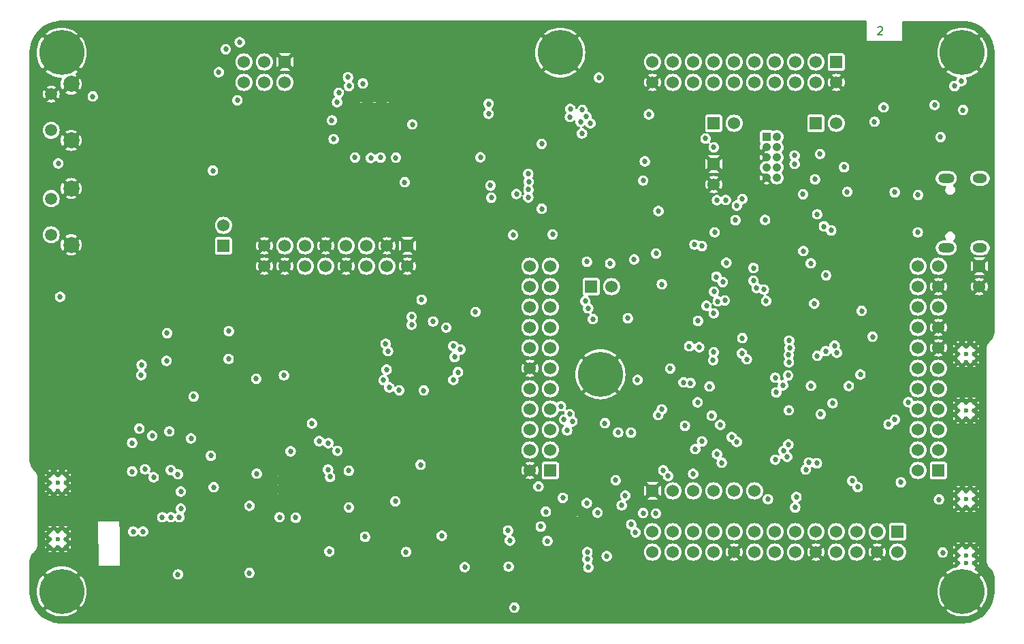
<source format=gbr>
G04 #@! TF.GenerationSoftware,KiCad,Pcbnew,8.0.4*
G04 #@! TF.CreationDate,2024-10-24T18:26:57+11:00*
G04 #@! TF.ProjectId,hackrf-one,6861636b-7266-42d6-9f6e-652e6b696361,rev?*
G04 #@! TF.SameCoordinates,Original*
G04 #@! TF.FileFunction,Copper,L2,Inr*
G04 #@! TF.FilePolarity,Positive*
%FSLAX45Y45*%
G04 Gerber Fmt 4.5, Leading zero omitted, Abs format (unit mm)*
G04 Created by KiCad (PCBNEW 8.0.4) date 2024-10-24 18:26:57*
%MOMM*%
%LPD*%
G01*
G04 APERTURE LIST*
%ADD10C,0.177800*%
G04 #@! TA.AperFunction,NonConductor*
%ADD11C,0.177800*%
G04 #@! TD*
G04 #@! TA.AperFunction,ComponentPad*
%ADD12C,1.524000*%
G04 #@! TD*
G04 #@! TA.AperFunction,ComponentPad*
%ADD13R,1.524000X1.524000*%
G04 #@! TD*
G04 #@! TA.AperFunction,ComponentPad*
%ADD14C,0.600000*%
G04 #@! TD*
G04 #@! TA.AperFunction,ComponentPad*
%ADD15C,5.600000*%
G04 #@! TD*
G04 #@! TA.AperFunction,ComponentPad*
%ADD16C,1.066800*%
G04 #@! TD*
G04 #@! TA.AperFunction,ComponentPad*
%ADD17R,1.066800X1.066800*%
G04 #@! TD*
G04 #@! TA.AperFunction,ComponentPad*
%ADD18C,2.000000*%
G04 #@! TD*
G04 #@! TA.AperFunction,ComponentPad*
%ADD19C,1.500000*%
G04 #@! TD*
G04 #@! TA.AperFunction,ComponentPad*
%ADD20C,0.635000*%
G04 #@! TD*
G04 #@! TA.AperFunction,ComponentPad*
%ADD21C,0.585000*%
G04 #@! TD*
G04 #@! TA.AperFunction,ComponentPad*
%ADD22O,2.000000X1.200000*%
G04 #@! TD*
G04 #@! TA.AperFunction,ComponentPad*
%ADD23O,1.800000X1.200000*%
G04 #@! TD*
G04 #@! TA.AperFunction,ViaPad*
%ADD24C,0.685800*%
G04 #@! TD*
G04 #@! TA.AperFunction,Conductor*
%ADD25C,1.270000*%
G04 #@! TD*
G04 APERTURE END LIST*
D10*
D11*
X15433231Y-8309714D02*
X15438069Y-8304875D01*
X15438069Y-8304875D02*
X15447746Y-8300037D01*
X15447746Y-8300037D02*
X15471936Y-8300037D01*
X15471936Y-8300037D02*
X15481612Y-8304875D01*
X15481612Y-8304875D02*
X15486450Y-8309714D01*
X15486450Y-8309714D02*
X15491289Y-8319390D01*
X15491289Y-8319390D02*
X15491289Y-8329066D01*
X15491289Y-8329066D02*
X15486450Y-8343580D01*
X15486450Y-8343580D02*
X15428393Y-8401637D01*
X15428393Y-8401637D02*
X15491289Y-8401637D01*
D12*
G04 #@! TO.N,/mcu/usb/power/VIN*
G04 #@! TO.C,P20*
X15931260Y-11280560D03*
G04 #@! TO.N,/mcu/usb/power/VBUS*
X16185260Y-11280560D03*
G04 #@! TO.N,/mcu/usb/power/ADC0_0*
X15931260Y-11534560D03*
G04 #@! TO.N,GND*
X16185260Y-11534560D03*
G04 #@! TO.N,/mcu/usb/power/ADC0_5*
X15931260Y-11788560D03*
G04 #@! TO.N,/mcu/usb/power/VBUSCTRL*
X16185260Y-11788560D03*
G04 #@! TO.N,/mcu/usb/power/ADC0_2*
X15931260Y-12042560D03*
G04 #@! TO.N,GND*
X16185260Y-12042560D03*
G04 #@! TO.N,/mcu/usb/power/ADC0_6*
X15931260Y-12296560D03*
G04 #@! TO.N,GND*
X16185260Y-12296560D03*
G04 #@! TO.N,/mcu/usb/power/GPIO3_15*
X15931260Y-12550560D03*
G04 #@! TO.N,/mcu/usb/power/GPIO3_14*
X16185260Y-12550560D03*
G04 #@! TO.N,/mcu/usb/power/GPIO3_13*
X15931260Y-12804560D03*
G04 #@! TO.N,/mcu/usb/power/GPIO3_12*
X16185260Y-12804560D03*
G04 #@! TO.N,/mcu/usb/power/GPIO3_11*
X15931260Y-13058560D03*
G04 #@! TO.N,/mcu/usb/power/GPIO3_10*
X16185260Y-13058560D03*
G04 #@! TO.N,/mcu/usb/power/GPIO3_9*
X15931260Y-13312560D03*
G04 #@! TO.N,/mcu/usb/power/GPIO3_8*
X16185260Y-13312560D03*
G04 #@! TO.N,/mcu/usb/power/WAKEUP*
X15931260Y-13566560D03*
G04 #@! TO.N,VCC*
X16185260Y-13566560D03*
G04 #@! TO.N,/mcu/usb/power/RTC_ALARM*
X15931260Y-13820560D03*
D13*
G04 #@! TO.N,/mcu/usb/power/VBAT*
X16185260Y-13820560D03*
G04 #@! TD*
D12*
G04 #@! TO.N,/mcu/usb/power/BANK2F3M4*
G04 #@! TO.C,P28*
X11105260Y-11280560D03*
G04 #@! TO.N,/mcu/usb/power/BANK2F3M12*
X11359260Y-11280560D03*
G04 #@! TO.N,/mcu/usb/power/BANK2F3M6*
X11105260Y-11534560D03*
G04 #@! TO.N,/mcu/usb/power/CPLD_TDI*
X11359260Y-11534560D03*
G04 #@! TO.N,/mcu/usb/power/BANK2F3M2*
X11105260Y-11788560D03*
G04 #@! TO.N,/mcu/usb/power/CPLD_TCK*
X11359260Y-11788560D03*
G04 #@! TO.N,/mcu/usb/power/B1AUX13*
X11105260Y-12042560D03*
G04 #@! TO.N,/mcu/usb/power/B1AUX14*
X11359260Y-12042560D03*
G04 #@! TO.N,GCK1*
X11105260Y-12296560D03*
G04 #@! TO.N,GCK2*
X11359260Y-12296560D03*
G04 #@! TO.N,GND*
X11105260Y-12550560D03*
G04 #@! TO.N,/mcu/usb/power/SD_CLK*
X11359260Y-12550560D03*
G04 #@! TO.N,/mcu/usb/power/SD_POW*
X11105260Y-12804560D03*
G04 #@! TO.N,/mcu/usb/power/SD_CMD*
X11359260Y-12804560D03*
G04 #@! TO.N,/mcu/usb/power/SD_VOLT0*
X11105260Y-13058560D03*
G04 #@! TO.N,/mcu/usb/power/SD_DAT0*
X11359260Y-13058560D03*
G04 #@! TO.N,/mcu/usb/power/SD_DAT1*
X11105260Y-13312560D03*
G04 #@! TO.N,/mcu/usb/power/SD_DAT2*
X11359260Y-13312560D03*
G04 #@! TO.N,/mcu/usb/power/SD_DAT3*
X11105260Y-13566560D03*
G04 #@! TO.N,/mcu/usb/power/SD_CD*
X11359260Y-13566560D03*
G04 #@! TO.N,GND*
X11105260Y-13820560D03*
D13*
G04 #@! TO.N,VCC*
X11359260Y-13820560D03*
G04 #@! TD*
D12*
G04 #@! TO.N,GND*
G04 #@! TO.C,P9*
X7803260Y-11280560D03*
X7803260Y-11026560D03*
X8057260Y-11280560D03*
G04 #@! TO.N,/baseband/TXBBQ-*
X8057260Y-11026560D03*
G04 #@! TO.N,/baseband/TXBBI+*
X8311260Y-11280560D03*
G04 #@! TO.N,/baseband/TXBBQ+*
X8311260Y-11026560D03*
G04 #@! TO.N,/baseband/TXBBI-*
X8565260Y-11280560D03*
G04 #@! TO.N,GND*
X8565260Y-11026560D03*
X8819260Y-11280560D03*
G04 #@! TO.N,/baseband/RXBBI+*
X8819260Y-11026560D03*
G04 #@! TO.N,/baseband/RXBBQ+*
X9073260Y-11280560D03*
G04 #@! TO.N,/baseband/RXBBI-*
X9073260Y-11026560D03*
G04 #@! TO.N,/baseband/RXBBQ-*
X9327260Y-11280560D03*
G04 #@! TO.N,GND*
X9327260Y-11026560D03*
X9581260Y-11280560D03*
D13*
X9581260Y-11026560D03*
G04 #@! TD*
D12*
G04 #@! TO.N,/mcu/usb/power/LED3*
G04 #@! TO.C,P5*
X7549260Y-8994560D03*
G04 #@! TO.N,!VAA_ENABLE*
X7549260Y-8740560D03*
G04 #@! TO.N,/mcu/usb/power/LED2*
X7803260Y-8994560D03*
G04 #@! TO.N,/mcu/usb/power/LED1*
X7803260Y-8740560D03*
G04 #@! TO.N,VCC*
X8057260Y-8994560D03*
D13*
G04 #@! TO.N,GND*
X8057260Y-8740560D03*
G04 #@! TD*
D14*
G04 #@! TO.N,GND*
G04 #@! TO.C,J4*
X5437260Y-8780560D03*
X5127260Y-8780560D03*
X5127260Y-8470560D03*
X5437260Y-8470560D03*
X5502260Y-8625560D03*
X5282260Y-8845560D03*
X5062260Y-8625560D03*
X5282260Y-8405560D03*
D15*
X5282260Y-8625560D03*
G04 #@! TD*
D14*
G04 #@! TO.N,GND*
G04 #@! TO.C,J5*
X5437260Y-15480560D03*
X5127260Y-15480560D03*
X5127260Y-15170560D03*
X5437260Y-15170560D03*
X5502260Y-15325560D03*
X5282260Y-15545560D03*
X5062260Y-15325560D03*
X5282260Y-15105560D03*
D15*
X5282260Y-15325560D03*
G04 #@! TD*
D14*
G04 #@! TO.N,GND*
G04 #@! TO.C,J6*
X16637260Y-15480560D03*
X16327260Y-15480560D03*
X16327260Y-15170560D03*
X16637260Y-15170560D03*
X16702260Y-15325560D03*
X16482260Y-15545560D03*
X16262260Y-15325560D03*
X16482260Y-15105560D03*
D15*
X16482260Y-15325560D03*
G04 #@! TD*
D14*
G04 #@! TO.N,GND*
G04 #@! TO.C,J7*
X16637260Y-8780560D03*
X16327260Y-8780560D03*
X16327260Y-8470560D03*
X16637260Y-8470560D03*
X16702260Y-8625560D03*
X16482260Y-8845560D03*
X16262260Y-8625560D03*
X16482260Y-8405560D03*
D15*
X16482260Y-8625560D03*
G04 #@! TD*
D14*
G04 #@! TO.N,GND*
G04 #@! TO.C,J8*
X11637260Y-8780560D03*
X11327260Y-8780560D03*
X11327260Y-8470560D03*
X11637260Y-8470560D03*
X11702260Y-8625560D03*
X11482260Y-8845560D03*
X11262260Y-8625560D03*
X11482260Y-8405560D03*
D15*
X11482260Y-8625560D03*
G04 #@! TD*
D14*
G04 #@! TO.N,GND*
G04 #@! TO.C,J9*
X12137260Y-12780560D03*
X11827260Y-12780560D03*
X11827260Y-12470560D03*
X12137260Y-12470560D03*
X12202260Y-12625560D03*
X11982260Y-12845560D03*
X11762260Y-12625560D03*
X11982260Y-12405560D03*
D15*
X11982260Y-12625560D03*
G04 #@! TD*
D12*
G04 #@! TO.N,+1.8V*
G04 #@! TO.C,P1*
X13645260Y-9502560D03*
D13*
X13391260Y-9502560D03*
G04 #@! TD*
D14*
G04 #@! TO.N,GND*
G04 #@! TO.C,P2*
X16630260Y-13175560D03*
X16630260Y-13075560D03*
X16630260Y-12975560D03*
X16630260Y-12475560D03*
X16630260Y-12375560D03*
X16630260Y-12275560D03*
X16530260Y-13175560D03*
X16530260Y-13075560D03*
X16530260Y-12975560D03*
X16530260Y-12475560D03*
X16530260Y-12375560D03*
X16530260Y-12275560D03*
X16430260Y-13175560D03*
X16430260Y-13075560D03*
X16430260Y-12975560D03*
X16430260Y-12475560D03*
X16430260Y-12375560D03*
X16430260Y-12275560D03*
G04 #@! TD*
D12*
G04 #@! TO.N,GND*
G04 #@! TO.C,P3*
X13391260Y-10264560D03*
D13*
X13391260Y-10010560D03*
G04 #@! TD*
D14*
G04 #@! TO.N,GND*
G04 #@! TO.C,P4*
X5134260Y-13875560D03*
X5134260Y-13975560D03*
X5134260Y-14075560D03*
X5134260Y-14575560D03*
X5134260Y-14675560D03*
X5134260Y-14775560D03*
X5234260Y-13875560D03*
X5234260Y-13975560D03*
X5234260Y-14075560D03*
X5234260Y-14575560D03*
X5234260Y-14675560D03*
X5234260Y-14775560D03*
X5334260Y-13875560D03*
X5334260Y-13975560D03*
X5334260Y-14075560D03*
X5334260Y-14575560D03*
X5334260Y-14675560D03*
X5334260Y-14775560D03*
G04 #@! TD*
D12*
G04 #@! TO.N,VCC*
G04 #@! TO.C,P8*
X14915260Y-9502560D03*
D13*
X14661260Y-9502560D03*
G04 #@! TD*
D14*
G04 #@! TO.N,GND*
G04 #@! TO.C,P16*
X16630260Y-14975560D03*
X16630260Y-14875560D03*
X16630260Y-14775560D03*
X16630260Y-14275560D03*
X16630260Y-14175560D03*
X16630260Y-14075560D03*
X16530260Y-14975560D03*
X16530260Y-14875560D03*
X16530260Y-14775560D03*
X16530260Y-14275560D03*
X16530260Y-14175560D03*
X16530260Y-14075560D03*
X16430260Y-14975560D03*
X16430260Y-14875560D03*
X16430260Y-14775560D03*
X16430260Y-14275560D03*
X16430260Y-14175560D03*
X16430260Y-14075560D03*
G04 #@! TD*
D12*
G04 #@! TO.N,SCL*
G04 #@! TO.C,P22*
X12629260Y-14836560D03*
G04 #@! TO.N,CLK6*
X12629260Y-14582560D03*
G04 #@! TO.N,SDA*
X12883260Y-14836560D03*
G04 #@! TO.N,/mcu/usb/power/P2_8*
X12883260Y-14582560D03*
G04 #@! TO.N,/mcu/usb/power/P2_13*
X13137260Y-14836560D03*
G04 #@! TO.N,/mcu/usb/power/P2_9*
X13137260Y-14582560D03*
G04 #@! TO.N,/mcu/usb/power/U0_TXD*
X13391260Y-14836560D03*
G04 #@! TO.N,/mcu/usb/power/U0_RXD*
X13391260Y-14582560D03*
G04 #@! TO.N,GND*
X13645260Y-14836560D03*
G04 #@! TO.N,/mcu/usb/power/I2S0_TX_MCLK*
X13645260Y-14582560D03*
G04 #@! TO.N,/mcu/usb/power/I2S0_TX_SCK*
X13899260Y-14836560D03*
G04 #@! TO.N,/mcu/usb/power/I2S0_RX_WS*
X13899260Y-14582560D03*
G04 #@! TO.N,/mcu/usb/power/I2S0_RX_MCLK*
X14153260Y-14836560D03*
G04 #@! TO.N,/mcu/usb/power/I2S0_RX_SDA*
X14153260Y-14582560D03*
G04 #@! TO.N,/mcu/usb/power/I2S0_RX_SCK*
X14407260Y-14836560D03*
G04 #@! TO.N,VCC*
X14407260Y-14582560D03*
G04 #@! TO.N,GND*
X14661260Y-14836560D03*
G04 #@! TO.N,/mcu/usb/power/SPIFI_MOSI*
X14661260Y-14582560D03*
G04 #@! TO.N,/mcu/usb/power/SPIFI_SCK*
X14915260Y-14836560D03*
G04 #@! TO.N,/mcu/usb/power/SPIFI_MISO*
X14915260Y-14582560D03*
G04 #@! TO.N,/mcu/usb/power/I2C1_SDA*
X15169260Y-14836560D03*
G04 #@! TO.N,/mcu/usb/power/I2C1_SCL*
X15169260Y-14582560D03*
G04 #@! TO.N,GND*
X15423260Y-14836560D03*
G04 #@! TO.N,/mcu/usb/power/RESET*
X15423260Y-14582560D03*
G04 #@! TO.N,CLKIN*
X15677260Y-14836560D03*
D13*
G04 #@! TO.N,CLKOUT*
X15677260Y-14582560D03*
G04 #@! TD*
D12*
G04 #@! TO.N,/mcu/usb/power/RESET*
G04 #@! TO.C,P25*
X13899260Y-14074560D03*
G04 #@! TO.N,/mcu/usb/power/U0_TXD*
X13645260Y-14074560D03*
G04 #@! TO.N,/mcu/usb/power/U0_RXD*
X13391260Y-14074560D03*
G04 #@! TO.N,unconnected-(P25-Pad3)*
X13137260Y-14074560D03*
G04 #@! TO.N,/mcu/usb/power/ISP*
X12883260Y-14074560D03*
D13*
G04 #@! TO.N,GND*
X12629260Y-14074560D03*
G04 #@! TD*
D16*
G04 #@! TO.N,/mcu/usb/power/RESET*
G04 #@! TO.C,P26*
X14175520Y-10180220D03*
G04 #@! TO.N,GND*
X14048520Y-10180220D03*
G04 #@! TO.N,/mcu/usb/power/TDI*
X14175520Y-10053220D03*
G04 #@! TO.N,unconnected-(P26-Pad7)*
X14048520Y-10053220D03*
G04 #@! TO.N,/mcu/usb/power/TDO*
X14175520Y-9926220D03*
G04 #@! TO.N,GND*
X14048520Y-9926220D03*
G04 #@! TO.N,/mcu/usb/power/TCK*
X14175520Y-9799220D03*
G04 #@! TO.N,GND*
X14048520Y-9799220D03*
G04 #@! TO.N,/mcu/usb/power/TMS*
X14175520Y-9672220D03*
D17*
G04 #@! TO.N,VCC*
X14048520Y-9672220D03*
G04 #@! TD*
D12*
G04 #@! TO.N,/mcu/usb/power/CPLD_TDO*
G04 #@! TO.C,P29*
X12121260Y-11534560D03*
D13*
G04 #@! TO.N,/mcu/usb/power/CPLD_TMS*
X11867260Y-11534560D03*
G04 #@! TD*
D12*
G04 #@! TO.N,GND*
G04 #@! TO.C,P30*
X12629260Y-8994560D03*
G04 #@! TO.N,/mcu/usb/power/GCK0*
X12629260Y-8740560D03*
G04 #@! TO.N,/mcu/usb/power/B2AUX1*
X12883260Y-8994560D03*
G04 #@! TO.N,/mcu/usb/power/B2AUX2*
X12883260Y-8740560D03*
G04 #@! TO.N,/mcu/usb/power/B2AUX3*
X13137260Y-8994560D03*
G04 #@! TO.N,/mcu/usb/power/B2AUX4*
X13137260Y-8740560D03*
G04 #@! TO.N,/mcu/usb/power/B2AUX5*
X13391260Y-8994560D03*
G04 #@! TO.N,/mcu/usb/power/B2AUX6*
X13391260Y-8740560D03*
G04 #@! TO.N,/mcu/usb/power/B2AUX7*
X13645260Y-8994560D03*
G04 #@! TO.N,/mcu/usb/power/B2AUX8*
X13645260Y-8740560D03*
G04 #@! TO.N,/mcu/usb/power/B2AUX9*
X13899260Y-8994560D03*
G04 #@! TO.N,/mcu/usb/power/B2AUX10*
X13899260Y-8740560D03*
G04 #@! TO.N,/mcu/usb/power/B2AUX11*
X14153260Y-8994560D03*
G04 #@! TO.N,/mcu/usb/power/B2AUX12*
X14153260Y-8740560D03*
G04 #@! TO.N,/mcu/usb/power/B2AUX13*
X14407260Y-8994560D03*
G04 #@! TO.N,/mcu/usb/power/B2AUX14*
X14407260Y-8740560D03*
G04 #@! TO.N,/mcu/usb/power/B2AUX15*
X14661260Y-8994560D03*
G04 #@! TO.N,/mcu/usb/power/B2AUX16*
X14661260Y-8740560D03*
G04 #@! TO.N,GND*
X14915260Y-8994560D03*
D13*
G04 #@! TO.N,VCC*
X14915260Y-8740560D03*
G04 #@! TD*
D12*
G04 #@! TO.N,VAA*
G04 #@! TO.C,P36*
X7295260Y-10772560D03*
D13*
X7295260Y-11026560D03*
G04 #@! TD*
D12*
G04 #@! TO.N,GND*
G04 #@! TO.C,P80*
X16693260Y-11534560D03*
D13*
X16693260Y-11280560D03*
G04 #@! TD*
D18*
G04 #@! TO.N,GND*
G04 #@! TO.C,SW1*
X5401260Y-10315060D03*
X5401260Y-11016060D03*
D19*
G04 #@! TO.N,Net-(R30-Pad2)*
X5152260Y-10890560D03*
G04 #@! TO.N,VCC*
X5152260Y-10440560D03*
G04 #@! TD*
D18*
G04 #@! TO.N,GND*
G04 #@! TO.C,SW2*
X5401260Y-9015060D03*
X5401260Y-9716060D03*
D19*
G04 #@! TO.N,Net-(R19-Pad2)*
X5152260Y-9590560D03*
G04 #@! TO.N,GND*
X5152260Y-9140560D03*
G04 #@! TD*
D14*
G04 #@! TO.N,GND*
G04 #@! TO.C,U4*
X8034300Y-13891920D03*
X8034300Y-14001920D03*
X8034300Y-14111920D03*
X8144300Y-14111920D03*
X8254300Y-14111920D03*
X8254300Y-14001920D03*
X8254300Y-13891920D03*
X8144300Y-13891920D03*
X8144300Y-14001920D03*
G04 #@! TD*
D20*
G04 #@! TO.N,GND*
G04 #@! TO.C,U17*
X9897110Y-12565270D03*
X9897110Y-12415270D03*
X9897110Y-12265270D03*
X9747110Y-12265270D03*
X9597110Y-12265270D03*
X9597110Y-12415270D03*
X9597110Y-12565270D03*
X9747110Y-12565270D03*
X9747110Y-12415270D03*
G04 #@! TD*
G04 #@! TO.N,GND*
G04 #@! TO.C,U18*
X9336800Y-9636740D03*
X9336800Y-9471740D03*
X9336800Y-9306740D03*
X9171800Y-9306740D03*
X9006800Y-9306740D03*
X9006800Y-9471740D03*
X9006800Y-9636740D03*
X9171800Y-9636740D03*
X9171800Y-9471740D03*
G04 #@! TD*
D14*
G04 #@! TO.N,GND*
G04 #@! TO.C,U19*
X11695180Y-14584160D03*
X11695180Y-14452160D03*
X11563180Y-14452160D03*
X11563180Y-14584160D03*
X11629180Y-14518160D03*
G04 #@! TD*
D21*
G04 #@! TO.N,GND*
G04 #@! TO.C,U21*
X15785260Y-9345680D03*
X15885260Y-9345680D03*
X15885260Y-9495680D03*
X15785260Y-9495680D03*
X15835260Y-9420680D03*
G04 #@! TD*
D22*
G04 #@! TO.N,N/C*
G04 #@! TO.C,J11*
X16281810Y-11053060D03*
D23*
X16701810Y-11053060D03*
D22*
X16281810Y-10188060D03*
D23*
X16701810Y-10188060D03*
G04 #@! TD*
D24*
G04 #@! TO.N,!MIX_BYPASS*
X14323440Y-12382920D03*
X10911700Y-15528040D03*
X10294720Y-15022620D03*
X6276680Y-12508280D03*
X10841100Y-15016900D03*
G04 #@! TO.N,!RX_AMP_PWR*
X13678280Y-13464960D03*
X6248500Y-13300500D03*
X6159600Y-13833900D03*
G04 #@! TO.N,!TX_AMP_PWR*
X12823570Y-13889140D03*
X6764120Y-14296180D03*
X6764120Y-14082820D03*
G04 #@! TO.N,!VAA_ENABLE*
X13431900Y-10460140D03*
G04 #@! TO.N,+1.8V*
X11252580Y-10566820D03*
X10591660Y-9261860D03*
X11752960Y-9629560D03*
X11252060Y-9759700D03*
G04 #@! TO.N,/frontend/!ANT_BIAS*
X7617560Y-15096280D03*
X7617560Y-14260620D03*
G04 #@! TO.N,/frontend/REF_IN*
X7708760Y-13861800D03*
X10833480Y-14567320D03*
G04 #@! TO.N,/mcu/usb/power/B2AUX3*
X11608180Y-9324760D03*
G04 #@! TO.N,/mcu/usb/power/B2AUX4*
X11735180Y-9484780D03*
G04 #@! TO.N,/mcu/usb/power/B2AUX5*
X11758040Y-9337460D03*
G04 #@! TO.N,/mcu/usb/power/B2AUX6*
X11808840Y-9418740D03*
G04 #@! TO.N,/mcu/usb/power/B2AUX7*
X11857100Y-9502560D03*
G04 #@! TO.N,/mcu/usb/power/BANK2F3M12*
X11084940Y-10424580D03*
G04 #@! TO.N,/mcu/usb/power/BANK2F3M2*
X11084940Y-10132480D03*
G04 #@! TO.N,/mcu/usb/power/BANK2F3M4*
X11090020Y-10231540D03*
G04 #@! TO.N,/mcu/usb/power/BANK2F3M6*
X11087480Y-10328060D03*
G04 #@! TO.N,/mcu/usb/power/CPLD_TCK*
X10625200Y-10429660D03*
X11829160Y-11803800D03*
G04 #@! TO.N,/mcu/usb/power/CPLD_TDI*
X10615040Y-10277260D03*
X11793600Y-11714900D03*
G04 #@! TO.N,/mcu/usb/power/CPLD_TDO*
X12512420Y-10216300D03*
G04 #@! TO.N,/mcu/usb/power/CPLD_TMS*
X13085940Y-12276840D03*
X12849720Y-12553700D03*
X10937620Y-10383940D03*
G04 #@! TO.N,/mcu/usb/power/EN1V8*
X15390760Y-9484180D03*
X7323200Y-8583080D03*
X13472540Y-13254140D03*
G04 #@! TO.N,/mcu/usb/power/GCK0*
X11603100Y-9423820D03*
G04 #@! TO.N,/mcu/usb/power/GPIO3_10*
X14895446Y-12268724D03*
X15811360Y-12972800D03*
G04 #@! TO.N,/mcu/usb/power/GPIO3_11*
X14922387Y-12356730D03*
G04 #@! TO.N,/mcu/usb/power/GPIO3_8*
X14679040Y-12395620D03*
X15643720Y-13188700D03*
G04 #@! TO.N,/mcu/usb/power/GPIO3_9*
X14784091Y-12336974D03*
G04 #@! TO.N,/mcu/usb/power/GP_CLKIN*
X11211940Y-14021220D03*
X14640940Y-11745380D03*
G04 #@! TO.N,/mcu/usb/power/I2C1_SCL*
X14168500Y-12850280D03*
X13101700Y-12733440D03*
X13383640Y-12451500D03*
G04 #@! TO.N,/mcu/usb/power/I2C1_SDA*
X13015340Y-12725820D03*
X14252320Y-12761380D03*
X13391260Y-12349900D03*
G04 #@! TO.N,/mcu/usb/power/I2S0_RX_SCK*
X14574900Y-13721500D03*
G04 #@! TO.N,/mcu/usb/power/I2S0_RX_SDA*
X14318914Y-13499019D03*
G04 #@! TO.N,/mcu/usb/power/I2S0_RX_WS*
X14259940Y-13576720D03*
X14064360Y-14178700D03*
G04 #@! TO.N,/mcu/usb/power/I2S0_TX_SCK*
X14303120Y-13650380D03*
G04 #@! TO.N,/mcu/usb/power/LED1*
X14044040Y-11712360D03*
G04 #@! TO.N,/mcu/usb/power/LED2*
X7467980Y-9218080D03*
X14013560Y-11570120D03*
G04 #@! TO.N,/mcu/usb/power/LED3*
X13160120Y-13556400D03*
G04 #@! TO.N,/mcu/usb/power/P2_8*
X12763880Y-13819290D03*
X13365860Y-13139840D03*
X7236840Y-8867560D03*
G04 #@! TO.N,/mcu/usb/power/RESET*
X14315820Y-12639460D03*
X13661559Y-10707955D03*
X14600300Y-12769000D03*
X7495920Y-8494180D03*
G04 #@! TO.N,/mcu/usb/power/SD_CD*
X11633580Y-13210960D03*
X13195680Y-11961280D03*
G04 #@! TO.N,/mcu/usb/power/SD_CLK*
X13548740Y-11237380D03*
G04 #@! TO.N,/mcu/usb/power/SD_CMD*
X13424280Y-11412640D03*
G04 #@! TO.N,/mcu/usb/power/SD_DAT0*
X13393800Y-11595520D03*
G04 #@! TO.N,/mcu/usb/power/SD_DAT1*
X11598020Y-13122060D03*
X13442060Y-11717440D03*
G04 #@! TO.N,/mcu/usb/power/SD_DAT2*
X11529440Y-13188100D03*
X13300553Y-11773014D03*
G04 #@! TO.N,/mcu/usb/power/SD_DAT3*
X11567540Y-13322720D03*
X13391260Y-11867300D03*
G04 #@! TO.N,/mcu/usb/power/SD_POW*
X13503020Y-11478680D03*
G04 #@! TO.N,/mcu/usb/power/SD_VOLT0*
X11491340Y-13023000D03*
X13528420Y-11707280D03*
G04 #@! TO.N,/mcu/usb/power/SGPIO13*
X13391260Y-9802280D03*
X13746860Y-10444900D03*
G04 #@! TO.N,/mcu/usb/power/SGPIO9*
X13678280Y-10526180D03*
X13289660Y-9693060D03*
G04 #@! TO.N,/mcu/usb/power/SPIFI_MISO*
X14325460Y-13074400D03*
X15112860Y-13950700D03*
G04 #@! TO.N,/mcu/usb/power/SPIFI_SIO2*
X14673960Y-13731660D03*
X15181440Y-14026900D03*
G04 #@! TO.N,/mcu/usb/power/SPIFI_SIO3*
X14536800Y-13810400D03*
X14419440Y-14151360D03*
G04 #@! TO.N,/mcu/usb/power/TCK*
X14396500Y-9903360D03*
G04 #@! TO.N,/mcu/usb/power/TDI*
X14651100Y-10201060D03*
G04 #@! TO.N,/mcu/usb/power/TDO*
X14397100Y-10008020D03*
G04 #@! TO.N,/mcu/usb/power/VBAT*
X14721229Y-13121848D03*
X15717380Y-13968480D03*
G04 #@! TO.N,/mcu/usb/power/VBUS*
X15642260Y-10360560D03*
X15932260Y-10395560D03*
X15928492Y-10859365D03*
G04 #@! TO.N,/mcu/usb/power/VBUSCTRL*
X14852260Y-10835560D03*
G04 #@! TO.N,/mcu/usb/power/VIN*
X15052260Y-10355560D03*
X16490568Y-9337714D03*
G04 #@! TO.N,/mcu/usb/power/VREGMODE*
X13244875Y-13459506D03*
X14677770Y-10635560D03*
G04 #@! TO.N,AMP_BYPASS*
X13431900Y-13617360D03*
X6639660Y-14402860D03*
X6639660Y-13816120D03*
X6621880Y-13336060D03*
X6426300Y-13905020D03*
G04 #@! TO.N,CLK6*
X11303380Y-14333640D03*
G04 #@! TO.N,CS_AD*
X12103480Y-11247540D03*
X8728570Y-9125030D03*
G04 #@! TO.N,CS_XCVR*
X10429100Y-11850120D03*
X11887580Y-11938420D03*
G04 #@! TO.N,GCK1*
X9127350Y-9935290D03*
X9548240Y-10236620D03*
G04 #@! TO.N,GCK2*
X10591660Y-9383780D03*
X11387200Y-10886860D03*
G04 #@! TO.N,GND*
X5895440Y-13940580D03*
X5778600Y-13940580D03*
X16151960Y-14618760D03*
X11095780Y-14825500D03*
X9932530Y-9541590D03*
X8365350Y-9605090D03*
X6220560Y-14882920D03*
X12022200Y-11925720D03*
X15001413Y-11171337D03*
X8482260Y-15325560D03*
X7763300Y-13671720D03*
X7066380Y-13922800D03*
X14308138Y-11415599D03*
X5657260Y-13725560D03*
X9082260Y-15325560D03*
X14091780Y-14283440D03*
X10458310Y-12212070D03*
X5161660Y-12776620D03*
X9134970Y-12681970D03*
X7282260Y-11525560D03*
X8598960Y-13201820D03*
X8828900Y-10208340D03*
X8967260Y-14408320D03*
X9143860Y-10208340D03*
X15430670Y-12843460D03*
X8319560Y-13326280D03*
X6921840Y-12647980D03*
X9431400Y-10221380D03*
X8889860Y-10302320D03*
X6494880Y-11900960D03*
X8625700Y-10208340D03*
X10832260Y-12325560D03*
X8548160Y-13709820D03*
X6947240Y-12012980D03*
X9682260Y-11525560D03*
X16051160Y-9039680D03*
X10074770Y-13380470D03*
X7882260Y-15325560D03*
X10178910Y-11803130D03*
X10678540Y-10996080D03*
X15430670Y-11676027D03*
X12045060Y-14132980D03*
X9046070Y-12290810D03*
X5161660Y-12319420D03*
X10707260Y-13125560D03*
X11008740Y-14125360D03*
X9802990Y-13436350D03*
X9298560Y-14930780D03*
X6532980Y-14682260D03*
X11831700Y-13322720D03*
X9495650Y-13380470D03*
X12835000Y-13744360D03*
X10082260Y-11175560D03*
X8064360Y-10863660D03*
X11777840Y-15215620D03*
X12052160Y-8731000D03*
X16165460Y-9573080D03*
X10098900Y-14021592D03*
X7882260Y-11525560D03*
X7788700Y-14530240D03*
X9202280Y-10302320D03*
X13859125Y-10589416D03*
X8116360Y-13191660D03*
X7109320Y-13013440D03*
X15258160Y-13416700D03*
X9767430Y-13324590D03*
X5657260Y-11925560D03*
X16381360Y-9166680D03*
X8376780Y-10863660D03*
X16238320Y-14997220D03*
X8782260Y-11675560D03*
X11508600Y-10564880D03*
X10707260Y-14325560D03*
X6947240Y-12127280D03*
X14056690Y-13772019D03*
X11377040Y-11123080D03*
X10911700Y-9617460D03*
X13276960Y-13800240D03*
X5804000Y-13371620D03*
X10460850Y-12410190D03*
X9785210Y-13126470D03*
X7188540Y-12266980D03*
X6959980Y-10289960D03*
X10935080Y-14496200D03*
X15286986Y-12987144D03*
X6947240Y-11898680D03*
X7751940Y-13978640D03*
X8191360Y-10863660D03*
X10282260Y-11525560D03*
X12530047Y-11289876D03*
X15073260Y-9420680D03*
X10534510Y-12313670D03*
X12187300Y-14889900D03*
X13656171Y-11065370D03*
X8490330Y-9855620D03*
X9682260Y-15325560D03*
X8727300Y-10208340D03*
X8779300Y-14979820D03*
X11451380Y-14848360D03*
X12895960Y-9367940D03*
X7597520Y-10391560D03*
X9235300Y-10198180D03*
X10838040Y-14357100D03*
X9588360Y-13557037D03*
X12334277Y-12635118D03*
X11946000Y-13652920D03*
X7953800Y-14682640D03*
X14811032Y-10966587D03*
X6667360Y-12990380D03*
X14972677Y-11559284D03*
X15080440Y-13193690D03*
X7048840Y-12647980D03*
X16052260Y-10285560D03*
X9134970Y-12135870D03*
X11316080Y-14056780D03*
X14841600Y-13640220D03*
X8308440Y-14827040D03*
X15493531Y-11451520D03*
X16051160Y-9801680D03*
X6687920Y-14679720D03*
X8220500Y-14682640D03*
X14936756Y-13337374D03*
X9644480Y-14044720D03*
X9433660Y-14331740D03*
X8403450Y-9262190D03*
X15543160Y-9420680D03*
X11628500Y-13642760D03*
X10707260Y-11925560D03*
X15475571Y-11235994D03*
X5161660Y-11864760D03*
X12817220Y-13480200D03*
X6073480Y-12411760D03*
X9329280Y-10302320D03*
X12705460Y-10975760D03*
X12702920Y-10851300D03*
X12039980Y-15303920D03*
X14370999Y-13903130D03*
X9480410Y-13126470D03*
X8217960Y-13326280D03*
X14780499Y-12613566D03*
X9745600Y-15083180D03*
X8845410Y-8807530D03*
X8344280Y-9460650D03*
X8282260Y-11650560D03*
X15484551Y-11837671D03*
X5782260Y-14125560D03*
X6728560Y-14847360D03*
X11158080Y-9289800D03*
X6304380Y-14136160D03*
X6118960Y-14325260D03*
X10707260Y-13725560D03*
X7091272Y-14299736D03*
X14952260Y-10455560D03*
X6052920Y-13833900D03*
X9154260Y-13803420D03*
X15338920Y-13780520D03*
X6082260Y-11525560D03*
X6756740Y-12266980D03*
X12357480Y-9239670D03*
X10693260Y-9012940D03*
X6082260Y-15325560D03*
X7284821Y-15325560D03*
X10255110Y-12897870D03*
X11910440Y-14018680D03*
X16330560Y-9674680D03*
X7119720Y-13318280D03*
X13167645Y-10652278D03*
X9016860Y-10302320D03*
X9830930Y-13965647D03*
X6118960Y-14150260D03*
X9874110Y-11701530D03*
X8695550Y-8995490D03*
X14721229Y-10876784D03*
X8930500Y-10208340D03*
X6799680Y-13567200D03*
X8484660Y-13163720D03*
X9479380Y-14613680D03*
X8713260Y-13278020D03*
X10990280Y-15013340D03*
X5657260Y-13125560D03*
X11844400Y-10571900D03*
X12225400Y-12903620D03*
X14451822Y-11559284D03*
X9566770Y-9836230D03*
X9146920Y-8809140D03*
X10707260Y-14925560D03*
X8116360Y-13326280D03*
X7870837Y-12844548D03*
X5976960Y-12632740D03*
X11135220Y-15215620D03*
X5161660Y-11407560D03*
X5657260Y-12525560D03*
X14974473Y-12067566D03*
X8093500Y-14682640D03*
X10282260Y-15325560D03*
X5161660Y-13233820D03*
X8242400Y-12528340D03*
X8925420Y-13709400D03*
X8654840Y-14497220D03*
X5669660Y-10465220D03*
X6682260Y-15325560D03*
X5136260Y-10096920D03*
X7674400Y-13417720D03*
X15936860Y-8747580D03*
X5648819Y-14925560D03*
X10582260Y-12725560D03*
X6390740Y-13282720D03*
X9623920Y-10134680D03*
X12547460Y-10105140D03*
X7460080Y-12635020D03*
X10286860Y-9825740D03*
X8524100Y-10208340D03*
X16052260Y-10955560D03*
X12702920Y-10724300D03*
X8504300Y-10864000D03*
X8800960Y-14532360D03*
X9307260Y-11650560D03*
X9932530Y-9419670D03*
X6682260Y-11525560D03*
X10001110Y-11701530D03*
G04 #@! TO.N,HP*
X15366860Y-12157460D03*
X7358480Y-12434360D03*
G04 #@! TO.N,LP*
X6593940Y-12114320D03*
X14328520Y-12205120D03*
G04 #@! TO.N,MIXER_ENX*
X8598960Y-13481220D03*
X13741780Y-12365140D03*
X8595220Y-13811000D03*
G04 #@! TO.N,MIXER_RESETX*
X8619280Y-13900320D03*
X8712060Y-13577320D03*
X13802740Y-12438800D03*
G04 #@! TO.N,MIXER_SCLK*
X8484660Y-13455820D03*
X13190600Y-12974740D03*
G04 #@! TO.N,MIXER_SDATA*
X8395080Y-13236360D03*
X13337920Y-12776620D03*
G04 #@! TO.N,MIX_BYPASS*
X12512420Y-14351420D03*
X10010240Y-14634000D03*
G04 #@! TO.N,RSSI*
X13746860Y-12174640D03*
X9634080Y-12010140D03*
G04 #@! TO.N,RX*
X9055480Y-14646060D03*
X12672440Y-14356500D03*
X8046820Y-12637560D03*
G04 #@! TO.N,RXENABLE*
X13884020Y-11460900D03*
X9357220Y-12787380D03*
G04 #@! TO.N,RX_AMP*
X6408520Y-13389400D03*
X13614780Y-13406540D03*
X6532980Y-14402860D03*
X6319620Y-13805960D03*
G04 #@! TO.N,RX_MIX_BP*
X14325980Y-12476900D03*
X6271600Y-12635280D03*
G04 #@! TO.N,SCL*
X12291440Y-14132980D03*
X12202540Y-13348120D03*
X12746100Y-13061100D03*
X11821540Y-14922920D03*
X12418440Y-14590180D03*
G04 #@! TO.N,SDA*
X11819680Y-14835660D03*
X12362560Y-13350660D03*
X12365100Y-14493660D03*
X12700380Y-13132220D03*
G04 #@! TO.N,SGPIO_CLK*
X13210400Y-12289540D03*
X12037440Y-13233820D03*
G04 #@! TO.N,SSP1_MISO*
X13243079Y-11029449D03*
X9758540Y-11697720D03*
G04 #@! TO.N,SSP1_MOSI*
X9634080Y-11911080D03*
X12400914Y-11196994D03*
X8842120Y-8931060D03*
G04 #@! TO.N,SSP1_SCK*
X10211180Y-12598820D03*
X8856344Y-9040280D03*
X11813920Y-11224680D03*
G04 #@! TO.N,TXENABLE*
X9286100Y-12698480D03*
X13924660Y-11552340D03*
G04 #@! TO.N,TX_AMP*
X14155800Y-12667400D03*
X6890596Y-13422944D03*
X6728560Y-13869459D03*
X6746340Y-14402860D03*
G04 #@! TO.N,TX_MIX_BP*
X6923900Y-12901680D03*
X14336140Y-12299100D03*
G04 #@! TO.N,VAA*
X6294220Y-14580660D03*
X7173060Y-14029480D03*
X7361020Y-12088920D03*
X6586320Y-12457220D03*
X9565740Y-14834660D03*
X9746080Y-13750080D03*
X8610700Y-14827040D03*
X7701380Y-12680740D03*
X9902050Y-11968230D03*
X6728560Y-15114060D03*
X8665070Y-9699070D03*
X9340710Y-12336530D03*
X10856340Y-14691780D03*
X9028290Y-9008190D03*
X10153510Y-12273030D03*
X8642730Y-9467000D03*
X9322930Y-12567670D03*
X7137500Y-13638320D03*
X9431120Y-14204740D03*
X8930500Y-9928940D03*
X5263260Y-11661560D03*
X8192560Y-14408320D03*
X8707500Y-9240940D03*
X8854300Y-14280900D03*
X6159600Y-13478300D03*
X9480410Y-12824210D03*
X9438500Y-9931480D03*
X6172300Y-14580660D03*
X9785210Y-12826750D03*
X9310230Y-12245090D03*
X8852960Y-13824120D03*
X9248000Y-9928940D03*
X10168750Y-12410190D03*
X10153510Y-12694670D03*
X8129060Y-13582820D03*
G04 #@! TO.N,VCC*
X14505703Y-11092310D03*
X10490060Y-9927340D03*
X11963260Y-8936740D03*
X11239880Y-14519060D03*
X12443840Y-12695340D03*
X15071459Y-12771618D03*
X11813400Y-14227560D03*
X12245720Y-14254900D03*
X12702920Y-10594760D03*
X12323501Y-11927474D03*
X12674980Y-11123080D03*
X16238320Y-14842280D03*
X9642220Y-9517800D03*
X12585560Y-9393940D03*
X14404200Y-14280900D03*
X12745573Y-11505402D03*
X11946000Y-14346340D03*
X14155473Y-13687604D03*
X5669660Y-9169820D03*
X15215144Y-12627934D03*
X11514880Y-14162560D03*
X7163180Y-10091840D03*
X13402928Y-10858824D03*
X10242410Y-12316210D03*
X10896460Y-10892540D03*
X14788402Y-11394406D03*
X16471772Y-8978812D03*
X12534760Y-9978140D03*
X13490934Y-13723525D03*
X11832380Y-15026160D03*
X15565500Y-13249060D03*
X14712260Y-9885560D03*
X5240400Y-10002940D03*
X11323180Y-14697460D03*
X16137520Y-9275900D03*
X14501240Y-10386480D03*
X16192600Y-14181880D03*
X12172060Y-13942480D03*
X13134720Y-13863740D03*
X7991900Y-14403240D03*
X12060980Y-14886460D03*
X14029750Y-10706159D03*
X15231490Y-11836820D03*
X13032941Y-13265532D03*
X14869540Y-12984900D03*
X13541120Y-10457600D03*
G04 #@! TO.N,XCVR_EN*
X13152500Y-11011320D03*
X10064610Y-12044430D03*
X13886066Y-11302448D03*
G04 #@! TO.N,Net-(U21-MODE{slash}DATA)*
X16211180Y-9674680D03*
X15012202Y-10048032D03*
G04 #@! TO.N,Net-(U21-EN1)*
X16383900Y-9039680D03*
X15505060Y-9306380D03*
G04 #@! TO.N,Net-(U23-USB0_VBUS)*
X14762260Y-10785560D03*
X14597760Y-11245000D03*
G04 #@! TD*
D25*
G04 #@! TO.N,GND*
X9006700Y-9636840D02*
X9006700Y-9306640D01*
X8034318Y-14111902D02*
X8034318Y-13891938D01*
X9336900Y-9306640D02*
X9336900Y-9636840D01*
X9336900Y-9636840D02*
X9006700Y-9306640D01*
X11695474Y-14451866D02*
X11695474Y-14584454D01*
X11562886Y-14451866D02*
X11695474Y-14451866D01*
X9596234Y-12264394D02*
X9897986Y-12264394D01*
X8034318Y-13891938D02*
X8254282Y-14111902D01*
X15785222Y-9345750D02*
X15885298Y-9345750D01*
X15885298Y-9495610D02*
X15785222Y-9495610D01*
X8254282Y-13891938D02*
X8034318Y-14111902D01*
X9336900Y-9306640D02*
X9006700Y-9636840D01*
X9897986Y-12566146D02*
X9596234Y-12264394D01*
X9596234Y-12566146D02*
X9596234Y-12264394D01*
X8034318Y-13891938D02*
X8254282Y-13891938D01*
X8254282Y-13891938D02*
X8254282Y-14111902D01*
X9171800Y-9636840D02*
X9171800Y-9306640D01*
X11562886Y-14584454D02*
X11562886Y-14451866D01*
X9336900Y-9471740D02*
X9006700Y-9471740D01*
X9336900Y-9636840D02*
X9006700Y-9636840D01*
X15785222Y-9495610D02*
X15785222Y-9345750D01*
X9897986Y-12566146D02*
X9596234Y-12566146D01*
X11695474Y-14584454D02*
X11562886Y-14584454D01*
X9006700Y-9306640D02*
X9336900Y-9306640D01*
X15885298Y-9345750D02*
X15885298Y-9495610D01*
X11562886Y-14584454D02*
X11695474Y-14451866D01*
X9596234Y-12566146D02*
X9897986Y-12264394D01*
X9897986Y-12264394D02*
X9897986Y-12566146D01*
X8254282Y-14111902D02*
X8034318Y-14111902D01*
G04 #@! TD*
G04 #@! TA.AperFunction,Conductor*
G04 #@! TO.N,GND*
G36*
X15286472Y-8227560D02*
G01*
X15291121Y-8232926D01*
X15292260Y-8238160D01*
X15292260Y-8475560D01*
X15732260Y-8475560D01*
X15732260Y-8248051D01*
X15734260Y-8241239D01*
X15739626Y-8236589D01*
X15744750Y-8235451D01*
X16529836Y-8228624D01*
X16531178Y-8228685D01*
X16540373Y-8229590D01*
X16541592Y-8229771D01*
X16578904Y-8237193D01*
X16580103Y-8237493D01*
X16616505Y-8248536D01*
X16617668Y-8248952D01*
X16652814Y-8263510D01*
X16653930Y-8264038D01*
X16687480Y-8281970D01*
X16688539Y-8282605D01*
X16720169Y-8303740D01*
X16721162Y-8304476D01*
X16750567Y-8328608D01*
X16751483Y-8329438D01*
X16778381Y-8356337D01*
X16779212Y-8357253D01*
X16803344Y-8386658D01*
X16804080Y-8387651D01*
X16825214Y-8419280D01*
X16825850Y-8420341D01*
X16830671Y-8429360D01*
X16843782Y-8453889D01*
X16844311Y-8455007D01*
X16858868Y-8490151D01*
X16859285Y-8491316D01*
X16870327Y-8527717D01*
X16870627Y-8528916D01*
X16872788Y-8539781D01*
X16876611Y-8559000D01*
X16878049Y-8566225D01*
X16878230Y-8567449D01*
X16881966Y-8605381D01*
X16882026Y-8606462D01*
X16882259Y-8625487D01*
X16882260Y-8625641D01*
X16882260Y-12099435D01*
X16882258Y-12099682D01*
X16882046Y-12110480D01*
X16881893Y-12112204D01*
X16878496Y-12133652D01*
X16878034Y-12135574D01*
X16871363Y-12156108D01*
X16870606Y-12157935D01*
X16860804Y-12177173D01*
X16859771Y-12178858D01*
X16847007Y-12196426D01*
X16845896Y-12197753D01*
X16838430Y-12205518D01*
X16838216Y-12205735D01*
X16832702Y-12211197D01*
X16827960Y-12215895D01*
X16827325Y-12216237D01*
X16816023Y-12227992D01*
X16802167Y-12247064D01*
X16791464Y-12268069D01*
X16791464Y-12268069D01*
X16784179Y-12290488D01*
X16784179Y-12290489D01*
X16784179Y-12290489D01*
X16784043Y-12291348D01*
X16780491Y-12313773D01*
X16780260Y-12325561D01*
X16780260Y-14925559D01*
X16780491Y-14937347D01*
X16782101Y-14947513D01*
X16783012Y-14953264D01*
X16784179Y-14960631D01*
X16789532Y-14977105D01*
X16791464Y-14983051D01*
X16798291Y-14996449D01*
X16802166Y-15004056D01*
X16816022Y-15023127D01*
X16816023Y-15023127D01*
X16816023Y-15023128D01*
X16821244Y-15028558D01*
X16824195Y-15031627D01*
X16840875Y-15048151D01*
X16841091Y-15048369D01*
X16845896Y-15053367D01*
X16847007Y-15054694D01*
X16851096Y-15060322D01*
X16857735Y-15069459D01*
X16859771Y-15072262D01*
X16860804Y-15073947D01*
X16868331Y-15088720D01*
X16870606Y-15093185D01*
X16871363Y-15095012D01*
X16878034Y-15115546D01*
X16878496Y-15117468D01*
X16881893Y-15138916D01*
X16882046Y-15140640D01*
X16882258Y-15151438D01*
X16882260Y-15151685D01*
X16882260Y-15325479D01*
X16882259Y-15325633D01*
X16882026Y-15344658D01*
X16881966Y-15345739D01*
X16878230Y-15383671D01*
X16878049Y-15384894D01*
X16870627Y-15422204D01*
X16870327Y-15423403D01*
X16859285Y-15459804D01*
X16858868Y-15460968D01*
X16844311Y-15496113D01*
X16843782Y-15497231D01*
X16825850Y-15530779D01*
X16825214Y-15531840D01*
X16804080Y-15563469D01*
X16803344Y-15564462D01*
X16779212Y-15593867D01*
X16778381Y-15594783D01*
X16751483Y-15621681D01*
X16750567Y-15622512D01*
X16721162Y-15646644D01*
X16720169Y-15647380D01*
X16688540Y-15668514D01*
X16687479Y-15669150D01*
X16653931Y-15687082D01*
X16652813Y-15687611D01*
X16617668Y-15702168D01*
X16616504Y-15702584D01*
X16580103Y-15713627D01*
X16578904Y-15713927D01*
X16548946Y-15719886D01*
X16541594Y-15721348D01*
X16540371Y-15721530D01*
X16502439Y-15725266D01*
X16501358Y-15725326D01*
X16483252Y-15725548D01*
X16482333Y-15725559D01*
X16482179Y-15725560D01*
X5282341Y-15725560D01*
X5282187Y-15725559D01*
X5281232Y-15725547D01*
X5263162Y-15725326D01*
X5262081Y-15725266D01*
X5234836Y-15722582D01*
X5224148Y-15721530D01*
X5222926Y-15721349D01*
X5208106Y-15718401D01*
X5185616Y-15713927D01*
X5184417Y-15713627D01*
X5148016Y-15702584D01*
X5146851Y-15702168D01*
X5111707Y-15687611D01*
X5110589Y-15687082D01*
X5077041Y-15669150D01*
X5075980Y-15668514D01*
X5044351Y-15647380D01*
X5043358Y-15646644D01*
X5013953Y-15622512D01*
X5013037Y-15621681D01*
X4986139Y-15594783D01*
X4985308Y-15593867D01*
X4981390Y-15589093D01*
X4961176Y-15564462D01*
X4960440Y-15563469D01*
X4959725Y-15562400D01*
X4939305Y-15531839D01*
X4938670Y-15530780D01*
X4920738Y-15497230D01*
X4920210Y-15496114D01*
X4905652Y-15460968D01*
X4905235Y-15459804D01*
X4894193Y-15423403D01*
X4893893Y-15422204D01*
X4888433Y-15394756D01*
X4886471Y-15384892D01*
X4886290Y-15383673D01*
X4882554Y-15345737D01*
X4882494Y-15344660D01*
X4882261Y-15325633D01*
X4882261Y-15325560D01*
X4971291Y-15325560D01*
X4973246Y-15360377D01*
X4979087Y-15394756D01*
X4988741Y-15428267D01*
X5002086Y-15460484D01*
X5002087Y-15460485D01*
X5018955Y-15491005D01*
X5039134Y-15519445D01*
X5039134Y-15519446D01*
X5045420Y-15526479D01*
X5095128Y-15476771D01*
X5108210Y-15476771D01*
X5108210Y-15484349D01*
X5111110Y-15491351D01*
X5116469Y-15496710D01*
X5123471Y-15499610D01*
X5131049Y-15499610D01*
X5138051Y-15496710D01*
X5143410Y-15491351D01*
X5146310Y-15484349D01*
X5146310Y-15476771D01*
X5143410Y-15469769D01*
X5138051Y-15464410D01*
X5131049Y-15461510D01*
X5123471Y-15461510D01*
X5116469Y-15464410D01*
X5111110Y-15469769D01*
X5108210Y-15476771D01*
X5095128Y-15476771D01*
X5152582Y-15419316D01*
X5160204Y-15429806D01*
X5178014Y-15447616D01*
X5188503Y-15455237D01*
X5081341Y-15562400D01*
X5088374Y-15568686D01*
X5088375Y-15568686D01*
X5116815Y-15588865D01*
X5147335Y-15605733D01*
X5147336Y-15605734D01*
X5179553Y-15619078D01*
X5213064Y-15628733D01*
X5247443Y-15634574D01*
X5247442Y-15634574D01*
X5282260Y-15636529D01*
X5317077Y-15634574D01*
X5351456Y-15628733D01*
X5384967Y-15619078D01*
X5417184Y-15605734D01*
X5417185Y-15605733D01*
X5447705Y-15588865D01*
X5476145Y-15568686D01*
X5476147Y-15568685D01*
X5483179Y-15562400D01*
X5483179Y-15562400D01*
X5448819Y-15528040D01*
X10846404Y-15528040D01*
X10846404Y-15528040D01*
X10848301Y-15543666D01*
X10853883Y-15558384D01*
X10853883Y-15558385D01*
X10862825Y-15571339D01*
X10862825Y-15571339D01*
X10862825Y-15571339D01*
X10874608Y-15581778D01*
X10874608Y-15581778D01*
X10874608Y-15581778D01*
X10882009Y-15585662D01*
X10888546Y-15589093D01*
X10903829Y-15592860D01*
X10903830Y-15592860D01*
X10919571Y-15592860D01*
X10919571Y-15592860D01*
X10934854Y-15589093D01*
X10948792Y-15581778D01*
X10960575Y-15571339D01*
X10969517Y-15558385D01*
X10975099Y-15543666D01*
X10975099Y-15543666D01*
X10975099Y-15543666D01*
X10976996Y-15528040D01*
X10976996Y-15528040D01*
X10975099Y-15512414D01*
X10970243Y-15499610D01*
X10969517Y-15497695D01*
X10964899Y-15491005D01*
X10960575Y-15484741D01*
X10948793Y-15474302D01*
X10948792Y-15474302D01*
X10934855Y-15466987D01*
X10934855Y-15466987D01*
X10934854Y-15466987D01*
X10934854Y-15466987D01*
X10934854Y-15466987D01*
X10919571Y-15463220D01*
X10919571Y-15463220D01*
X10903829Y-15463220D01*
X10903829Y-15463220D01*
X10888546Y-15466987D01*
X10888545Y-15466987D01*
X10874608Y-15474302D01*
X10874607Y-15474302D01*
X10862825Y-15484741D01*
X10853883Y-15497695D01*
X10853883Y-15497696D01*
X10848301Y-15512414D01*
X10846404Y-15528040D01*
X5448819Y-15528040D01*
X5397550Y-15476771D01*
X5418210Y-15476771D01*
X5418210Y-15484349D01*
X5421110Y-15491351D01*
X5426469Y-15496710D01*
X5433471Y-15499610D01*
X5441049Y-15499610D01*
X5448051Y-15496710D01*
X5453410Y-15491351D01*
X5456310Y-15484349D01*
X5456310Y-15476771D01*
X5453410Y-15469769D01*
X5448051Y-15464410D01*
X5441049Y-15461510D01*
X5433471Y-15461510D01*
X5426469Y-15464410D01*
X5421110Y-15469769D01*
X5418210Y-15476771D01*
X5397550Y-15476771D01*
X5376017Y-15455237D01*
X5386506Y-15447616D01*
X5404316Y-15429806D01*
X5411937Y-15419316D01*
X5519100Y-15526479D01*
X5519100Y-15526479D01*
X5525385Y-15519447D01*
X5525386Y-15519445D01*
X5545565Y-15491005D01*
X5562433Y-15460485D01*
X5562434Y-15460484D01*
X5575779Y-15428267D01*
X5585433Y-15394756D01*
X5591274Y-15360377D01*
X5593229Y-15325560D01*
X16171291Y-15325560D01*
X16173246Y-15360377D01*
X16179087Y-15394756D01*
X16188741Y-15428267D01*
X16202086Y-15460484D01*
X16202087Y-15460485D01*
X16218955Y-15491005D01*
X16239134Y-15519445D01*
X16239134Y-15519446D01*
X16245420Y-15526479D01*
X16295128Y-15476771D01*
X16308210Y-15476771D01*
X16308210Y-15484349D01*
X16311110Y-15491351D01*
X16316469Y-15496710D01*
X16323471Y-15499610D01*
X16331049Y-15499610D01*
X16338051Y-15496710D01*
X16343410Y-15491351D01*
X16346310Y-15484349D01*
X16346310Y-15476771D01*
X16343410Y-15469769D01*
X16338051Y-15464410D01*
X16331049Y-15461510D01*
X16323471Y-15461510D01*
X16316469Y-15464410D01*
X16311110Y-15469769D01*
X16308210Y-15476771D01*
X16295128Y-15476771D01*
X16352582Y-15419316D01*
X16360204Y-15429806D01*
X16378014Y-15447616D01*
X16388503Y-15455237D01*
X16281341Y-15562400D01*
X16288374Y-15568686D01*
X16288374Y-15568686D01*
X16316815Y-15588865D01*
X16347335Y-15605733D01*
X16347336Y-15605734D01*
X16379553Y-15619078D01*
X16413064Y-15628733D01*
X16447443Y-15634574D01*
X16447442Y-15634574D01*
X16482260Y-15636529D01*
X16517077Y-15634574D01*
X16551456Y-15628733D01*
X16584967Y-15619078D01*
X16617184Y-15605734D01*
X16617185Y-15605733D01*
X16647705Y-15588865D01*
X16676145Y-15568686D01*
X16676147Y-15568685D01*
X16683179Y-15562400D01*
X16683179Y-15562400D01*
X16597550Y-15476771D01*
X16618210Y-15476771D01*
X16618210Y-15484349D01*
X16621110Y-15491351D01*
X16626469Y-15496710D01*
X16633471Y-15499610D01*
X16641049Y-15499610D01*
X16648051Y-15496710D01*
X16653410Y-15491351D01*
X16656310Y-15484349D01*
X16656310Y-15476771D01*
X16653410Y-15469769D01*
X16648051Y-15464410D01*
X16641049Y-15461510D01*
X16633471Y-15461510D01*
X16626469Y-15464410D01*
X16621110Y-15469769D01*
X16618210Y-15476771D01*
X16597550Y-15476771D01*
X16576016Y-15455237D01*
X16586506Y-15447616D01*
X16604316Y-15429806D01*
X16611937Y-15419316D01*
X16719100Y-15526479D01*
X16719100Y-15526479D01*
X16725385Y-15519447D01*
X16725386Y-15519445D01*
X16745565Y-15491005D01*
X16762433Y-15460485D01*
X16762434Y-15460484D01*
X16775778Y-15428267D01*
X16785433Y-15394756D01*
X16791274Y-15360377D01*
X16793229Y-15325560D01*
X16791274Y-15290743D01*
X16785433Y-15256364D01*
X16775778Y-15222853D01*
X16762434Y-15190636D01*
X16762433Y-15190635D01*
X16745565Y-15160115D01*
X16725386Y-15131674D01*
X16725386Y-15131674D01*
X16719100Y-15124641D01*
X16611937Y-15231803D01*
X16604316Y-15221314D01*
X16586506Y-15203504D01*
X16576016Y-15195882D01*
X16605128Y-15166771D01*
X16618210Y-15166771D01*
X16618210Y-15174349D01*
X16621110Y-15181351D01*
X16626469Y-15186710D01*
X16633471Y-15189610D01*
X16641049Y-15189610D01*
X16648051Y-15186710D01*
X16653410Y-15181351D01*
X16656310Y-15174349D01*
X16656310Y-15166771D01*
X16653410Y-15159769D01*
X16648051Y-15154410D01*
X16641049Y-15151510D01*
X16633471Y-15151510D01*
X16626469Y-15154410D01*
X16621110Y-15159769D01*
X16618210Y-15166771D01*
X16605128Y-15166771D01*
X16683179Y-15088720D01*
X16676146Y-15082434D01*
X16676145Y-15082434D01*
X16647705Y-15062255D01*
X16640318Y-15058172D01*
X16635323Y-15053126D01*
X16633850Y-15046181D01*
X16636365Y-15039542D01*
X16642070Y-15035316D01*
X16644768Y-15034652D01*
X16646048Y-15034483D01*
X16646049Y-15034483D01*
X16651149Y-15032370D01*
X16651149Y-15032370D01*
X16603248Y-14984469D01*
X16599846Y-14978238D01*
X16600308Y-14971771D01*
X16611210Y-14971771D01*
X16611210Y-14979349D01*
X16614110Y-14986351D01*
X16619469Y-14991710D01*
X16626471Y-14994610D01*
X16634049Y-14994610D01*
X16641051Y-14991710D01*
X16646410Y-14986351D01*
X16649310Y-14979349D01*
X16649310Y-14975560D01*
X16666181Y-14975560D01*
X16666181Y-14975560D01*
X16687070Y-14996449D01*
X16687070Y-14996449D01*
X16689183Y-14991349D01*
X16689183Y-14991348D01*
X16691262Y-14975560D01*
X16691262Y-14975560D01*
X16689183Y-14959772D01*
X16687070Y-14954670D01*
X16666181Y-14975560D01*
X16649310Y-14975560D01*
X16649310Y-14971771D01*
X16646410Y-14964769D01*
X16641051Y-14959410D01*
X16634049Y-14956510D01*
X16626471Y-14956510D01*
X16619469Y-14959410D01*
X16614110Y-14964769D01*
X16611210Y-14971771D01*
X16600308Y-14971771D01*
X16600352Y-14971157D01*
X16603248Y-14966650D01*
X16630260Y-14939639D01*
X16644339Y-14925560D01*
X16603248Y-14884469D01*
X16599846Y-14878238D01*
X16600308Y-14871771D01*
X16611210Y-14871771D01*
X16611210Y-14879349D01*
X16614110Y-14886351D01*
X16619469Y-14891710D01*
X16626471Y-14894610D01*
X16634049Y-14894610D01*
X16641051Y-14891710D01*
X16646410Y-14886351D01*
X16649310Y-14879349D01*
X16649310Y-14875560D01*
X16666181Y-14875560D01*
X16666181Y-14875560D01*
X16687070Y-14896449D01*
X16687070Y-14896449D01*
X16689183Y-14891349D01*
X16689183Y-14891348D01*
X16691262Y-14875560D01*
X16691262Y-14875560D01*
X16689183Y-14859772D01*
X16687070Y-14854670D01*
X16666181Y-14875560D01*
X16649310Y-14875560D01*
X16649310Y-14871771D01*
X16646410Y-14864769D01*
X16641051Y-14859410D01*
X16634049Y-14856510D01*
X16626471Y-14856510D01*
X16619469Y-14859410D01*
X16614110Y-14864769D01*
X16611210Y-14871771D01*
X16600308Y-14871771D01*
X16600352Y-14871157D01*
X16603248Y-14866650D01*
X16630260Y-14839639D01*
X16644339Y-14825560D01*
X16630260Y-14811481D01*
X16590550Y-14771771D01*
X16611210Y-14771771D01*
X16611210Y-14779349D01*
X16614110Y-14786351D01*
X16619469Y-14791710D01*
X16626471Y-14794610D01*
X16634049Y-14794610D01*
X16641051Y-14791710D01*
X16646410Y-14786351D01*
X16649310Y-14779349D01*
X16649310Y-14775560D01*
X16666181Y-14775560D01*
X16666181Y-14775560D01*
X16687070Y-14796449D01*
X16687070Y-14796449D01*
X16689183Y-14791349D01*
X16689183Y-14791348D01*
X16691262Y-14775560D01*
X16691262Y-14775560D01*
X16689183Y-14759772D01*
X16687070Y-14754670D01*
X16666181Y-14775560D01*
X16649310Y-14775560D01*
X16649310Y-14771771D01*
X16646410Y-14764769D01*
X16641051Y-14759410D01*
X16634049Y-14756510D01*
X16626471Y-14756510D01*
X16619469Y-14759410D01*
X16614110Y-14764769D01*
X16611210Y-14771771D01*
X16590550Y-14771771D01*
X16580260Y-14761481D01*
X16580260Y-14761481D01*
X16539169Y-14802571D01*
X16532938Y-14805974D01*
X16525857Y-14805467D01*
X16521350Y-14802571D01*
X16490550Y-14771771D01*
X16511210Y-14771771D01*
X16511210Y-14779349D01*
X16514110Y-14786351D01*
X16519469Y-14791710D01*
X16526471Y-14794610D01*
X16534049Y-14794610D01*
X16541051Y-14791710D01*
X16546410Y-14786351D01*
X16549310Y-14779349D01*
X16549310Y-14771771D01*
X16546410Y-14764769D01*
X16541051Y-14759410D01*
X16534049Y-14756510D01*
X16526471Y-14756510D01*
X16519469Y-14759410D01*
X16514110Y-14764769D01*
X16511210Y-14771771D01*
X16490550Y-14771771D01*
X16480260Y-14761481D01*
X16480260Y-14761481D01*
X16430260Y-14811481D01*
X16430260Y-14811481D01*
X16416181Y-14825560D01*
X16430260Y-14839639D01*
X16430260Y-14839639D01*
X16457271Y-14866650D01*
X16460674Y-14872882D01*
X16460167Y-14879963D01*
X16457271Y-14884469D01*
X16416181Y-14925560D01*
X16430260Y-14939639D01*
X16430260Y-14939639D01*
X16457271Y-14966650D01*
X16460674Y-14972882D01*
X16460168Y-14979963D01*
X16457271Y-14984470D01*
X16411324Y-15030417D01*
X16405092Y-15033820D01*
X16398011Y-15033313D01*
X16393505Y-15030417D01*
X16391645Y-15028558D01*
X16391645Y-15028558D01*
X16379553Y-15032041D01*
X16379553Y-15032041D01*
X16347336Y-15045386D01*
X16347335Y-15045387D01*
X16316815Y-15062255D01*
X16288375Y-15082434D01*
X16288373Y-15082435D01*
X16281341Y-15088720D01*
X16388503Y-15195882D01*
X16378014Y-15203504D01*
X16360204Y-15221314D01*
X16352582Y-15231803D01*
X16287550Y-15166771D01*
X16308210Y-15166771D01*
X16308210Y-15174349D01*
X16311110Y-15181351D01*
X16316469Y-15186710D01*
X16323471Y-15189610D01*
X16331049Y-15189610D01*
X16338051Y-15186710D01*
X16343410Y-15181351D01*
X16346310Y-15174349D01*
X16346310Y-15166771D01*
X16343410Y-15159769D01*
X16338051Y-15154410D01*
X16331049Y-15151510D01*
X16323471Y-15151510D01*
X16316469Y-15154410D01*
X16311110Y-15159769D01*
X16308210Y-15166771D01*
X16287550Y-15166771D01*
X16245420Y-15124641D01*
X16239135Y-15131673D01*
X16239134Y-15131675D01*
X16218955Y-15160115D01*
X16202087Y-15190635D01*
X16202086Y-15190636D01*
X16188741Y-15222853D01*
X16179087Y-15256364D01*
X16173246Y-15290743D01*
X16171291Y-15325560D01*
X5593229Y-15325560D01*
X5591274Y-15290743D01*
X5585433Y-15256364D01*
X5575779Y-15222853D01*
X5562434Y-15190636D01*
X5562433Y-15190635D01*
X5545565Y-15160115D01*
X5525386Y-15131674D01*
X5525386Y-15131674D01*
X5519100Y-15124641D01*
X5411937Y-15231803D01*
X5404316Y-15221314D01*
X5386506Y-15203504D01*
X5376017Y-15195882D01*
X5405128Y-15166771D01*
X5418210Y-15166771D01*
X5418210Y-15174349D01*
X5421110Y-15181351D01*
X5426469Y-15186710D01*
X5433471Y-15189610D01*
X5441049Y-15189610D01*
X5448051Y-15186710D01*
X5453410Y-15181351D01*
X5456310Y-15174349D01*
X5456310Y-15166771D01*
X5453410Y-15159769D01*
X5448051Y-15154410D01*
X5441049Y-15151510D01*
X5433471Y-15151510D01*
X5426469Y-15154410D01*
X5421110Y-15159769D01*
X5418210Y-15166771D01*
X5405128Y-15166771D01*
X5457839Y-15114060D01*
X6663264Y-15114060D01*
X6663264Y-15114060D01*
X6665161Y-15129686D01*
X6670743Y-15144404D01*
X6670743Y-15144405D01*
X6679685Y-15157359D01*
X6679685Y-15157359D01*
X6679685Y-15157359D01*
X6691468Y-15167798D01*
X6691468Y-15167798D01*
X6691468Y-15167798D01*
X6694673Y-15169480D01*
X6705406Y-15175113D01*
X6720689Y-15178880D01*
X6720689Y-15178880D01*
X6736430Y-15178880D01*
X6736431Y-15178880D01*
X6751714Y-15175113D01*
X6765652Y-15167798D01*
X6777435Y-15157359D01*
X6786377Y-15144405D01*
X6791959Y-15129686D01*
X6791959Y-15129686D01*
X6791959Y-15129686D01*
X6793856Y-15114060D01*
X6793856Y-15114060D01*
X6791959Y-15098434D01*
X6791142Y-15096280D01*
X7552264Y-15096280D01*
X7552264Y-15096280D01*
X7554161Y-15111906D01*
X7559743Y-15126624D01*
X7559743Y-15126625D01*
X7568685Y-15139579D01*
X7568685Y-15139579D01*
X7568685Y-15139579D01*
X7580468Y-15150018D01*
X7580468Y-15150018D01*
X7580468Y-15150018D01*
X7587869Y-15153902D01*
X7594406Y-15157333D01*
X7609689Y-15161100D01*
X7609689Y-15161100D01*
X7625430Y-15161100D01*
X7625431Y-15161100D01*
X7640714Y-15157333D01*
X7654652Y-15150018D01*
X7666435Y-15139579D01*
X7675377Y-15126625D01*
X7680959Y-15111906D01*
X7680959Y-15111906D01*
X7680959Y-15111906D01*
X7682856Y-15096280D01*
X7682856Y-15096280D01*
X7680959Y-15080654D01*
X7677207Y-15070761D01*
X7675377Y-15065935D01*
X7666453Y-15053007D01*
X7666435Y-15052981D01*
X7654652Y-15042542D01*
X7654652Y-15042542D01*
X7640715Y-15035227D01*
X7640714Y-15035227D01*
X7640714Y-15035227D01*
X7640714Y-15035227D01*
X7640714Y-15035227D01*
X7625431Y-15031460D01*
X7625431Y-15031460D01*
X7609689Y-15031460D01*
X7609689Y-15031460D01*
X7594406Y-15035227D01*
X7594405Y-15035227D01*
X7580468Y-15042542D01*
X7580467Y-15042542D01*
X7568685Y-15052981D01*
X7559743Y-15065935D01*
X7559743Y-15065936D01*
X7554161Y-15080654D01*
X7552264Y-15096280D01*
X6791142Y-15096280D01*
X6789132Y-15090980D01*
X6786377Y-15083715D01*
X6781298Y-15076357D01*
X6777435Y-15070761D01*
X6765652Y-15060322D01*
X6765652Y-15060322D01*
X6751715Y-15053007D01*
X6751714Y-15053007D01*
X6751714Y-15053007D01*
X6751714Y-15053007D01*
X6751714Y-15053007D01*
X6736431Y-15049240D01*
X6736431Y-15049240D01*
X6720689Y-15049240D01*
X6720689Y-15049240D01*
X6705406Y-15053007D01*
X6705405Y-15053007D01*
X6691468Y-15060322D01*
X6691467Y-15060322D01*
X6679685Y-15070761D01*
X6670743Y-15083715D01*
X6670743Y-15083716D01*
X6665161Y-15098434D01*
X6663264Y-15114060D01*
X5457839Y-15114060D01*
X5483179Y-15088720D01*
X5476146Y-15082434D01*
X5476145Y-15082434D01*
X5447705Y-15062255D01*
X5417185Y-15045387D01*
X5417184Y-15045386D01*
X5384967Y-15032041D01*
X5352263Y-15022620D01*
X10229424Y-15022620D01*
X10229424Y-15022620D01*
X10231321Y-15038246D01*
X10236903Y-15052964D01*
X10236903Y-15052965D01*
X10245845Y-15065919D01*
X10245845Y-15065919D01*
X10245845Y-15065919D01*
X10257628Y-15076358D01*
X10257628Y-15076358D01*
X10257628Y-15076358D01*
X10264372Y-15079897D01*
X10271566Y-15083673D01*
X10286849Y-15087440D01*
X10286850Y-15087440D01*
X10302591Y-15087440D01*
X10302591Y-15087440D01*
X10317874Y-15083673D01*
X10331812Y-15076358D01*
X10343595Y-15065919D01*
X10352537Y-15052965D01*
X10358119Y-15038246D01*
X10358119Y-15038246D01*
X10358119Y-15038246D01*
X10360016Y-15022620D01*
X10360016Y-15022620D01*
X10359322Y-15016900D01*
X10775804Y-15016900D01*
X10775804Y-15016900D01*
X10777701Y-15032526D01*
X10783283Y-15047244D01*
X10783283Y-15047245D01*
X10792225Y-15060199D01*
X10792225Y-15060199D01*
X10792225Y-15060199D01*
X10804008Y-15070638D01*
X10804008Y-15070638D01*
X10804008Y-15070638D01*
X10810313Y-15073947D01*
X10817946Y-15077953D01*
X10833229Y-15081720D01*
X10833230Y-15081720D01*
X10848971Y-15081720D01*
X10848971Y-15081720D01*
X10864254Y-15077953D01*
X10878192Y-15070638D01*
X10889975Y-15060199D01*
X10898917Y-15047245D01*
X10904499Y-15032526D01*
X10904499Y-15032526D01*
X10904499Y-15032526D01*
X10906396Y-15016900D01*
X10906396Y-15016900D01*
X10904499Y-15001274D01*
X10902429Y-14995815D01*
X10898917Y-14986555D01*
X10893463Y-14978655D01*
X10889975Y-14973601D01*
X10887909Y-14971771D01*
X10878192Y-14963162D01*
X10878192Y-14963162D01*
X10878192Y-14963162D01*
X10864255Y-14955847D01*
X10864255Y-14955847D01*
X10864254Y-14955847D01*
X10864254Y-14955847D01*
X10864254Y-14955847D01*
X10848971Y-14952080D01*
X10848971Y-14952080D01*
X10833229Y-14952080D01*
X10833229Y-14952080D01*
X10817946Y-14955847D01*
X10817945Y-14955847D01*
X10804008Y-14963162D01*
X10804007Y-14963162D01*
X10792225Y-14973601D01*
X10783283Y-14986555D01*
X10783283Y-14986556D01*
X10777701Y-15001274D01*
X10775804Y-15016900D01*
X10359322Y-15016900D01*
X10358119Y-15006994D01*
X10356771Y-15003439D01*
X10352537Y-14992275D01*
X10344038Y-14979963D01*
X10343595Y-14979321D01*
X10341094Y-14977105D01*
X10331812Y-14968882D01*
X10331812Y-14968882D01*
X10331812Y-14968882D01*
X10317875Y-14961567D01*
X10317875Y-14961567D01*
X10317874Y-14961567D01*
X10317874Y-14961567D01*
X10317874Y-14961567D01*
X10302591Y-14957800D01*
X10302591Y-14957800D01*
X10286849Y-14957800D01*
X10286849Y-14957800D01*
X10271566Y-14961567D01*
X10271565Y-14961567D01*
X10257628Y-14968882D01*
X10257627Y-14968882D01*
X10245845Y-14979321D01*
X10236903Y-14992275D01*
X10236903Y-14992276D01*
X10231321Y-15006994D01*
X10229424Y-15022620D01*
X5352263Y-15022620D01*
X5351456Y-15022387D01*
X5317077Y-15016546D01*
X5317078Y-15016546D01*
X5282260Y-15014591D01*
X5247443Y-15016546D01*
X5213064Y-15022387D01*
X5179553Y-15032041D01*
X5147336Y-15045386D01*
X5147335Y-15045387D01*
X5116815Y-15062255D01*
X5088375Y-15082434D01*
X5088373Y-15082435D01*
X5081341Y-15088720D01*
X5188503Y-15195882D01*
X5178014Y-15203504D01*
X5160204Y-15221314D01*
X5152583Y-15231803D01*
X5087550Y-15166771D01*
X5108210Y-15166771D01*
X5108210Y-15174349D01*
X5111110Y-15181351D01*
X5116469Y-15186710D01*
X5123471Y-15189610D01*
X5131049Y-15189610D01*
X5138051Y-15186710D01*
X5143410Y-15181351D01*
X5146310Y-15174349D01*
X5146310Y-15166771D01*
X5143410Y-15159769D01*
X5138051Y-15154410D01*
X5131049Y-15151510D01*
X5123471Y-15151510D01*
X5116469Y-15154410D01*
X5111110Y-15159769D01*
X5108210Y-15166771D01*
X5087550Y-15166771D01*
X5045420Y-15124641D01*
X5039135Y-15131673D01*
X5039134Y-15131675D01*
X5018955Y-15160115D01*
X5002087Y-15190635D01*
X5002086Y-15190636D01*
X4988741Y-15222853D01*
X4979087Y-15256364D01*
X4973246Y-15290743D01*
X4971291Y-15325560D01*
X4882261Y-15325560D01*
X4882260Y-15325479D01*
X4882260Y-14951685D01*
X4882262Y-14951438D01*
X4882339Y-14947513D01*
X4882474Y-14940639D01*
X4882627Y-14938917D01*
X4886024Y-14917468D01*
X4886486Y-14915546D01*
X4893158Y-14895011D01*
X4893913Y-14893186D01*
X4903717Y-14873946D01*
X4904748Y-14872263D01*
X4917514Y-14854693D01*
X4918623Y-14853368D01*
X4926096Y-14845596D01*
X4926295Y-14845394D01*
X4936560Y-14835225D01*
X4937195Y-14834882D01*
X4939610Y-14832370D01*
X5113371Y-14832370D01*
X5118472Y-14834483D01*
X5134260Y-14836562D01*
X5150048Y-14834483D01*
X5150049Y-14834483D01*
X5155149Y-14832370D01*
X5155149Y-14832370D01*
X5213371Y-14832370D01*
X5218472Y-14834483D01*
X5234260Y-14836562D01*
X5250048Y-14834483D01*
X5250049Y-14834483D01*
X5255149Y-14832370D01*
X5255149Y-14832370D01*
X5313371Y-14832370D01*
X5318472Y-14834483D01*
X5334260Y-14836562D01*
X5350048Y-14834483D01*
X5350049Y-14834483D01*
X5355149Y-14832370D01*
X5355149Y-14832370D01*
X5334260Y-14811481D01*
X5334260Y-14811481D01*
X5313371Y-14832370D01*
X5255149Y-14832370D01*
X5234260Y-14811481D01*
X5234260Y-14811481D01*
X5213371Y-14832370D01*
X5155149Y-14832370D01*
X5134260Y-14811481D01*
X5134260Y-14811481D01*
X5113371Y-14832370D01*
X4939610Y-14832370D01*
X4940326Y-14831626D01*
X4940326Y-14831626D01*
X4948497Y-14823128D01*
X4962354Y-14804056D01*
X4973056Y-14783051D01*
X4975490Y-14775560D01*
X5073258Y-14775560D01*
X5073258Y-14775560D01*
X5075337Y-14791348D01*
X5077449Y-14796449D01*
X5098339Y-14775560D01*
X5094550Y-14771771D01*
X5115210Y-14771771D01*
X5115210Y-14779349D01*
X5118110Y-14786351D01*
X5123469Y-14791710D01*
X5130471Y-14794610D01*
X5138049Y-14794610D01*
X5145051Y-14791710D01*
X5150410Y-14786351D01*
X5153310Y-14779349D01*
X5153310Y-14771771D01*
X5150410Y-14764769D01*
X5145051Y-14759410D01*
X5138049Y-14756510D01*
X5130471Y-14756510D01*
X5123469Y-14759410D01*
X5118110Y-14764769D01*
X5115210Y-14771771D01*
X5094550Y-14771771D01*
X5077449Y-14754670D01*
X5075337Y-14759771D01*
X5075337Y-14759771D01*
X5073258Y-14775560D01*
X4975490Y-14775560D01*
X4980341Y-14760631D01*
X4984029Y-14737347D01*
X4984260Y-14725560D01*
X4984260Y-14675560D01*
X5073258Y-14675560D01*
X5073258Y-14675560D01*
X5075337Y-14691348D01*
X5077449Y-14696449D01*
X5098339Y-14675560D01*
X5094550Y-14671771D01*
X5115210Y-14671771D01*
X5115210Y-14679349D01*
X5118110Y-14686351D01*
X5123469Y-14691710D01*
X5130471Y-14694610D01*
X5138049Y-14694610D01*
X5145051Y-14691710D01*
X5150410Y-14686351D01*
X5153310Y-14679349D01*
X5153310Y-14671771D01*
X5150410Y-14664769D01*
X5145051Y-14659410D01*
X5138049Y-14656510D01*
X5130471Y-14656510D01*
X5123469Y-14659410D01*
X5118110Y-14664769D01*
X5115210Y-14671771D01*
X5094550Y-14671771D01*
X5077449Y-14654670D01*
X5075337Y-14659771D01*
X5075337Y-14659771D01*
X5073258Y-14675560D01*
X4984260Y-14675560D01*
X4984260Y-14625560D01*
X5120181Y-14625560D01*
X5134260Y-14639639D01*
X5134260Y-14639639D01*
X5161271Y-14666650D01*
X5164674Y-14672882D01*
X5164168Y-14679963D01*
X5161272Y-14684469D01*
X5120181Y-14725560D01*
X5134260Y-14739639D01*
X5184260Y-14789639D01*
X5202128Y-14771771D01*
X5215210Y-14771771D01*
X5215210Y-14779349D01*
X5218110Y-14786351D01*
X5223469Y-14791710D01*
X5230471Y-14794610D01*
X5238049Y-14794610D01*
X5245051Y-14791710D01*
X5250410Y-14786351D01*
X5253310Y-14779349D01*
X5253310Y-14771771D01*
X5250410Y-14764769D01*
X5245051Y-14759410D01*
X5238049Y-14756510D01*
X5230471Y-14756510D01*
X5223469Y-14759410D01*
X5218110Y-14764769D01*
X5215210Y-14771771D01*
X5202128Y-14771771D01*
X5225350Y-14748548D01*
X5231582Y-14745146D01*
X5238663Y-14745652D01*
X5243170Y-14748548D01*
X5284260Y-14789639D01*
X5302128Y-14771771D01*
X5315210Y-14771771D01*
X5315210Y-14779349D01*
X5318110Y-14786351D01*
X5323469Y-14791710D01*
X5330471Y-14794610D01*
X5338049Y-14794610D01*
X5345051Y-14791710D01*
X5350410Y-14786351D01*
X5353310Y-14779349D01*
X5353310Y-14775560D01*
X5370181Y-14775560D01*
X5370181Y-14775560D01*
X5391070Y-14796449D01*
X5391070Y-14796449D01*
X5393183Y-14791349D01*
X5393183Y-14791348D01*
X5395262Y-14775560D01*
X5395262Y-14775560D01*
X5393183Y-14759772D01*
X5391070Y-14754670D01*
X5370181Y-14775560D01*
X5353310Y-14775560D01*
X5353310Y-14771771D01*
X5350410Y-14764769D01*
X5345051Y-14759410D01*
X5338049Y-14756510D01*
X5330471Y-14756510D01*
X5323469Y-14759410D01*
X5318110Y-14764769D01*
X5315210Y-14771771D01*
X5302128Y-14771771D01*
X5348339Y-14725560D01*
X5307249Y-14684469D01*
X5303846Y-14678238D01*
X5304309Y-14671771D01*
X5315210Y-14671771D01*
X5315210Y-14679349D01*
X5318110Y-14686351D01*
X5323469Y-14691710D01*
X5330471Y-14694610D01*
X5338049Y-14694610D01*
X5345051Y-14691710D01*
X5350410Y-14686351D01*
X5353310Y-14679349D01*
X5353310Y-14675560D01*
X5370181Y-14675560D01*
X5370181Y-14675560D01*
X5391070Y-14696449D01*
X5391070Y-14696449D01*
X5393183Y-14691349D01*
X5393183Y-14691348D01*
X5395262Y-14675560D01*
X5395262Y-14675560D01*
X5393183Y-14659772D01*
X5391070Y-14654670D01*
X5370181Y-14675560D01*
X5353310Y-14675560D01*
X5353310Y-14671771D01*
X5350410Y-14664769D01*
X5345051Y-14659410D01*
X5338049Y-14656510D01*
X5330471Y-14656510D01*
X5323469Y-14659410D01*
X5318110Y-14664769D01*
X5315210Y-14671771D01*
X5304309Y-14671771D01*
X5304352Y-14671157D01*
X5307249Y-14666650D01*
X5334260Y-14639639D01*
X5348339Y-14625560D01*
X5334260Y-14611481D01*
X5294550Y-14571771D01*
X5315210Y-14571771D01*
X5315210Y-14579349D01*
X5318110Y-14586351D01*
X5323469Y-14591710D01*
X5330471Y-14594610D01*
X5338049Y-14594610D01*
X5345051Y-14591710D01*
X5350410Y-14586351D01*
X5353310Y-14579349D01*
X5353310Y-14575560D01*
X5370181Y-14575560D01*
X5370181Y-14575560D01*
X5391070Y-14596449D01*
X5391070Y-14596449D01*
X5393183Y-14591349D01*
X5393183Y-14591348D01*
X5395262Y-14575560D01*
X5395262Y-14575560D01*
X5393183Y-14559772D01*
X5391070Y-14554670D01*
X5370181Y-14575560D01*
X5353310Y-14575560D01*
X5353310Y-14571771D01*
X5350410Y-14564769D01*
X5345051Y-14559410D01*
X5338049Y-14556510D01*
X5330471Y-14556510D01*
X5323469Y-14559410D01*
X5318110Y-14564769D01*
X5315210Y-14571771D01*
X5294550Y-14571771D01*
X5284260Y-14561481D01*
X5284260Y-14561481D01*
X5243170Y-14602571D01*
X5236938Y-14605974D01*
X5229857Y-14605467D01*
X5225351Y-14602571D01*
X5194550Y-14571771D01*
X5215210Y-14571771D01*
X5215210Y-14579349D01*
X5218110Y-14586351D01*
X5223469Y-14591710D01*
X5230471Y-14594610D01*
X5238049Y-14594610D01*
X5245051Y-14591710D01*
X5250410Y-14586351D01*
X5253310Y-14579349D01*
X5253310Y-14571771D01*
X5250410Y-14564769D01*
X5245051Y-14559410D01*
X5238049Y-14556510D01*
X5230471Y-14556510D01*
X5223469Y-14559410D01*
X5218110Y-14564769D01*
X5215210Y-14571771D01*
X5194550Y-14571771D01*
X5184260Y-14561481D01*
X5184260Y-14561481D01*
X5134260Y-14611481D01*
X5134260Y-14611481D01*
X5120181Y-14625560D01*
X4984260Y-14625560D01*
X4984260Y-14575560D01*
X5073258Y-14575560D01*
X5073258Y-14575560D01*
X5075337Y-14591348D01*
X5077449Y-14596449D01*
X5098339Y-14575560D01*
X5094550Y-14571771D01*
X5115210Y-14571771D01*
X5115210Y-14579349D01*
X5118110Y-14586351D01*
X5123469Y-14591710D01*
X5130471Y-14594610D01*
X5138049Y-14594610D01*
X5145051Y-14591710D01*
X5150410Y-14586351D01*
X5153310Y-14579349D01*
X5153310Y-14571771D01*
X5150410Y-14564769D01*
X5145051Y-14559410D01*
X5138049Y-14556510D01*
X5130471Y-14556510D01*
X5123469Y-14559410D01*
X5118110Y-14564769D01*
X5115210Y-14571771D01*
X5094550Y-14571771D01*
X5077449Y-14554670D01*
X5075337Y-14559771D01*
X5075337Y-14559771D01*
X5073258Y-14575560D01*
X4984260Y-14575560D01*
X4984260Y-14518749D01*
X5113371Y-14518749D01*
X5134260Y-14539639D01*
X5155149Y-14518749D01*
X5155149Y-14518749D01*
X5213371Y-14518749D01*
X5234260Y-14539639D01*
X5255149Y-14518749D01*
X5255149Y-14518749D01*
X5313371Y-14518749D01*
X5334260Y-14539639D01*
X5355149Y-14518749D01*
X5350048Y-14516637D01*
X5334260Y-14514558D01*
X5318472Y-14516637D01*
X5318471Y-14516637D01*
X5313371Y-14518749D01*
X5255149Y-14518749D01*
X5250048Y-14516637D01*
X5234260Y-14514558D01*
X5218472Y-14516637D01*
X5218471Y-14516637D01*
X5213371Y-14518749D01*
X5155149Y-14518749D01*
X5150048Y-14516637D01*
X5134260Y-14514558D01*
X5118472Y-14516637D01*
X5118471Y-14516637D01*
X5113371Y-14518749D01*
X4984260Y-14518749D01*
X4984260Y-14456200D01*
X5732880Y-14456200D01*
X5741770Y-15007380D01*
X6008470Y-15007380D01*
X6008470Y-15007380D01*
X6005561Y-14827040D01*
X8545404Y-14827040D01*
X8545404Y-14827040D01*
X8547301Y-14842666D01*
X8552883Y-14857384D01*
X8552883Y-14857385D01*
X8561825Y-14870339D01*
X8561825Y-14870339D01*
X8561825Y-14870339D01*
X8573608Y-14880778D01*
X8573608Y-14880778D01*
X8573608Y-14880778D01*
X8579553Y-14883898D01*
X8587546Y-14888093D01*
X8602829Y-14891860D01*
X8602830Y-14891860D01*
X8618571Y-14891860D01*
X8618571Y-14891860D01*
X8633854Y-14888093D01*
X8647792Y-14880778D01*
X8659575Y-14870339D01*
X8668517Y-14857385D01*
X8674099Y-14842666D01*
X8674099Y-14842666D01*
X8674099Y-14842666D01*
X8675071Y-14834660D01*
X9500444Y-14834660D01*
X9500444Y-14834660D01*
X9502341Y-14850286D01*
X9505231Y-14857906D01*
X9507834Y-14864769D01*
X9507923Y-14865004D01*
X9507923Y-14865005D01*
X9516865Y-14877959D01*
X9516865Y-14877959D01*
X9516865Y-14877959D01*
X9528648Y-14888398D01*
X9528648Y-14888398D01*
X9528648Y-14888398D01*
X9535244Y-14891860D01*
X9542586Y-14895713D01*
X9557869Y-14899480D01*
X9557870Y-14899480D01*
X9573611Y-14899480D01*
X9573611Y-14899480D01*
X9588894Y-14895713D01*
X9602832Y-14888398D01*
X9614615Y-14877959D01*
X9623557Y-14865005D01*
X9629139Y-14850286D01*
X9629139Y-14850286D01*
X9629139Y-14850286D01*
X9630915Y-14835660D01*
X11754384Y-14835660D01*
X11754384Y-14835660D01*
X11756281Y-14851286D01*
X11759499Y-14859771D01*
X11761863Y-14866005D01*
X11763488Y-14868359D01*
X11767023Y-14873480D01*
X11769246Y-14880222D01*
X11767472Y-14887096D01*
X11767023Y-14887795D01*
X11763723Y-14892575D01*
X11758141Y-14907294D01*
X11756244Y-14922920D01*
X11756244Y-14922920D01*
X11758141Y-14938546D01*
X11763723Y-14953264D01*
X11763723Y-14953265D01*
X11772665Y-14966219D01*
X11772665Y-14966219D01*
X11778164Y-14971091D01*
X11781937Y-14977105D01*
X11781859Y-14984205D01*
X11780179Y-14987680D01*
X11774563Y-14995815D01*
X11774563Y-14995816D01*
X11768981Y-15010534D01*
X11767084Y-15026160D01*
X11767084Y-15026160D01*
X11768981Y-15041786D01*
X11774563Y-15056504D01*
X11774563Y-15056505D01*
X11783505Y-15069459D01*
X11783505Y-15069459D01*
X11783505Y-15069459D01*
X11795288Y-15079898D01*
X11795288Y-15079898D01*
X11795288Y-15079898D01*
X11802480Y-15083673D01*
X11809226Y-15087213D01*
X11824509Y-15090980D01*
X11824509Y-15090980D01*
X11840250Y-15090980D01*
X11840251Y-15090980D01*
X11855534Y-15087213D01*
X11869472Y-15079898D01*
X11881255Y-15069459D01*
X11890197Y-15056505D01*
X11895779Y-15041786D01*
X11895779Y-15041786D01*
X11895779Y-15041786D01*
X11897676Y-15026160D01*
X11897676Y-15026160D01*
X11895779Y-15010534D01*
X11890437Y-14996449D01*
X11890197Y-14995815D01*
X11883664Y-14986351D01*
X11881255Y-14982861D01*
X11877984Y-14979963D01*
X11875755Y-14977989D01*
X11874232Y-14975560D01*
X16369258Y-14975560D01*
X16369258Y-14975560D01*
X16371337Y-14991348D01*
X16373449Y-14996449D01*
X16394339Y-14975560D01*
X16390550Y-14971771D01*
X16411210Y-14971771D01*
X16411210Y-14979349D01*
X16414110Y-14986351D01*
X16419469Y-14991710D01*
X16426471Y-14994610D01*
X16434049Y-14994610D01*
X16441051Y-14991710D01*
X16446410Y-14986351D01*
X16449310Y-14979349D01*
X16449310Y-14971771D01*
X16446410Y-14964769D01*
X16441051Y-14959410D01*
X16434049Y-14956510D01*
X16426471Y-14956510D01*
X16419469Y-14959410D01*
X16414110Y-14964769D01*
X16411210Y-14971771D01*
X16390550Y-14971771D01*
X16373449Y-14954670D01*
X16371337Y-14959771D01*
X16371337Y-14959771D01*
X16369258Y-14975560D01*
X11874232Y-14975560D01*
X11871983Y-14971974D01*
X11872061Y-14964875D01*
X11873741Y-14961400D01*
X11879357Y-14953265D01*
X11884939Y-14938546D01*
X11884939Y-14938546D01*
X11884939Y-14938546D01*
X11886836Y-14922920D01*
X11886836Y-14922920D01*
X11884939Y-14907294D01*
X11880826Y-14896449D01*
X11879357Y-14892575D01*
X11875135Y-14886460D01*
X11995684Y-14886460D01*
X11995684Y-14886460D01*
X11997581Y-14902086D01*
X12003163Y-14916804D01*
X12003163Y-14916805D01*
X12012105Y-14929759D01*
X12012105Y-14929759D01*
X12012105Y-14929759D01*
X12023888Y-14940198D01*
X12023888Y-14940198D01*
X12023888Y-14940198D01*
X12026837Y-14941746D01*
X12037826Y-14947513D01*
X12053109Y-14951280D01*
X12053109Y-14951280D01*
X12068850Y-14951280D01*
X12068851Y-14951280D01*
X12084134Y-14947513D01*
X12098072Y-14940198D01*
X12109855Y-14929759D01*
X12118797Y-14916805D01*
X12124379Y-14902086D01*
X12124379Y-14902086D01*
X12124379Y-14902086D01*
X12126276Y-14886460D01*
X12126276Y-14886460D01*
X12124379Y-14870834D01*
X12122547Y-14866004D01*
X12118797Y-14856115D01*
X12109855Y-14843161D01*
X12102404Y-14836560D01*
X12522014Y-14836560D01*
X12522014Y-14836560D01*
X12524074Y-14857482D01*
X12524074Y-14857483D01*
X12524074Y-14857483D01*
X12524769Y-14859771D01*
X12530177Y-14877601D01*
X12539858Y-14895713D01*
X12540088Y-14896143D01*
X12553425Y-14912395D01*
X12569677Y-14925732D01*
X12588219Y-14935643D01*
X12608337Y-14941746D01*
X12608338Y-14941746D01*
X12608338Y-14941746D01*
X12629260Y-14943806D01*
X12629260Y-14943806D01*
X12629260Y-14943806D01*
X12650182Y-14941746D01*
X12650182Y-14941746D01*
X12650183Y-14941746D01*
X12670301Y-14935643D01*
X12688843Y-14925732D01*
X12705095Y-14912395D01*
X12718432Y-14896143D01*
X12728343Y-14877601D01*
X12734446Y-14857483D01*
X12734455Y-14857385D01*
X12736506Y-14836560D01*
X12736506Y-14836560D01*
X12776014Y-14836560D01*
X12776014Y-14836560D01*
X12778074Y-14857482D01*
X12778074Y-14857483D01*
X12778074Y-14857483D01*
X12778769Y-14859771D01*
X12784177Y-14877601D01*
X12793858Y-14895713D01*
X12794088Y-14896143D01*
X12807425Y-14912395D01*
X12823677Y-14925732D01*
X12842219Y-14935643D01*
X12862337Y-14941746D01*
X12862338Y-14941746D01*
X12862338Y-14941746D01*
X12883260Y-14943806D01*
X12883260Y-14943806D01*
X12883260Y-14943806D01*
X12904182Y-14941746D01*
X12904182Y-14941746D01*
X12904183Y-14941746D01*
X12924301Y-14935643D01*
X12942843Y-14925732D01*
X12959095Y-14912395D01*
X12972432Y-14896143D01*
X12982343Y-14877601D01*
X12988446Y-14857483D01*
X12988455Y-14857385D01*
X12990506Y-14836560D01*
X12990506Y-14836560D01*
X13030014Y-14836560D01*
X13030014Y-14836560D01*
X13032074Y-14857482D01*
X13032074Y-14857483D01*
X13032074Y-14857483D01*
X13032769Y-14859771D01*
X13038177Y-14877601D01*
X13047858Y-14895713D01*
X13048088Y-14896143D01*
X13061425Y-14912395D01*
X13077677Y-14925732D01*
X13096219Y-14935643D01*
X13116337Y-14941746D01*
X13116338Y-14941746D01*
X13116338Y-14941746D01*
X13137260Y-14943806D01*
X13137260Y-14943806D01*
X13137260Y-14943806D01*
X13158182Y-14941746D01*
X13158182Y-14941746D01*
X13158183Y-14941746D01*
X13178301Y-14935643D01*
X13196843Y-14925732D01*
X13213095Y-14912395D01*
X13226432Y-14896143D01*
X13236343Y-14877601D01*
X13242446Y-14857483D01*
X13242455Y-14857385D01*
X13244506Y-14836560D01*
X13244506Y-14836560D01*
X13284014Y-14836560D01*
X13284014Y-14836560D01*
X13286074Y-14857482D01*
X13286074Y-14857483D01*
X13286074Y-14857483D01*
X13286769Y-14859771D01*
X13292177Y-14877601D01*
X13301858Y-14895713D01*
X13302088Y-14896143D01*
X13315425Y-14912395D01*
X13331677Y-14925732D01*
X13350219Y-14935643D01*
X13370337Y-14941746D01*
X13370338Y-14941746D01*
X13370338Y-14941746D01*
X13391260Y-14943806D01*
X13391260Y-14943806D01*
X13391260Y-14943806D01*
X13412182Y-14941746D01*
X13412182Y-14941746D01*
X13412183Y-14941746D01*
X13432301Y-14935643D01*
X13450843Y-14925732D01*
X13467095Y-14912395D01*
X13480432Y-14896143D01*
X13490343Y-14877601D01*
X13496446Y-14857483D01*
X13496455Y-14857385D01*
X13498506Y-14836560D01*
X13498506Y-14836560D01*
X13538064Y-14836560D01*
X13538064Y-14836560D01*
X13540123Y-14857472D01*
X13546224Y-14877582D01*
X13553919Y-14891980D01*
X13596191Y-14849708D01*
X13597922Y-14856168D01*
X13604610Y-14867752D01*
X13614068Y-14877210D01*
X13625652Y-14883898D01*
X13632112Y-14885629D01*
X13589840Y-14927901D01*
X13604238Y-14935596D01*
X13624348Y-14941697D01*
X13645260Y-14943756D01*
X13645260Y-14943756D01*
X13666172Y-14941697D01*
X13686282Y-14935596D01*
X13700680Y-14927901D01*
X13658408Y-14885629D01*
X13664868Y-14883898D01*
X13676452Y-14877210D01*
X13685910Y-14867752D01*
X13692598Y-14856168D01*
X13694329Y-14849708D01*
X13736601Y-14891980D01*
X13744296Y-14877582D01*
X13750397Y-14857472D01*
X13752456Y-14836560D01*
X13752456Y-14836560D01*
X13792014Y-14836560D01*
X13792014Y-14836560D01*
X13794074Y-14857482D01*
X13794074Y-14857483D01*
X13794074Y-14857483D01*
X13794769Y-14859771D01*
X13800177Y-14877601D01*
X13809858Y-14895713D01*
X13810088Y-14896143D01*
X13823425Y-14912395D01*
X13839677Y-14925732D01*
X13858219Y-14935643D01*
X13878337Y-14941746D01*
X13878338Y-14941746D01*
X13878338Y-14941746D01*
X13899260Y-14943806D01*
X13899260Y-14943806D01*
X13899260Y-14943806D01*
X13920182Y-14941746D01*
X13920182Y-14941746D01*
X13920183Y-14941746D01*
X13940301Y-14935643D01*
X13958843Y-14925732D01*
X13975095Y-14912395D01*
X13988432Y-14896143D01*
X13998343Y-14877601D01*
X14004446Y-14857483D01*
X14004455Y-14857385D01*
X14006506Y-14836560D01*
X14006506Y-14836560D01*
X14046014Y-14836560D01*
X14046014Y-14836560D01*
X14048074Y-14857482D01*
X14048074Y-14857483D01*
X14048074Y-14857483D01*
X14048769Y-14859771D01*
X14054177Y-14877601D01*
X14063858Y-14895713D01*
X14064088Y-14896143D01*
X14077425Y-14912395D01*
X14093677Y-14925732D01*
X14112219Y-14935643D01*
X14132337Y-14941746D01*
X14132338Y-14941746D01*
X14132338Y-14941746D01*
X14153260Y-14943806D01*
X14153260Y-14943806D01*
X14153260Y-14943806D01*
X14174182Y-14941746D01*
X14174182Y-14941746D01*
X14174183Y-14941746D01*
X14194301Y-14935643D01*
X14212843Y-14925732D01*
X14229095Y-14912395D01*
X14242432Y-14896143D01*
X14252343Y-14877601D01*
X14258446Y-14857483D01*
X14258455Y-14857385D01*
X14260506Y-14836560D01*
X14260506Y-14836560D01*
X14300014Y-14836560D01*
X14300014Y-14836560D01*
X14302074Y-14857482D01*
X14302074Y-14857483D01*
X14302074Y-14857483D01*
X14302769Y-14859771D01*
X14308177Y-14877601D01*
X14317858Y-14895713D01*
X14318088Y-14896143D01*
X14331425Y-14912395D01*
X14347677Y-14925732D01*
X14366219Y-14935643D01*
X14386337Y-14941746D01*
X14386338Y-14941746D01*
X14386338Y-14941746D01*
X14407260Y-14943806D01*
X14407260Y-14943806D01*
X14407260Y-14943806D01*
X14428182Y-14941746D01*
X14428182Y-14941746D01*
X14428183Y-14941746D01*
X14448301Y-14935643D01*
X14466843Y-14925732D01*
X14483095Y-14912395D01*
X14496432Y-14896143D01*
X14506343Y-14877601D01*
X14512446Y-14857483D01*
X14512455Y-14857385D01*
X14514506Y-14836560D01*
X14514506Y-14836560D01*
X14554064Y-14836560D01*
X14554064Y-14836560D01*
X14556123Y-14857472D01*
X14562224Y-14877582D01*
X14569919Y-14891980D01*
X14612191Y-14849708D01*
X14613922Y-14856168D01*
X14620610Y-14867752D01*
X14630068Y-14877210D01*
X14641652Y-14883898D01*
X14648112Y-14885629D01*
X14605840Y-14927901D01*
X14620238Y-14935596D01*
X14640348Y-14941697D01*
X14661260Y-14943756D01*
X14661260Y-14943756D01*
X14682172Y-14941697D01*
X14702282Y-14935596D01*
X14716680Y-14927901D01*
X14674408Y-14885629D01*
X14680868Y-14883898D01*
X14692452Y-14877210D01*
X14701910Y-14867752D01*
X14708598Y-14856168D01*
X14710329Y-14849708D01*
X14752601Y-14891980D01*
X14760296Y-14877582D01*
X14766397Y-14857472D01*
X14768456Y-14836560D01*
X14768456Y-14836560D01*
X14808014Y-14836560D01*
X14808014Y-14836560D01*
X14810074Y-14857482D01*
X14810074Y-14857483D01*
X14810074Y-14857483D01*
X14810769Y-14859771D01*
X14816177Y-14877601D01*
X14825858Y-14895713D01*
X14826088Y-14896143D01*
X14839425Y-14912395D01*
X14855677Y-14925732D01*
X14874219Y-14935643D01*
X14894337Y-14941746D01*
X14894338Y-14941746D01*
X14894338Y-14941746D01*
X14915260Y-14943806D01*
X14915260Y-14943806D01*
X14915260Y-14943806D01*
X14936182Y-14941746D01*
X14936182Y-14941746D01*
X14936183Y-14941746D01*
X14956301Y-14935643D01*
X14974843Y-14925732D01*
X14991095Y-14912395D01*
X15004432Y-14896143D01*
X15014343Y-14877601D01*
X15020446Y-14857483D01*
X15020455Y-14857385D01*
X15022506Y-14836560D01*
X15022506Y-14836560D01*
X15062014Y-14836560D01*
X15062014Y-14836560D01*
X15064074Y-14857482D01*
X15064074Y-14857483D01*
X15064074Y-14857483D01*
X15064769Y-14859771D01*
X15070177Y-14877601D01*
X15079858Y-14895713D01*
X15080088Y-14896143D01*
X15093425Y-14912395D01*
X15109677Y-14925732D01*
X15128219Y-14935643D01*
X15148337Y-14941746D01*
X15148338Y-14941746D01*
X15148338Y-14941746D01*
X15169260Y-14943806D01*
X15169260Y-14943806D01*
X15169260Y-14943806D01*
X15190182Y-14941746D01*
X15190182Y-14941746D01*
X15190183Y-14941746D01*
X15210301Y-14935643D01*
X15228843Y-14925732D01*
X15245095Y-14912395D01*
X15258432Y-14896143D01*
X15268343Y-14877601D01*
X15274446Y-14857483D01*
X15274455Y-14857385D01*
X15276506Y-14836560D01*
X15276506Y-14836560D01*
X15316064Y-14836560D01*
X15316064Y-14836560D01*
X15318123Y-14857472D01*
X15324224Y-14877582D01*
X15331919Y-14891980D01*
X15374191Y-14849708D01*
X15375922Y-14856168D01*
X15382610Y-14867752D01*
X15392068Y-14877210D01*
X15403652Y-14883898D01*
X15410112Y-14885629D01*
X15367840Y-14927901D01*
X15382238Y-14935596D01*
X15402348Y-14941697D01*
X15423260Y-14943756D01*
X15423260Y-14943756D01*
X15444172Y-14941697D01*
X15464282Y-14935596D01*
X15478680Y-14927901D01*
X15436408Y-14885629D01*
X15442868Y-14883898D01*
X15454452Y-14877210D01*
X15463910Y-14867752D01*
X15470598Y-14856168D01*
X15472329Y-14849708D01*
X15514601Y-14891980D01*
X15522296Y-14877582D01*
X15528397Y-14857472D01*
X15530456Y-14836560D01*
X15530456Y-14836560D01*
X15570014Y-14836560D01*
X15570014Y-14836560D01*
X15572074Y-14857482D01*
X15572074Y-14857483D01*
X15572074Y-14857483D01*
X15572769Y-14859771D01*
X15578177Y-14877601D01*
X15587858Y-14895713D01*
X15588088Y-14896143D01*
X15601425Y-14912395D01*
X15617677Y-14925732D01*
X15636219Y-14935643D01*
X15656337Y-14941746D01*
X15656338Y-14941746D01*
X15656338Y-14941746D01*
X15677260Y-14943806D01*
X15677260Y-14943806D01*
X15677260Y-14943806D01*
X15698182Y-14941746D01*
X15698182Y-14941746D01*
X15698183Y-14941746D01*
X15718301Y-14935643D01*
X15736843Y-14925732D01*
X15753095Y-14912395D01*
X15766432Y-14896143D01*
X15776343Y-14877601D01*
X15782446Y-14857483D01*
X15782455Y-14857385D01*
X15783943Y-14842280D01*
X16173024Y-14842280D01*
X16173024Y-14842280D01*
X16174921Y-14857906D01*
X16179636Y-14870339D01*
X16180449Y-14872481D01*
X16180503Y-14872624D01*
X16180503Y-14872625D01*
X16189445Y-14885579D01*
X16189445Y-14885579D01*
X16189445Y-14885579D01*
X16201228Y-14896018D01*
X16201228Y-14896018D01*
X16201228Y-14896018D01*
X16201466Y-14896143D01*
X16215166Y-14903333D01*
X16230449Y-14907100D01*
X16230449Y-14907100D01*
X16246190Y-14907100D01*
X16246191Y-14907100D01*
X16261474Y-14903333D01*
X16275412Y-14896018D01*
X16287195Y-14885579D01*
X16294111Y-14875560D01*
X16369258Y-14875560D01*
X16369258Y-14875560D01*
X16371337Y-14891348D01*
X16373449Y-14896449D01*
X16394339Y-14875560D01*
X16390550Y-14871771D01*
X16411210Y-14871771D01*
X16411210Y-14879349D01*
X16414110Y-14886351D01*
X16419469Y-14891710D01*
X16426471Y-14894610D01*
X16434049Y-14894610D01*
X16441051Y-14891710D01*
X16446410Y-14886351D01*
X16449310Y-14879349D01*
X16449310Y-14871771D01*
X16446410Y-14864769D01*
X16441051Y-14859410D01*
X16434049Y-14856510D01*
X16426471Y-14856510D01*
X16419469Y-14859410D01*
X16414110Y-14864769D01*
X16411210Y-14871771D01*
X16390550Y-14871771D01*
X16373449Y-14854670D01*
X16371337Y-14859771D01*
X16371337Y-14859771D01*
X16369258Y-14875560D01*
X16294111Y-14875560D01*
X16296137Y-14872625D01*
X16301719Y-14857906D01*
X16301719Y-14857906D01*
X16301719Y-14857906D01*
X16303616Y-14842280D01*
X16303616Y-14842280D01*
X16301719Y-14826654D01*
X16299208Y-14820034D01*
X16296137Y-14811935D01*
X16287195Y-14798981D01*
X16275412Y-14788542D01*
X16275412Y-14788542D01*
X16275412Y-14788542D01*
X16261475Y-14781227D01*
X16261474Y-14781227D01*
X16261474Y-14781227D01*
X16261474Y-14781227D01*
X16261474Y-14781227D01*
X16246191Y-14777460D01*
X16246191Y-14777460D01*
X16230449Y-14777460D01*
X16230449Y-14777460D01*
X16215166Y-14781227D01*
X16215165Y-14781227D01*
X16201228Y-14788542D01*
X16201227Y-14788542D01*
X16189445Y-14798981D01*
X16180503Y-14811935D01*
X16180503Y-14811936D01*
X16174921Y-14826654D01*
X16173024Y-14842280D01*
X15783943Y-14842280D01*
X15784506Y-14836560D01*
X15784506Y-14836560D01*
X15782446Y-14815638D01*
X15782446Y-14815638D01*
X15782446Y-14815637D01*
X15776343Y-14795519D01*
X15766432Y-14776977D01*
X15765269Y-14775560D01*
X16369258Y-14775560D01*
X16369258Y-14775560D01*
X16371337Y-14791348D01*
X16373449Y-14796449D01*
X16394339Y-14775560D01*
X16390550Y-14771771D01*
X16411210Y-14771771D01*
X16411210Y-14779349D01*
X16414110Y-14786351D01*
X16419469Y-14791710D01*
X16426471Y-14794610D01*
X16434049Y-14794610D01*
X16441051Y-14791710D01*
X16446410Y-14786351D01*
X16449310Y-14779349D01*
X16449310Y-14771771D01*
X16446410Y-14764769D01*
X16441051Y-14759410D01*
X16434049Y-14756510D01*
X16426471Y-14756510D01*
X16419469Y-14759410D01*
X16414110Y-14764769D01*
X16411210Y-14771771D01*
X16390550Y-14771771D01*
X16373449Y-14754670D01*
X16371337Y-14759771D01*
X16371337Y-14759771D01*
X16369258Y-14775560D01*
X15765269Y-14775560D01*
X15753095Y-14760725D01*
X15736843Y-14747388D01*
X15736843Y-14747388D01*
X15736843Y-14747388D01*
X15718301Y-14737477D01*
X15698182Y-14731374D01*
X15677260Y-14729314D01*
X15677260Y-14729314D01*
X15656338Y-14731374D01*
X15636218Y-14737477D01*
X15617677Y-14747388D01*
X15601425Y-14760725D01*
X15588088Y-14776977D01*
X15578177Y-14795518D01*
X15572074Y-14815638D01*
X15570014Y-14836560D01*
X15530456Y-14836560D01*
X15528397Y-14815648D01*
X15522296Y-14795538D01*
X15514601Y-14781140D01*
X15472329Y-14823412D01*
X15470598Y-14816952D01*
X15463910Y-14805368D01*
X15454452Y-14795910D01*
X15442868Y-14789222D01*
X15436408Y-14787491D01*
X15478680Y-14745219D01*
X15478680Y-14745219D01*
X15464282Y-14737524D01*
X15444172Y-14731423D01*
X15423260Y-14729364D01*
X15423260Y-14729364D01*
X15402348Y-14731423D01*
X15382238Y-14737524D01*
X15367840Y-14745219D01*
X15410112Y-14787491D01*
X15403652Y-14789222D01*
X15392068Y-14795910D01*
X15382610Y-14805368D01*
X15375922Y-14816952D01*
X15374191Y-14823412D01*
X15331919Y-14781140D01*
X15324224Y-14795538D01*
X15318123Y-14815648D01*
X15316064Y-14836560D01*
X15276506Y-14836560D01*
X15274446Y-14815638D01*
X15274446Y-14815638D01*
X15274446Y-14815637D01*
X15268343Y-14795519D01*
X15258432Y-14776977D01*
X15245095Y-14760725D01*
X15228843Y-14747388D01*
X15228843Y-14747388D01*
X15228843Y-14747388D01*
X15210301Y-14737477D01*
X15190182Y-14731374D01*
X15169260Y-14729314D01*
X15169260Y-14729314D01*
X15148338Y-14731374D01*
X15128218Y-14737477D01*
X15109677Y-14747388D01*
X15093425Y-14760725D01*
X15080088Y-14776977D01*
X15070177Y-14795518D01*
X15064074Y-14815638D01*
X15062014Y-14836560D01*
X15022506Y-14836560D01*
X15020446Y-14815638D01*
X15020446Y-14815638D01*
X15020446Y-14815637D01*
X15014343Y-14795519D01*
X15004432Y-14776977D01*
X14991095Y-14760725D01*
X14974843Y-14747388D01*
X14974843Y-14747388D01*
X14974843Y-14747388D01*
X14956301Y-14737477D01*
X14936182Y-14731374D01*
X14915260Y-14729314D01*
X14915260Y-14729314D01*
X14894338Y-14731374D01*
X14874218Y-14737477D01*
X14855677Y-14747388D01*
X14839425Y-14760725D01*
X14826088Y-14776977D01*
X14816177Y-14795518D01*
X14810074Y-14815638D01*
X14808014Y-14836560D01*
X14768456Y-14836560D01*
X14766397Y-14815648D01*
X14760296Y-14795538D01*
X14752601Y-14781140D01*
X14710329Y-14823412D01*
X14708598Y-14816952D01*
X14701910Y-14805368D01*
X14692452Y-14795910D01*
X14680868Y-14789222D01*
X14674408Y-14787491D01*
X14716680Y-14745219D01*
X14716680Y-14745219D01*
X14702282Y-14737524D01*
X14682172Y-14731423D01*
X14661260Y-14729364D01*
X14661260Y-14729364D01*
X14640348Y-14731423D01*
X14620238Y-14737524D01*
X14605840Y-14745219D01*
X14648112Y-14787491D01*
X14641652Y-14789222D01*
X14630068Y-14795910D01*
X14620610Y-14805368D01*
X14613922Y-14816952D01*
X14612191Y-14823412D01*
X14569919Y-14781140D01*
X14562224Y-14795538D01*
X14556123Y-14815648D01*
X14554064Y-14836560D01*
X14514506Y-14836560D01*
X14512446Y-14815638D01*
X14512446Y-14815638D01*
X14512446Y-14815637D01*
X14506343Y-14795519D01*
X14496432Y-14776977D01*
X14483095Y-14760725D01*
X14466843Y-14747388D01*
X14466843Y-14747388D01*
X14466843Y-14747388D01*
X14448301Y-14737477D01*
X14428182Y-14731374D01*
X14407260Y-14729314D01*
X14407260Y-14729314D01*
X14386338Y-14731374D01*
X14366218Y-14737477D01*
X14347677Y-14747388D01*
X14331425Y-14760725D01*
X14318088Y-14776977D01*
X14308177Y-14795518D01*
X14302074Y-14815638D01*
X14300014Y-14836560D01*
X14260506Y-14836560D01*
X14258446Y-14815638D01*
X14258446Y-14815638D01*
X14258446Y-14815637D01*
X14252343Y-14795519D01*
X14242432Y-14776977D01*
X14229095Y-14760725D01*
X14212843Y-14747388D01*
X14212843Y-14747388D01*
X14212843Y-14747388D01*
X14194301Y-14737477D01*
X14174182Y-14731374D01*
X14153260Y-14729314D01*
X14153260Y-14729314D01*
X14132338Y-14731374D01*
X14112218Y-14737477D01*
X14093677Y-14747388D01*
X14077425Y-14760725D01*
X14064088Y-14776977D01*
X14054177Y-14795518D01*
X14048074Y-14815638D01*
X14046014Y-14836560D01*
X14006506Y-14836560D01*
X14004446Y-14815638D01*
X14004446Y-14815638D01*
X14004446Y-14815637D01*
X13998343Y-14795519D01*
X13988432Y-14776977D01*
X13975095Y-14760725D01*
X13958843Y-14747388D01*
X13958843Y-14747388D01*
X13958843Y-14747388D01*
X13940301Y-14737477D01*
X13920182Y-14731374D01*
X13899260Y-14729314D01*
X13899260Y-14729314D01*
X13878338Y-14731374D01*
X13858218Y-14737477D01*
X13839677Y-14747388D01*
X13823425Y-14760725D01*
X13810088Y-14776977D01*
X13800177Y-14795518D01*
X13794074Y-14815638D01*
X13792014Y-14836560D01*
X13752456Y-14836560D01*
X13750397Y-14815648D01*
X13744296Y-14795538D01*
X13736601Y-14781140D01*
X13694329Y-14823412D01*
X13692598Y-14816952D01*
X13685910Y-14805368D01*
X13676452Y-14795910D01*
X13664868Y-14789222D01*
X13658408Y-14787491D01*
X13700680Y-14745219D01*
X13700680Y-14745219D01*
X13686282Y-14737524D01*
X13666172Y-14731423D01*
X13645260Y-14729364D01*
X13645260Y-14729364D01*
X13624348Y-14731423D01*
X13604238Y-14737524D01*
X13589840Y-14745219D01*
X13632112Y-14787491D01*
X13625652Y-14789222D01*
X13614068Y-14795910D01*
X13604610Y-14805368D01*
X13597922Y-14816952D01*
X13596191Y-14823412D01*
X13553919Y-14781140D01*
X13546224Y-14795538D01*
X13540123Y-14815648D01*
X13538064Y-14836560D01*
X13498506Y-14836560D01*
X13496446Y-14815638D01*
X13496446Y-14815638D01*
X13496446Y-14815637D01*
X13490343Y-14795519D01*
X13480432Y-14776977D01*
X13467095Y-14760725D01*
X13450843Y-14747388D01*
X13450843Y-14747388D01*
X13450843Y-14747388D01*
X13432301Y-14737477D01*
X13412182Y-14731374D01*
X13391260Y-14729314D01*
X13391260Y-14729314D01*
X13370338Y-14731374D01*
X13350218Y-14737477D01*
X13331677Y-14747388D01*
X13315425Y-14760725D01*
X13302088Y-14776977D01*
X13292177Y-14795518D01*
X13286074Y-14815638D01*
X13284014Y-14836560D01*
X13244506Y-14836560D01*
X13242446Y-14815638D01*
X13242446Y-14815638D01*
X13242446Y-14815637D01*
X13236343Y-14795519D01*
X13226432Y-14776977D01*
X13213095Y-14760725D01*
X13196843Y-14747388D01*
X13196843Y-14747388D01*
X13196843Y-14747388D01*
X13178301Y-14737477D01*
X13158182Y-14731374D01*
X13137260Y-14729314D01*
X13137260Y-14729314D01*
X13116338Y-14731374D01*
X13096218Y-14737477D01*
X13077677Y-14747388D01*
X13061425Y-14760725D01*
X13048088Y-14776977D01*
X13038177Y-14795518D01*
X13032074Y-14815638D01*
X13030014Y-14836560D01*
X12990506Y-14836560D01*
X12988446Y-14815638D01*
X12988446Y-14815638D01*
X12988446Y-14815637D01*
X12982343Y-14795519D01*
X12972432Y-14776977D01*
X12959095Y-14760725D01*
X12942843Y-14747388D01*
X12942843Y-14747388D01*
X12942843Y-14747388D01*
X12924301Y-14737477D01*
X12904182Y-14731374D01*
X12883260Y-14729314D01*
X12883260Y-14729314D01*
X12862338Y-14731374D01*
X12842218Y-14737477D01*
X12823677Y-14747388D01*
X12807425Y-14760725D01*
X12794088Y-14776977D01*
X12784177Y-14795518D01*
X12778074Y-14815638D01*
X12776014Y-14836560D01*
X12736506Y-14836560D01*
X12734446Y-14815638D01*
X12734446Y-14815638D01*
X12734446Y-14815637D01*
X12728343Y-14795519D01*
X12718432Y-14776977D01*
X12705095Y-14760725D01*
X12688843Y-14747388D01*
X12688843Y-14747388D01*
X12688843Y-14747388D01*
X12670301Y-14737477D01*
X12650182Y-14731374D01*
X12629260Y-14729314D01*
X12629260Y-14729314D01*
X12608338Y-14731374D01*
X12588218Y-14737477D01*
X12569677Y-14747388D01*
X12553425Y-14760725D01*
X12540088Y-14776977D01*
X12530177Y-14795518D01*
X12524074Y-14815638D01*
X12522014Y-14836560D01*
X12102404Y-14836560D01*
X12098072Y-14832722D01*
X12098072Y-14832722D01*
X12098072Y-14832722D01*
X12084135Y-14825407D01*
X12084134Y-14825407D01*
X12084134Y-14825407D01*
X12084134Y-14825407D01*
X12084134Y-14825407D01*
X12068851Y-14821640D01*
X12068851Y-14821640D01*
X12053109Y-14821640D01*
X12053109Y-14821640D01*
X12037826Y-14825407D01*
X12037825Y-14825407D01*
X12023888Y-14832722D01*
X12023887Y-14832722D01*
X12012105Y-14843161D01*
X12003163Y-14856115D01*
X12003163Y-14856116D01*
X11997581Y-14870834D01*
X11995684Y-14886460D01*
X11875135Y-14886460D01*
X11874197Y-14885100D01*
X11871973Y-14878358D01*
X11873748Y-14871483D01*
X11874196Y-14870786D01*
X11877497Y-14866005D01*
X11883079Y-14851286D01*
X11883079Y-14851286D01*
X11883079Y-14851286D01*
X11884976Y-14835660D01*
X11884976Y-14835660D01*
X11883079Y-14820034D01*
X11880007Y-14811935D01*
X11877497Y-14805315D01*
X11870748Y-14795538D01*
X11868555Y-14792361D01*
X11861771Y-14786351D01*
X11856772Y-14781922D01*
X11856772Y-14781922D01*
X11856772Y-14781922D01*
X11842835Y-14774607D01*
X11842834Y-14774607D01*
X11842834Y-14774607D01*
X11842834Y-14774607D01*
X11842834Y-14774607D01*
X11827551Y-14770840D01*
X11827551Y-14770840D01*
X11811809Y-14770840D01*
X11811809Y-14770840D01*
X11796526Y-14774607D01*
X11796525Y-14774607D01*
X11782588Y-14781922D01*
X11782587Y-14781922D01*
X11770805Y-14792361D01*
X11761863Y-14805315D01*
X11761863Y-14805316D01*
X11756281Y-14820034D01*
X11754384Y-14835660D01*
X9630915Y-14835660D01*
X9631036Y-14834660D01*
X9631036Y-14834660D01*
X9629139Y-14819034D01*
X9627791Y-14815479D01*
X9623557Y-14804315D01*
X9618127Y-14796449D01*
X9614615Y-14791361D01*
X9611433Y-14788542D01*
X9602832Y-14780922D01*
X9602832Y-14780922D01*
X9602832Y-14780922D01*
X9588895Y-14773607D01*
X9588895Y-14773607D01*
X9588894Y-14773607D01*
X9588894Y-14773607D01*
X9588894Y-14773607D01*
X9573611Y-14769840D01*
X9573611Y-14769840D01*
X9557869Y-14769840D01*
X9557869Y-14769840D01*
X9542586Y-14773607D01*
X9542585Y-14773607D01*
X9528648Y-14780922D01*
X9528647Y-14780922D01*
X9516865Y-14791361D01*
X9507923Y-14804315D01*
X9507923Y-14804316D01*
X9502341Y-14819034D01*
X9500444Y-14834660D01*
X8675071Y-14834660D01*
X8675996Y-14827040D01*
X8675996Y-14827040D01*
X8674099Y-14811414D01*
X8671786Y-14805315D01*
X8668517Y-14796695D01*
X8663358Y-14789222D01*
X8659575Y-14783741D01*
X8656738Y-14781227D01*
X8647792Y-14773302D01*
X8647792Y-14773302D01*
X8647792Y-14773302D01*
X8633855Y-14765987D01*
X8633855Y-14765987D01*
X8633854Y-14765987D01*
X8633854Y-14765987D01*
X8633854Y-14765987D01*
X8618571Y-14762220D01*
X8618571Y-14762220D01*
X8602829Y-14762220D01*
X8602829Y-14762220D01*
X8587546Y-14765987D01*
X8587545Y-14765987D01*
X8573608Y-14773302D01*
X8573607Y-14773302D01*
X8561825Y-14783741D01*
X8552883Y-14796695D01*
X8552883Y-14796696D01*
X8547301Y-14811414D01*
X8545404Y-14827040D01*
X6005561Y-14827040D01*
X6002642Y-14646060D01*
X8990184Y-14646060D01*
X8990184Y-14646060D01*
X8992081Y-14661686D01*
X8994140Y-14667116D01*
X8997628Y-14676313D01*
X8997663Y-14676404D01*
X8997663Y-14676405D01*
X9006605Y-14689359D01*
X9006605Y-14689359D01*
X9006605Y-14689359D01*
X9018388Y-14699798D01*
X9018388Y-14699798D01*
X9018388Y-14699798D01*
X9025789Y-14703682D01*
X9032326Y-14707113D01*
X9047609Y-14710880D01*
X9047610Y-14710880D01*
X9063351Y-14710880D01*
X9063351Y-14710880D01*
X9078634Y-14707113D01*
X9092572Y-14699798D01*
X9104355Y-14689359D01*
X9113297Y-14676405D01*
X9118879Y-14661686D01*
X9118879Y-14661686D01*
X9118879Y-14661686D01*
X9120776Y-14646060D01*
X9120776Y-14646060D01*
X9119312Y-14634000D01*
X9944944Y-14634000D01*
X9944944Y-14634000D01*
X9946841Y-14649626D01*
X9952423Y-14664344D01*
X9952423Y-14664345D01*
X9961365Y-14677299D01*
X9961365Y-14677299D01*
X9961365Y-14677299D01*
X9973148Y-14687738D01*
X9973148Y-14687738D01*
X9973148Y-14687738D01*
X9980027Y-14691348D01*
X9987086Y-14695053D01*
X10002369Y-14698820D01*
X10002370Y-14698820D01*
X10018111Y-14698820D01*
X10018111Y-14698820D01*
X10033394Y-14695053D01*
X10047332Y-14687738D01*
X10059115Y-14677299D01*
X10068057Y-14664345D01*
X10073639Y-14649626D01*
X10073639Y-14649626D01*
X10073639Y-14649626D01*
X10075536Y-14634000D01*
X10075536Y-14634000D01*
X10073639Y-14618374D01*
X10071025Y-14611481D01*
X10068057Y-14603655D01*
X10064162Y-14598013D01*
X10059115Y-14590701D01*
X10058527Y-14590180D01*
X10047332Y-14580262D01*
X10047332Y-14580262D01*
X10047332Y-14580262D01*
X10033395Y-14572947D01*
X10033395Y-14572947D01*
X10033394Y-14572947D01*
X10033394Y-14572947D01*
X10033394Y-14572947D01*
X10018111Y-14569180D01*
X10018111Y-14569180D01*
X10002369Y-14569180D01*
X10002369Y-14569180D01*
X9987086Y-14572947D01*
X9987085Y-14572947D01*
X9973148Y-14580262D01*
X9973147Y-14580262D01*
X9961365Y-14590701D01*
X9952423Y-14603655D01*
X9952423Y-14603656D01*
X9946841Y-14618374D01*
X9944944Y-14634000D01*
X9119312Y-14634000D01*
X9118879Y-14630434D01*
X9116288Y-14623601D01*
X9113297Y-14615715D01*
X9105935Y-14605049D01*
X9104355Y-14602761D01*
X9098602Y-14597664D01*
X9092572Y-14592322D01*
X9092572Y-14592322D01*
X9092572Y-14592322D01*
X9078635Y-14585007D01*
X9078635Y-14585007D01*
X9078634Y-14585007D01*
X9078634Y-14585007D01*
X9078634Y-14585007D01*
X9063351Y-14581240D01*
X9063351Y-14581240D01*
X9047609Y-14581240D01*
X9047609Y-14581240D01*
X9032326Y-14585007D01*
X9032325Y-14585007D01*
X9018388Y-14592322D01*
X9018387Y-14592322D01*
X9006605Y-14602761D01*
X8997663Y-14615715D01*
X8997663Y-14615716D01*
X8992081Y-14630434D01*
X8990184Y-14646060D01*
X6002642Y-14646060D01*
X6001587Y-14580660D01*
X6107004Y-14580660D01*
X6107004Y-14580660D01*
X6108901Y-14596286D01*
X6114483Y-14611004D01*
X6114483Y-14611005D01*
X6123425Y-14623959D01*
X6123425Y-14623959D01*
X6123425Y-14623959D01*
X6135208Y-14634398D01*
X6135208Y-14634398D01*
X6135208Y-14634398D01*
X6142152Y-14638042D01*
X6149146Y-14641713D01*
X6164429Y-14645480D01*
X6164429Y-14645480D01*
X6180170Y-14645480D01*
X6180171Y-14645480D01*
X6195454Y-14641713D01*
X6209392Y-14634398D01*
X6221175Y-14623959D01*
X6222890Y-14621474D01*
X6228406Y-14617004D01*
X6235463Y-14616225D01*
X6241820Y-14619386D01*
X6243629Y-14621474D01*
X6245345Y-14623959D01*
X6257128Y-14634398D01*
X6257128Y-14634398D01*
X6257128Y-14634398D01*
X6264072Y-14638042D01*
X6271066Y-14641713D01*
X6286349Y-14645480D01*
X6286349Y-14645480D01*
X6302090Y-14645480D01*
X6302091Y-14645480D01*
X6317374Y-14641713D01*
X6331312Y-14634398D01*
X6343095Y-14623959D01*
X6352037Y-14611005D01*
X6357619Y-14596286D01*
X6357619Y-14596286D01*
X6357619Y-14596286D01*
X6359516Y-14580660D01*
X6359516Y-14580660D01*
X6357896Y-14567320D01*
X10768184Y-14567320D01*
X10768184Y-14567320D01*
X10770081Y-14582946D01*
X10775663Y-14597664D01*
X10775663Y-14597665D01*
X10784605Y-14610619D01*
X10784605Y-14610619D01*
X10784605Y-14610619D01*
X10796388Y-14621058D01*
X10796388Y-14621058D01*
X10796388Y-14621058D01*
X10806619Y-14626428D01*
X10811722Y-14631364D01*
X10813345Y-14638276D01*
X10810974Y-14644968D01*
X10809119Y-14647015D01*
X10807465Y-14648480D01*
X10807465Y-14648481D01*
X10798523Y-14661435D01*
X10798523Y-14661436D01*
X10792941Y-14676154D01*
X10791044Y-14691780D01*
X10791044Y-14691780D01*
X10792941Y-14707406D01*
X10798523Y-14722124D01*
X10798523Y-14722125D01*
X10807465Y-14735079D01*
X10807465Y-14735079D01*
X10807465Y-14735079D01*
X10819248Y-14745518D01*
X10819248Y-14745518D01*
X10819248Y-14745518D01*
X10822811Y-14747388D01*
X10833186Y-14752833D01*
X10848469Y-14756600D01*
X10848470Y-14756600D01*
X10864211Y-14756600D01*
X10864211Y-14756600D01*
X10879494Y-14752833D01*
X10893432Y-14745518D01*
X10905215Y-14735079D01*
X10914157Y-14722125D01*
X10919739Y-14707406D01*
X10919739Y-14707406D01*
X10919739Y-14707406D01*
X10920947Y-14697460D01*
X11257884Y-14697460D01*
X11257884Y-14697460D01*
X11259781Y-14713086D01*
X11265363Y-14727804D01*
X11265363Y-14727805D01*
X11274305Y-14740759D01*
X11274305Y-14740759D01*
X11274305Y-14740759D01*
X11286088Y-14751198D01*
X11286088Y-14751198D01*
X11286088Y-14751198D01*
X11292705Y-14754670D01*
X11300026Y-14758513D01*
X11315309Y-14762280D01*
X11315309Y-14762280D01*
X11331050Y-14762280D01*
X11331051Y-14762280D01*
X11346334Y-14758513D01*
X11360272Y-14751198D01*
X11372055Y-14740759D01*
X11380997Y-14727805D01*
X11384431Y-14718749D01*
X16409370Y-14718749D01*
X16430260Y-14739639D01*
X16451149Y-14718749D01*
X16451149Y-14718749D01*
X16509370Y-14718749D01*
X16530260Y-14739639D01*
X16551149Y-14718749D01*
X16551149Y-14718749D01*
X16609370Y-14718749D01*
X16630260Y-14739639D01*
X16651149Y-14718749D01*
X16646048Y-14716637D01*
X16630260Y-14714558D01*
X16614471Y-14716637D01*
X16614471Y-14716637D01*
X16609370Y-14718749D01*
X16551149Y-14718749D01*
X16546048Y-14716637D01*
X16530260Y-14714558D01*
X16514471Y-14716637D01*
X16514471Y-14716637D01*
X16509370Y-14718749D01*
X16451149Y-14718749D01*
X16446048Y-14716637D01*
X16430260Y-14714558D01*
X16414471Y-14716637D01*
X16414471Y-14716637D01*
X16409370Y-14718749D01*
X11384431Y-14718749D01*
X11386579Y-14713086D01*
X11386579Y-14713086D01*
X11386579Y-14713086D01*
X11388476Y-14697460D01*
X11388476Y-14697460D01*
X11386579Y-14681834D01*
X11384859Y-14677299D01*
X11380997Y-14667115D01*
X11373676Y-14656510D01*
X11372055Y-14654161D01*
X11368750Y-14651233D01*
X11360272Y-14643722D01*
X11360272Y-14643722D01*
X11360272Y-14643722D01*
X11355029Y-14640970D01*
X11542290Y-14640970D01*
X11547392Y-14643083D01*
X11563180Y-14645162D01*
X11578968Y-14643083D01*
X11578969Y-14643083D01*
X11584069Y-14640970D01*
X11584069Y-14640970D01*
X11674290Y-14640970D01*
X11679392Y-14643083D01*
X11695180Y-14645162D01*
X11710968Y-14643083D01*
X11710969Y-14643083D01*
X11716069Y-14640970D01*
X11716069Y-14640970D01*
X11695180Y-14620081D01*
X11695180Y-14620081D01*
X11674290Y-14640970D01*
X11584069Y-14640970D01*
X11563180Y-14620081D01*
X11563180Y-14620081D01*
X11542290Y-14640970D01*
X11355029Y-14640970D01*
X11346335Y-14636407D01*
X11346334Y-14636407D01*
X11346334Y-14636407D01*
X11346334Y-14636407D01*
X11346334Y-14636407D01*
X11331051Y-14632640D01*
X11331051Y-14632640D01*
X11315309Y-14632640D01*
X11315309Y-14632640D01*
X11300026Y-14636407D01*
X11300025Y-14636407D01*
X11286088Y-14643722D01*
X11286087Y-14643722D01*
X11274305Y-14654161D01*
X11265363Y-14667115D01*
X11265363Y-14667116D01*
X11259781Y-14681834D01*
X11257884Y-14697460D01*
X10920947Y-14697460D01*
X10921636Y-14691780D01*
X10921636Y-14691780D01*
X10919739Y-14676154D01*
X10916135Y-14666650D01*
X10914157Y-14661435D01*
X10905215Y-14648481D01*
X10893432Y-14638042D01*
X10893432Y-14638042D01*
X10883201Y-14632672D01*
X10878098Y-14627735D01*
X10876475Y-14620824D01*
X10878846Y-14614132D01*
X10880700Y-14612085D01*
X10882355Y-14610619D01*
X10891297Y-14597665D01*
X10896419Y-14584160D01*
X11502178Y-14584160D01*
X11502178Y-14584160D01*
X11504257Y-14599948D01*
X11506369Y-14605049D01*
X11527259Y-14584160D01*
X11523778Y-14580679D01*
X11545680Y-14580679D01*
X11545680Y-14587641D01*
X11548344Y-14594073D01*
X11553267Y-14598996D01*
X11559699Y-14601660D01*
X11566661Y-14601660D01*
X11573093Y-14598996D01*
X11578016Y-14594073D01*
X11580680Y-14587641D01*
X11580680Y-14584160D01*
X11599101Y-14584160D01*
X11599101Y-14584160D01*
X11619990Y-14605049D01*
X11626596Y-14603735D01*
X11626628Y-14603896D01*
X11628726Y-14603197D01*
X11631719Y-14603960D01*
X11631764Y-14603735D01*
X11638369Y-14605049D01*
X11659259Y-14584160D01*
X11657026Y-14581927D01*
X11655778Y-14580679D01*
X11677680Y-14580679D01*
X11677680Y-14587641D01*
X11680344Y-14594073D01*
X11685267Y-14598996D01*
X11691699Y-14601660D01*
X11698661Y-14601660D01*
X11705093Y-14598996D01*
X11710016Y-14594073D01*
X11712680Y-14587641D01*
X11712680Y-14584160D01*
X11731101Y-14584160D01*
X11731101Y-14584160D01*
X11751990Y-14605049D01*
X11751990Y-14605049D01*
X11754103Y-14599949D01*
X11754103Y-14599948D01*
X11756182Y-14584160D01*
X11756182Y-14584160D01*
X11754103Y-14568372D01*
X11751990Y-14563270D01*
X11731101Y-14584160D01*
X11712680Y-14584160D01*
X11712680Y-14580679D01*
X11710016Y-14574247D01*
X11705093Y-14569324D01*
X11698661Y-14566660D01*
X11691699Y-14566660D01*
X11685267Y-14569324D01*
X11680344Y-14574247D01*
X11677680Y-14580679D01*
X11655778Y-14580679D01*
X11629180Y-14554081D01*
X11601334Y-14581927D01*
X11601334Y-14581927D01*
X11599101Y-14584160D01*
X11580680Y-14584160D01*
X11580680Y-14580679D01*
X11578016Y-14574247D01*
X11573093Y-14569324D01*
X11566661Y-14566660D01*
X11559699Y-14566660D01*
X11553267Y-14569324D01*
X11548344Y-14574247D01*
X11545680Y-14580679D01*
X11523778Y-14580679D01*
X11506369Y-14563270D01*
X11504257Y-14568371D01*
X11504257Y-14568371D01*
X11502178Y-14584160D01*
X10896419Y-14584160D01*
X10896879Y-14582946D01*
X10896879Y-14582946D01*
X10896879Y-14582946D01*
X10898776Y-14567320D01*
X10898776Y-14567320D01*
X10896879Y-14551694D01*
X10894081Y-14544316D01*
X10891297Y-14536975D01*
X10885879Y-14529127D01*
X10882355Y-14524021D01*
X10876755Y-14519060D01*
X11174584Y-14519060D01*
X11174584Y-14519060D01*
X11176481Y-14534686D01*
X11182063Y-14549404D01*
X11182063Y-14549405D01*
X11191005Y-14562359D01*
X11191005Y-14562359D01*
X11191005Y-14562359D01*
X11202788Y-14572798D01*
X11202788Y-14572798D01*
X11202788Y-14572798D01*
X11208051Y-14575560D01*
X11216726Y-14580113D01*
X11232009Y-14583880D01*
X11232009Y-14583880D01*
X11247750Y-14583880D01*
X11247751Y-14583880D01*
X11263034Y-14580113D01*
X11276972Y-14572798D01*
X11288755Y-14562359D01*
X11297697Y-14549405D01*
X11303279Y-14534686D01*
X11303279Y-14534686D01*
X11303279Y-14534686D01*
X11305176Y-14519060D01*
X11305176Y-14519060D01*
X11303951Y-14508970D01*
X11542290Y-14508970D01*
X11543604Y-14515576D01*
X11543443Y-14515608D01*
X11544142Y-14517709D01*
X11543379Y-14520699D01*
X11543604Y-14520744D01*
X11542290Y-14527349D01*
X11563180Y-14548239D01*
X11593259Y-14518160D01*
X11591026Y-14515927D01*
X11589778Y-14514679D01*
X11611680Y-14514679D01*
X11611680Y-14521641D01*
X11614344Y-14528073D01*
X11619267Y-14532996D01*
X11625699Y-14535660D01*
X11632661Y-14535660D01*
X11639093Y-14532996D01*
X11644016Y-14528073D01*
X11646680Y-14521641D01*
X11646680Y-14518160D01*
X11665101Y-14518160D01*
X11667334Y-14520393D01*
X11667334Y-14520393D01*
X11695180Y-14548239D01*
X11716069Y-14527349D01*
X11714755Y-14520744D01*
X11714917Y-14520712D01*
X11714217Y-14518608D01*
X11714980Y-14515620D01*
X11714755Y-14515576D01*
X11716069Y-14508970D01*
X11700759Y-14493660D01*
X12299804Y-14493660D01*
X12299804Y-14493660D01*
X12301701Y-14509286D01*
X12307283Y-14524004D01*
X12307283Y-14524005D01*
X12316225Y-14536959D01*
X12316225Y-14536959D01*
X12316225Y-14536959D01*
X12328008Y-14547398D01*
X12328008Y-14547398D01*
X12328008Y-14547398D01*
X12335409Y-14551282D01*
X12341946Y-14554713D01*
X12346994Y-14555957D01*
X12353129Y-14559529D01*
X12356359Y-14565852D01*
X12355760Y-14572659D01*
X12355041Y-14574553D01*
X12355041Y-14574554D01*
X12353144Y-14590180D01*
X12353144Y-14590180D01*
X12355041Y-14605806D01*
X12360623Y-14620524D01*
X12360623Y-14620525D01*
X12369565Y-14633479D01*
X12369565Y-14633479D01*
X12369565Y-14633479D01*
X12381348Y-14643918D01*
X12381348Y-14643918D01*
X12381348Y-14643918D01*
X12387250Y-14647015D01*
X12395286Y-14651233D01*
X12410569Y-14655000D01*
X12410569Y-14655000D01*
X12426310Y-14655000D01*
X12426311Y-14655000D01*
X12441594Y-14651233D01*
X12455532Y-14643918D01*
X12467315Y-14633479D01*
X12476257Y-14620525D01*
X12481839Y-14605806D01*
X12481839Y-14605806D01*
X12481839Y-14605806D01*
X12483736Y-14590180D01*
X12483736Y-14590180D01*
X12482811Y-14582560D01*
X12522014Y-14582560D01*
X12522014Y-14582560D01*
X12524074Y-14603482D01*
X12524074Y-14603483D01*
X12524074Y-14603483D01*
X12526356Y-14611004D01*
X12530177Y-14623601D01*
X12539858Y-14641713D01*
X12540088Y-14642143D01*
X12553425Y-14658395D01*
X12569677Y-14671732D01*
X12588219Y-14681643D01*
X12608337Y-14687746D01*
X12608338Y-14687746D01*
X12608338Y-14687746D01*
X12629260Y-14689806D01*
X12629260Y-14689806D01*
X12629260Y-14689806D01*
X12650182Y-14687746D01*
X12650182Y-14687746D01*
X12650183Y-14687746D01*
X12670301Y-14681643D01*
X12688843Y-14671732D01*
X12705095Y-14658395D01*
X12718432Y-14642143D01*
X12728343Y-14623601D01*
X12734446Y-14603483D01*
X12734625Y-14601660D01*
X12736506Y-14582560D01*
X12736506Y-14582560D01*
X12776014Y-14582560D01*
X12776014Y-14582560D01*
X12778074Y-14603482D01*
X12778074Y-14603483D01*
X12778074Y-14603483D01*
X12780356Y-14611004D01*
X12784177Y-14623601D01*
X12793858Y-14641713D01*
X12794088Y-14642143D01*
X12807425Y-14658395D01*
X12823677Y-14671732D01*
X12842219Y-14681643D01*
X12862337Y-14687746D01*
X12862338Y-14687746D01*
X12862338Y-14687746D01*
X12883260Y-14689806D01*
X12883260Y-14689806D01*
X12883260Y-14689806D01*
X12904182Y-14687746D01*
X12904182Y-14687746D01*
X12904183Y-14687746D01*
X12924301Y-14681643D01*
X12942843Y-14671732D01*
X12959095Y-14658395D01*
X12972432Y-14642143D01*
X12982343Y-14623601D01*
X12988446Y-14603483D01*
X12988625Y-14601660D01*
X12990506Y-14582560D01*
X12990506Y-14582560D01*
X13030014Y-14582560D01*
X13030014Y-14582560D01*
X13032074Y-14603482D01*
X13032074Y-14603483D01*
X13032074Y-14603483D01*
X13034356Y-14611004D01*
X13038177Y-14623601D01*
X13047858Y-14641713D01*
X13048088Y-14642143D01*
X13061425Y-14658395D01*
X13077677Y-14671732D01*
X13096219Y-14681643D01*
X13116337Y-14687746D01*
X13116338Y-14687746D01*
X13116338Y-14687746D01*
X13137260Y-14689806D01*
X13137260Y-14689806D01*
X13137260Y-14689806D01*
X13158182Y-14687746D01*
X13158182Y-14687746D01*
X13158183Y-14687746D01*
X13178301Y-14681643D01*
X13196843Y-14671732D01*
X13213095Y-14658395D01*
X13226432Y-14642143D01*
X13236343Y-14623601D01*
X13242446Y-14603483D01*
X13242625Y-14601660D01*
X13244506Y-14582560D01*
X13244506Y-14582560D01*
X13284014Y-14582560D01*
X13284014Y-14582560D01*
X13286074Y-14603482D01*
X13286074Y-14603483D01*
X13286074Y-14603483D01*
X13288356Y-14611004D01*
X13292177Y-14623601D01*
X13301858Y-14641713D01*
X13302088Y-14642143D01*
X13315425Y-14658395D01*
X13331677Y-14671732D01*
X13350219Y-14681643D01*
X13370337Y-14687746D01*
X13370338Y-14687746D01*
X13370338Y-14687746D01*
X13391260Y-14689806D01*
X13391260Y-14689806D01*
X13391260Y-14689806D01*
X13412182Y-14687746D01*
X13412182Y-14687746D01*
X13412183Y-14687746D01*
X13432301Y-14681643D01*
X13450843Y-14671732D01*
X13467095Y-14658395D01*
X13480432Y-14642143D01*
X13490343Y-14623601D01*
X13496446Y-14603483D01*
X13496625Y-14601660D01*
X13498506Y-14582560D01*
X13498506Y-14582560D01*
X13538014Y-14582560D01*
X13538014Y-14582560D01*
X13540074Y-14603482D01*
X13540074Y-14603483D01*
X13540074Y-14603483D01*
X13542356Y-14611004D01*
X13546177Y-14623601D01*
X13555858Y-14641713D01*
X13556088Y-14642143D01*
X13569425Y-14658395D01*
X13585677Y-14671732D01*
X13604219Y-14681643D01*
X13624337Y-14687746D01*
X13624338Y-14687746D01*
X13624338Y-14687746D01*
X13645260Y-14689806D01*
X13645260Y-14689806D01*
X13645260Y-14689806D01*
X13666182Y-14687746D01*
X13666182Y-14687746D01*
X13666183Y-14687746D01*
X13686301Y-14681643D01*
X13704843Y-14671732D01*
X13721095Y-14658395D01*
X13734432Y-14642143D01*
X13744343Y-14623601D01*
X13750446Y-14603483D01*
X13750625Y-14601660D01*
X13752506Y-14582560D01*
X13752506Y-14582560D01*
X13792014Y-14582560D01*
X13792014Y-14582560D01*
X13794074Y-14603482D01*
X13794074Y-14603483D01*
X13794074Y-14603483D01*
X13796356Y-14611004D01*
X13800177Y-14623601D01*
X13809858Y-14641713D01*
X13810088Y-14642143D01*
X13823425Y-14658395D01*
X13839677Y-14671732D01*
X13858219Y-14681643D01*
X13878337Y-14687746D01*
X13878338Y-14687746D01*
X13878338Y-14687746D01*
X13899260Y-14689806D01*
X13899260Y-14689806D01*
X13899260Y-14689806D01*
X13920182Y-14687746D01*
X13920182Y-14687746D01*
X13920183Y-14687746D01*
X13940301Y-14681643D01*
X13958843Y-14671732D01*
X13975095Y-14658395D01*
X13988432Y-14642143D01*
X13998343Y-14623601D01*
X14004446Y-14603483D01*
X14004625Y-14601660D01*
X14006506Y-14582560D01*
X14006506Y-14582560D01*
X14046014Y-14582560D01*
X14046014Y-14582560D01*
X14048074Y-14603482D01*
X14048074Y-14603483D01*
X14048074Y-14603483D01*
X14050356Y-14611004D01*
X14054177Y-14623601D01*
X14063858Y-14641713D01*
X14064088Y-14642143D01*
X14077425Y-14658395D01*
X14093677Y-14671732D01*
X14112219Y-14681643D01*
X14132337Y-14687746D01*
X14132338Y-14687746D01*
X14132338Y-14687746D01*
X14153260Y-14689806D01*
X14153260Y-14689806D01*
X14153260Y-14689806D01*
X14174182Y-14687746D01*
X14174182Y-14687746D01*
X14174183Y-14687746D01*
X14194301Y-14681643D01*
X14212843Y-14671732D01*
X14229095Y-14658395D01*
X14242432Y-14642143D01*
X14252343Y-14623601D01*
X14258446Y-14603483D01*
X14258625Y-14601660D01*
X14260506Y-14582560D01*
X14260506Y-14582560D01*
X14300014Y-14582560D01*
X14300014Y-14582560D01*
X14302074Y-14603482D01*
X14302074Y-14603483D01*
X14302074Y-14603483D01*
X14304356Y-14611004D01*
X14308177Y-14623601D01*
X14317858Y-14641713D01*
X14318088Y-14642143D01*
X14331425Y-14658395D01*
X14347677Y-14671732D01*
X14366219Y-14681643D01*
X14386337Y-14687746D01*
X14386338Y-14687746D01*
X14386338Y-14687746D01*
X14407260Y-14689806D01*
X14407260Y-14689806D01*
X14407260Y-14689806D01*
X14428182Y-14687746D01*
X14428182Y-14687746D01*
X14428183Y-14687746D01*
X14448301Y-14681643D01*
X14466843Y-14671732D01*
X14483095Y-14658395D01*
X14496432Y-14642143D01*
X14506343Y-14623601D01*
X14512446Y-14603483D01*
X14512625Y-14601660D01*
X14514506Y-14582560D01*
X14514506Y-14582560D01*
X14554014Y-14582560D01*
X14554014Y-14582560D01*
X14556074Y-14603482D01*
X14556074Y-14603483D01*
X14556074Y-14603483D01*
X14558356Y-14611004D01*
X14562177Y-14623601D01*
X14571858Y-14641713D01*
X14572088Y-14642143D01*
X14585425Y-14658395D01*
X14601677Y-14671732D01*
X14620219Y-14681643D01*
X14640337Y-14687746D01*
X14640338Y-14687746D01*
X14640338Y-14687746D01*
X14661260Y-14689806D01*
X14661260Y-14689806D01*
X14661260Y-14689806D01*
X14682182Y-14687746D01*
X14682182Y-14687746D01*
X14682183Y-14687746D01*
X14702301Y-14681643D01*
X14720843Y-14671732D01*
X14737095Y-14658395D01*
X14750432Y-14642143D01*
X14760343Y-14623601D01*
X14766446Y-14603483D01*
X14766625Y-14601660D01*
X14768506Y-14582560D01*
X14768506Y-14582560D01*
X14808014Y-14582560D01*
X14808014Y-14582560D01*
X14810074Y-14603482D01*
X14810074Y-14603483D01*
X14810074Y-14603483D01*
X14812356Y-14611004D01*
X14816177Y-14623601D01*
X14825858Y-14641713D01*
X14826088Y-14642143D01*
X14839425Y-14658395D01*
X14855677Y-14671732D01*
X14874219Y-14681643D01*
X14894337Y-14687746D01*
X14894338Y-14687746D01*
X14894338Y-14687746D01*
X14915260Y-14689806D01*
X14915260Y-14689806D01*
X14915260Y-14689806D01*
X14936182Y-14687746D01*
X14936182Y-14687746D01*
X14936183Y-14687746D01*
X14956301Y-14681643D01*
X14974843Y-14671732D01*
X14991095Y-14658395D01*
X15004432Y-14642143D01*
X15014343Y-14623601D01*
X15020446Y-14603483D01*
X15020625Y-14601660D01*
X15022506Y-14582560D01*
X15022506Y-14582560D01*
X15062014Y-14582560D01*
X15062014Y-14582560D01*
X15064074Y-14603482D01*
X15064074Y-14603483D01*
X15064074Y-14603483D01*
X15066356Y-14611004D01*
X15070177Y-14623601D01*
X15079858Y-14641713D01*
X15080088Y-14642143D01*
X15093425Y-14658395D01*
X15109677Y-14671732D01*
X15128219Y-14681643D01*
X15148337Y-14687746D01*
X15148338Y-14687746D01*
X15148338Y-14687746D01*
X15169260Y-14689806D01*
X15169260Y-14689806D01*
X15169260Y-14689806D01*
X15190182Y-14687746D01*
X15190182Y-14687746D01*
X15190183Y-14687746D01*
X15210301Y-14681643D01*
X15228843Y-14671732D01*
X15245095Y-14658395D01*
X15258432Y-14642143D01*
X15268343Y-14623601D01*
X15274446Y-14603483D01*
X15274625Y-14601660D01*
X15276506Y-14582560D01*
X15276506Y-14582560D01*
X15316014Y-14582560D01*
X15316014Y-14582560D01*
X15318074Y-14603482D01*
X15318074Y-14603483D01*
X15318074Y-14603483D01*
X15320356Y-14611004D01*
X15324177Y-14623601D01*
X15333858Y-14641713D01*
X15334088Y-14642143D01*
X15347425Y-14658395D01*
X15363677Y-14671732D01*
X15382219Y-14681643D01*
X15402337Y-14687746D01*
X15402338Y-14687746D01*
X15402338Y-14687746D01*
X15423260Y-14689806D01*
X15423260Y-14689806D01*
X15423260Y-14689806D01*
X15444182Y-14687746D01*
X15444182Y-14687746D01*
X15444183Y-14687746D01*
X15464301Y-14681643D01*
X15482843Y-14671732D01*
X15499095Y-14658395D01*
X15512432Y-14642143D01*
X15522343Y-14623601D01*
X15528446Y-14603483D01*
X15528625Y-14601660D01*
X15530506Y-14582560D01*
X15530506Y-14582560D01*
X15528446Y-14561638D01*
X15528446Y-14561638D01*
X15528446Y-14561637D01*
X15522343Y-14541519D01*
X15512432Y-14522977D01*
X15499095Y-14506725D01*
X15493095Y-14501802D01*
X15570530Y-14501802D01*
X15570530Y-14663317D01*
X15570530Y-14663318D01*
X15570826Y-14665871D01*
X15570826Y-14665871D01*
X15575436Y-14676312D01*
X15583507Y-14684383D01*
X15583507Y-14684383D01*
X15583507Y-14684383D01*
X15593949Y-14688994D01*
X15596502Y-14689290D01*
X15758018Y-14689290D01*
X15760571Y-14688994D01*
X15771012Y-14684383D01*
X15779083Y-14676312D01*
X15783694Y-14665871D01*
X15783990Y-14663318D01*
X15783990Y-14501802D01*
X15783694Y-14499249D01*
X15781226Y-14493660D01*
X15779083Y-14488807D01*
X15771013Y-14480737D01*
X15771012Y-14480737D01*
X15760571Y-14476126D01*
X15760571Y-14476126D01*
X15758018Y-14475830D01*
X15596502Y-14475830D01*
X15596502Y-14475830D01*
X15593949Y-14476126D01*
X15593949Y-14476126D01*
X15583507Y-14480736D01*
X15575437Y-14488807D01*
X15575437Y-14488807D01*
X15570826Y-14499249D01*
X15570530Y-14501802D01*
X15493095Y-14501802D01*
X15482843Y-14493388D01*
X15482843Y-14493388D01*
X15482843Y-14493388D01*
X15464301Y-14483477D01*
X15455267Y-14480737D01*
X15444183Y-14477374D01*
X15444183Y-14477374D01*
X15444182Y-14477374D01*
X15423260Y-14475314D01*
X15423260Y-14475314D01*
X15402338Y-14477374D01*
X15382218Y-14483477D01*
X15363677Y-14493388D01*
X15347425Y-14506725D01*
X15334088Y-14522977D01*
X15324177Y-14541518D01*
X15318074Y-14561638D01*
X15316014Y-14582560D01*
X15276506Y-14582560D01*
X15274446Y-14561638D01*
X15274446Y-14561638D01*
X15274446Y-14561637D01*
X15268343Y-14541519D01*
X15258432Y-14522977D01*
X15245095Y-14506725D01*
X15228843Y-14493388D01*
X15228843Y-14493388D01*
X15228843Y-14493388D01*
X15210301Y-14483477D01*
X15201267Y-14480737D01*
X15190183Y-14477374D01*
X15190183Y-14477374D01*
X15190182Y-14477374D01*
X15169260Y-14475314D01*
X15169260Y-14475314D01*
X15148338Y-14477374D01*
X15128218Y-14483477D01*
X15109677Y-14493388D01*
X15093425Y-14506725D01*
X15080088Y-14522977D01*
X15070177Y-14541518D01*
X15064074Y-14561638D01*
X15062014Y-14582560D01*
X15022506Y-14582560D01*
X15020446Y-14561638D01*
X15020446Y-14561638D01*
X15020446Y-14561637D01*
X15014343Y-14541519D01*
X15004432Y-14522977D01*
X14991095Y-14506725D01*
X14974843Y-14493388D01*
X14974843Y-14493388D01*
X14974843Y-14493388D01*
X14956301Y-14483477D01*
X14947267Y-14480737D01*
X14936183Y-14477374D01*
X14936183Y-14477374D01*
X14936182Y-14477374D01*
X14915260Y-14475314D01*
X14915260Y-14475314D01*
X14894338Y-14477374D01*
X14874218Y-14483477D01*
X14855677Y-14493388D01*
X14839425Y-14506725D01*
X14826088Y-14522977D01*
X14816177Y-14541518D01*
X14810074Y-14561638D01*
X14808014Y-14582560D01*
X14768506Y-14582560D01*
X14766446Y-14561638D01*
X14766446Y-14561638D01*
X14766446Y-14561637D01*
X14760343Y-14541519D01*
X14750432Y-14522977D01*
X14737095Y-14506725D01*
X14720843Y-14493388D01*
X14720843Y-14493388D01*
X14720843Y-14493388D01*
X14702301Y-14483477D01*
X14693267Y-14480737D01*
X14682183Y-14477374D01*
X14682183Y-14477374D01*
X14682182Y-14477374D01*
X14661260Y-14475314D01*
X14661260Y-14475314D01*
X14640338Y-14477374D01*
X14620218Y-14483477D01*
X14601677Y-14493388D01*
X14585425Y-14506725D01*
X14572088Y-14522977D01*
X14562177Y-14541518D01*
X14556074Y-14561638D01*
X14554014Y-14582560D01*
X14514506Y-14582560D01*
X14512446Y-14561638D01*
X14512446Y-14561638D01*
X14512446Y-14561637D01*
X14506343Y-14541519D01*
X14496432Y-14522977D01*
X14483095Y-14506725D01*
X14466843Y-14493388D01*
X14466843Y-14493388D01*
X14466843Y-14493388D01*
X14448301Y-14483477D01*
X14439267Y-14480737D01*
X14428183Y-14477374D01*
X14428183Y-14477374D01*
X14428182Y-14477374D01*
X14407260Y-14475314D01*
X14407260Y-14475314D01*
X14386338Y-14477374D01*
X14366218Y-14483477D01*
X14347677Y-14493388D01*
X14331425Y-14506725D01*
X14318088Y-14522977D01*
X14308177Y-14541518D01*
X14302074Y-14561638D01*
X14300014Y-14582560D01*
X14260506Y-14582560D01*
X14258446Y-14561638D01*
X14258446Y-14561638D01*
X14258446Y-14561637D01*
X14252343Y-14541519D01*
X14242432Y-14522977D01*
X14229095Y-14506725D01*
X14212843Y-14493388D01*
X14212843Y-14493388D01*
X14212843Y-14493388D01*
X14194301Y-14483477D01*
X14185267Y-14480737D01*
X14174183Y-14477374D01*
X14174183Y-14477374D01*
X14174182Y-14477374D01*
X14153260Y-14475314D01*
X14153260Y-14475314D01*
X14132338Y-14477374D01*
X14112218Y-14483477D01*
X14093677Y-14493388D01*
X14077425Y-14506725D01*
X14064088Y-14522977D01*
X14054177Y-14541518D01*
X14048074Y-14561638D01*
X14046014Y-14582560D01*
X14006506Y-14582560D01*
X14004446Y-14561638D01*
X14004446Y-14561638D01*
X14004446Y-14561637D01*
X13998343Y-14541519D01*
X13988432Y-14522977D01*
X13975095Y-14506725D01*
X13958843Y-14493388D01*
X13958843Y-14493388D01*
X13958843Y-14493388D01*
X13940301Y-14483477D01*
X13931267Y-14480737D01*
X13920183Y-14477374D01*
X13920183Y-14477374D01*
X13920182Y-14477374D01*
X13899260Y-14475314D01*
X13899260Y-14475314D01*
X13878338Y-14477374D01*
X13858218Y-14483477D01*
X13839677Y-14493388D01*
X13823425Y-14506725D01*
X13810088Y-14522977D01*
X13800177Y-14541518D01*
X13794074Y-14561638D01*
X13792014Y-14582560D01*
X13752506Y-14582560D01*
X13750446Y-14561638D01*
X13750446Y-14561638D01*
X13750446Y-14561637D01*
X13744343Y-14541519D01*
X13734432Y-14522977D01*
X13721095Y-14506725D01*
X13704843Y-14493388D01*
X13704843Y-14493388D01*
X13704843Y-14493388D01*
X13686301Y-14483477D01*
X13677267Y-14480737D01*
X13666183Y-14477374D01*
X13666183Y-14477374D01*
X13666182Y-14477374D01*
X13645260Y-14475314D01*
X13645260Y-14475314D01*
X13624338Y-14477374D01*
X13604218Y-14483477D01*
X13585677Y-14493388D01*
X13569425Y-14506725D01*
X13556088Y-14522977D01*
X13546177Y-14541518D01*
X13540074Y-14561638D01*
X13538014Y-14582560D01*
X13498506Y-14582560D01*
X13496446Y-14561638D01*
X13496446Y-14561638D01*
X13496446Y-14561637D01*
X13490343Y-14541519D01*
X13480432Y-14522977D01*
X13467095Y-14506725D01*
X13450843Y-14493388D01*
X13450843Y-14493388D01*
X13450843Y-14493388D01*
X13432301Y-14483477D01*
X13423267Y-14480737D01*
X13412183Y-14477374D01*
X13412183Y-14477374D01*
X13412182Y-14477374D01*
X13391260Y-14475314D01*
X13391260Y-14475314D01*
X13370338Y-14477374D01*
X13350218Y-14483477D01*
X13331677Y-14493388D01*
X13315425Y-14506725D01*
X13302088Y-14522977D01*
X13292177Y-14541518D01*
X13286074Y-14561638D01*
X13284014Y-14582560D01*
X13244506Y-14582560D01*
X13242446Y-14561638D01*
X13242446Y-14561638D01*
X13242446Y-14561637D01*
X13236343Y-14541519D01*
X13226432Y-14522977D01*
X13213095Y-14506725D01*
X13196843Y-14493388D01*
X13196843Y-14493388D01*
X13196843Y-14493388D01*
X13178301Y-14483477D01*
X13169267Y-14480737D01*
X13158183Y-14477374D01*
X13158183Y-14477374D01*
X13158182Y-14477374D01*
X13137260Y-14475314D01*
X13137260Y-14475314D01*
X13116338Y-14477374D01*
X13096218Y-14483477D01*
X13077677Y-14493388D01*
X13061425Y-14506725D01*
X13048088Y-14522977D01*
X13038177Y-14541518D01*
X13032074Y-14561638D01*
X13030014Y-14582560D01*
X12990506Y-14582560D01*
X12988446Y-14561638D01*
X12988446Y-14561638D01*
X12988446Y-14561637D01*
X12982343Y-14541519D01*
X12972432Y-14522977D01*
X12959095Y-14506725D01*
X12942843Y-14493388D01*
X12942843Y-14493388D01*
X12942843Y-14493388D01*
X12924301Y-14483477D01*
X12915267Y-14480737D01*
X12904183Y-14477374D01*
X12904183Y-14477374D01*
X12904182Y-14477374D01*
X12883260Y-14475314D01*
X12883260Y-14475314D01*
X12862338Y-14477374D01*
X12842218Y-14483477D01*
X12823677Y-14493388D01*
X12807425Y-14506725D01*
X12794088Y-14522977D01*
X12784177Y-14541518D01*
X12778074Y-14561638D01*
X12776014Y-14582560D01*
X12736506Y-14582560D01*
X12734446Y-14561638D01*
X12734446Y-14561638D01*
X12734446Y-14561637D01*
X12728343Y-14541519D01*
X12718432Y-14522977D01*
X12705095Y-14506725D01*
X12688843Y-14493388D01*
X12688843Y-14493388D01*
X12688843Y-14493388D01*
X12670301Y-14483477D01*
X12661267Y-14480737D01*
X12650183Y-14477374D01*
X12650183Y-14477374D01*
X12650182Y-14477374D01*
X12629260Y-14475314D01*
X12629260Y-14475314D01*
X12608338Y-14477374D01*
X12588218Y-14483477D01*
X12569677Y-14493388D01*
X12553425Y-14506725D01*
X12540088Y-14522977D01*
X12530177Y-14541518D01*
X12524074Y-14561638D01*
X12522014Y-14582560D01*
X12482811Y-14582560D01*
X12481839Y-14574554D01*
X12479855Y-14569324D01*
X12476257Y-14559835D01*
X12472285Y-14554081D01*
X12467315Y-14546881D01*
X12456569Y-14537361D01*
X12455532Y-14536442D01*
X12455532Y-14536442D01*
X12455532Y-14536442D01*
X12441595Y-14529127D01*
X12441594Y-14529127D01*
X12441594Y-14529127D01*
X12441594Y-14529127D01*
X12441594Y-14529127D01*
X12436546Y-14527883D01*
X12430411Y-14524310D01*
X12427180Y-14517988D01*
X12427780Y-14511181D01*
X12428499Y-14509286D01*
X12430396Y-14493660D01*
X12430396Y-14493660D01*
X12428499Y-14478034D01*
X12426643Y-14473140D01*
X12422917Y-14463315D01*
X12416652Y-14454240D01*
X12413975Y-14450361D01*
X12413122Y-14449605D01*
X12402192Y-14439922D01*
X12402192Y-14439922D01*
X12402192Y-14439922D01*
X12388255Y-14432607D01*
X12388254Y-14432607D01*
X12388254Y-14432607D01*
X12388254Y-14432607D01*
X12388254Y-14432607D01*
X12372971Y-14428840D01*
X12372971Y-14428840D01*
X12357229Y-14428840D01*
X12357229Y-14428840D01*
X12341946Y-14432607D01*
X12341945Y-14432607D01*
X12328008Y-14439922D01*
X12328007Y-14439922D01*
X12316225Y-14450361D01*
X12307283Y-14463315D01*
X12307283Y-14463316D01*
X12301701Y-14478034D01*
X12299804Y-14493660D01*
X11700759Y-14493660D01*
X11695180Y-14488081D01*
X11695180Y-14488081D01*
X11667334Y-14515927D01*
X11667334Y-14515927D01*
X11665101Y-14518160D01*
X11646680Y-14518160D01*
X11646680Y-14514679D01*
X11644016Y-14508247D01*
X11639093Y-14503324D01*
X11632661Y-14500660D01*
X11625699Y-14500660D01*
X11619267Y-14503324D01*
X11614344Y-14508247D01*
X11611680Y-14514679D01*
X11589778Y-14514679D01*
X11563180Y-14488081D01*
X11542290Y-14508970D01*
X11303951Y-14508970D01*
X11303279Y-14503434D01*
X11301692Y-14499249D01*
X11297697Y-14488715D01*
X11288803Y-14475830D01*
X11288755Y-14475761D01*
X11285694Y-14473049D01*
X11276972Y-14465322D01*
X11276972Y-14465322D01*
X11276972Y-14465322D01*
X11263035Y-14458007D01*
X11263034Y-14458007D01*
X11263034Y-14458007D01*
X11263034Y-14458007D01*
X11263034Y-14458007D01*
X11247751Y-14454240D01*
X11247751Y-14454240D01*
X11232009Y-14454240D01*
X11232009Y-14454240D01*
X11216726Y-14458007D01*
X11216725Y-14458007D01*
X11202788Y-14465322D01*
X11202787Y-14465322D01*
X11191005Y-14475761D01*
X11182063Y-14488715D01*
X11182063Y-14488716D01*
X11176481Y-14503434D01*
X11174584Y-14519060D01*
X10876755Y-14519060D01*
X10876245Y-14518608D01*
X10870572Y-14513582D01*
X10870572Y-14513582D01*
X10870572Y-14513582D01*
X10856635Y-14506267D01*
X10856635Y-14506267D01*
X10856634Y-14506267D01*
X10856634Y-14506267D01*
X10856634Y-14506267D01*
X10841351Y-14502500D01*
X10841351Y-14502500D01*
X10825609Y-14502500D01*
X10825609Y-14502500D01*
X10810326Y-14506267D01*
X10810325Y-14506267D01*
X10796388Y-14513582D01*
X10796387Y-14513582D01*
X10784605Y-14524021D01*
X10775663Y-14536975D01*
X10775663Y-14536976D01*
X10770081Y-14551694D01*
X10768184Y-14567320D01*
X6357896Y-14567320D01*
X6357619Y-14565034D01*
X6356271Y-14561479D01*
X6352037Y-14550315D01*
X6344810Y-14539846D01*
X6343095Y-14537361D01*
X6342058Y-14536442D01*
X6331312Y-14526922D01*
X6331312Y-14526922D01*
X6331312Y-14526922D01*
X6317375Y-14519607D01*
X6317374Y-14519607D01*
X6317374Y-14519607D01*
X6317374Y-14519607D01*
X6317374Y-14519607D01*
X6302091Y-14515840D01*
X6302091Y-14515840D01*
X6286349Y-14515840D01*
X6286349Y-14515840D01*
X6271066Y-14519607D01*
X6271065Y-14519607D01*
X6257128Y-14526922D01*
X6257127Y-14526922D01*
X6248364Y-14534686D01*
X6246382Y-14536442D01*
X6245345Y-14537361D01*
X6245345Y-14537361D01*
X6243629Y-14539846D01*
X6238114Y-14544316D01*
X6231057Y-14545094D01*
X6224699Y-14541934D01*
X6222890Y-14539846D01*
X6221175Y-14537361D01*
X6220138Y-14536442D01*
X6209392Y-14526922D01*
X6209392Y-14526922D01*
X6209392Y-14526922D01*
X6195455Y-14519607D01*
X6195454Y-14519607D01*
X6195454Y-14519607D01*
X6195454Y-14519607D01*
X6195454Y-14519607D01*
X6180171Y-14515840D01*
X6180171Y-14515840D01*
X6164429Y-14515840D01*
X6164429Y-14515840D01*
X6149146Y-14519607D01*
X6149145Y-14519607D01*
X6135208Y-14526922D01*
X6135207Y-14526922D01*
X6123425Y-14537361D01*
X6114483Y-14550315D01*
X6114483Y-14550316D01*
X6108901Y-14565034D01*
X6107004Y-14580660D01*
X6001587Y-14580660D01*
X5999580Y-14456200D01*
X5732880Y-14456200D01*
X4984260Y-14456200D01*
X4984260Y-14402860D01*
X6467683Y-14402860D01*
X6467683Y-14402860D01*
X6469581Y-14418486D01*
X6475163Y-14433204D01*
X6475163Y-14433205D01*
X6484105Y-14446159D01*
X6484105Y-14446159D01*
X6484105Y-14446159D01*
X6495887Y-14456598D01*
X6495887Y-14456598D01*
X6495887Y-14456598D01*
X6503288Y-14460482D01*
X6509825Y-14463913D01*
X6525109Y-14467680D01*
X6525109Y-14467680D01*
X6540850Y-14467680D01*
X6540850Y-14467680D01*
X6556134Y-14463913D01*
X6570072Y-14456598D01*
X6577965Y-14449605D01*
X6584390Y-14446585D01*
X6591428Y-14447518D01*
X6594674Y-14449605D01*
X6602567Y-14456598D01*
X6602567Y-14456598D01*
X6602568Y-14456598D01*
X6609968Y-14460482D01*
X6616505Y-14463913D01*
X6631789Y-14467680D01*
X6631789Y-14467680D01*
X6647530Y-14467680D01*
X6647530Y-14467680D01*
X6662814Y-14463913D01*
X6676752Y-14456598D01*
X6684644Y-14449605D01*
X6691070Y-14446586D01*
X6698108Y-14447519D01*
X6701355Y-14449605D01*
X6709247Y-14456598D01*
X6709247Y-14456598D01*
X6709247Y-14456598D01*
X6716648Y-14460482D01*
X6723185Y-14463913D01*
X6738469Y-14467680D01*
X6738469Y-14467680D01*
X6754210Y-14467680D01*
X6754210Y-14467680D01*
X6769494Y-14463913D01*
X6783432Y-14456598D01*
X6795214Y-14446159D01*
X6804156Y-14433205D01*
X6809738Y-14418486D01*
X6809738Y-14418486D01*
X6809738Y-14418486D01*
X6811590Y-14403240D01*
X7926604Y-14403240D01*
X7926604Y-14403240D01*
X7928501Y-14418866D01*
X7932284Y-14428840D01*
X7933908Y-14433122D01*
X7934083Y-14433584D01*
X7934083Y-14433585D01*
X7943025Y-14446539D01*
X7943025Y-14446539D01*
X7943025Y-14446539D01*
X7954808Y-14456978D01*
X7954808Y-14456978D01*
X7954808Y-14456978D01*
X7956769Y-14458007D01*
X7968746Y-14464293D01*
X7984029Y-14468060D01*
X7984029Y-14468060D01*
X7999770Y-14468060D01*
X7999771Y-14468060D01*
X8015054Y-14464293D01*
X8028992Y-14456978D01*
X8040775Y-14446539D01*
X8049717Y-14433585D01*
X8055299Y-14418866D01*
X8055299Y-14418866D01*
X8055299Y-14418866D01*
X8056579Y-14408320D01*
X8127264Y-14408320D01*
X8127264Y-14408320D01*
X8129161Y-14423946D01*
X8134743Y-14438664D01*
X8134743Y-14438665D01*
X8143685Y-14451619D01*
X8143685Y-14451619D01*
X8143685Y-14451619D01*
X8155468Y-14462058D01*
X8155468Y-14462058D01*
X8155468Y-14462058D01*
X8159726Y-14464293D01*
X8169406Y-14469373D01*
X8184689Y-14473140D01*
X8184689Y-14473140D01*
X8200430Y-14473140D01*
X8200431Y-14473140D01*
X8215714Y-14469373D01*
X8229652Y-14462058D01*
X8240825Y-14452160D01*
X11502178Y-14452160D01*
X11502178Y-14452160D01*
X11504257Y-14467948D01*
X11506369Y-14473049D01*
X11527259Y-14452160D01*
X11523778Y-14448679D01*
X11545680Y-14448679D01*
X11545680Y-14455641D01*
X11548344Y-14462073D01*
X11553267Y-14466996D01*
X11559699Y-14469660D01*
X11566661Y-14469660D01*
X11573093Y-14466996D01*
X11578016Y-14462073D01*
X11580680Y-14455641D01*
X11580680Y-14452160D01*
X11599101Y-14452160D01*
X11629180Y-14482239D01*
X11657026Y-14454393D01*
X11659259Y-14452160D01*
X11655778Y-14448679D01*
X11677680Y-14448679D01*
X11677680Y-14455641D01*
X11680344Y-14462073D01*
X11685267Y-14466996D01*
X11691699Y-14469660D01*
X11698661Y-14469660D01*
X11705093Y-14466996D01*
X11710016Y-14462073D01*
X11712680Y-14455641D01*
X11712680Y-14452160D01*
X11731101Y-14452160D01*
X11731101Y-14452160D01*
X11751990Y-14473049D01*
X11751990Y-14473049D01*
X11754103Y-14467949D01*
X11754103Y-14467948D01*
X11756182Y-14452160D01*
X11756182Y-14452160D01*
X11754103Y-14436372D01*
X11751990Y-14431270D01*
X11731101Y-14452160D01*
X11712680Y-14452160D01*
X11712680Y-14448679D01*
X11710016Y-14442247D01*
X11705093Y-14437324D01*
X11698661Y-14434660D01*
X11691699Y-14434660D01*
X11685267Y-14437324D01*
X11680344Y-14442247D01*
X11677680Y-14448679D01*
X11655778Y-14448679D01*
X11638369Y-14431270D01*
X11631764Y-14432584D01*
X11631732Y-14432423D01*
X11629629Y-14433122D01*
X11626641Y-14432359D01*
X11626596Y-14432584D01*
X11619990Y-14431270D01*
X11599101Y-14452160D01*
X11580680Y-14452160D01*
X11580680Y-14448679D01*
X11578016Y-14442247D01*
X11573093Y-14437324D01*
X11566661Y-14434660D01*
X11559699Y-14434660D01*
X11553267Y-14437324D01*
X11548344Y-14442247D01*
X11545680Y-14448679D01*
X11523778Y-14448679D01*
X11506369Y-14431270D01*
X11504257Y-14436371D01*
X11504257Y-14436371D01*
X11502178Y-14452160D01*
X8240825Y-14452160D01*
X8241435Y-14451619D01*
X8250377Y-14438665D01*
X8255959Y-14423946D01*
X8255959Y-14423946D01*
X8255959Y-14423946D01*
X8257856Y-14408320D01*
X8257856Y-14408320D01*
X8255959Y-14392694D01*
X8253942Y-14387377D01*
X8250377Y-14377975D01*
X8246339Y-14372126D01*
X8241435Y-14365021D01*
X8234791Y-14359134D01*
X8229652Y-14354582D01*
X8229652Y-14354582D01*
X8229652Y-14354582D01*
X8215715Y-14347267D01*
X8215714Y-14347267D01*
X8215714Y-14347267D01*
X8215714Y-14347267D01*
X8215714Y-14347267D01*
X8200431Y-14343500D01*
X8200431Y-14343500D01*
X8184689Y-14343500D01*
X8184689Y-14343500D01*
X8169406Y-14347267D01*
X8169405Y-14347267D01*
X8155468Y-14354582D01*
X8155467Y-14354582D01*
X8143685Y-14365021D01*
X8134743Y-14377975D01*
X8134743Y-14377976D01*
X8129161Y-14392694D01*
X8127264Y-14408320D01*
X8056579Y-14408320D01*
X8057196Y-14403240D01*
X8057196Y-14403240D01*
X8055299Y-14387614D01*
X8053081Y-14381765D01*
X8049717Y-14372895D01*
X8044978Y-14366029D01*
X8040775Y-14359941D01*
X8040072Y-14359318D01*
X8028992Y-14349502D01*
X8028992Y-14349502D01*
X8028992Y-14349502D01*
X8015055Y-14342187D01*
X8015054Y-14342187D01*
X8015054Y-14342187D01*
X8015054Y-14342187D01*
X8015054Y-14342187D01*
X7999771Y-14338420D01*
X7999771Y-14338420D01*
X7984029Y-14338420D01*
X7984029Y-14338420D01*
X7968746Y-14342187D01*
X7968745Y-14342187D01*
X7954808Y-14349502D01*
X7954807Y-14349502D01*
X7943025Y-14359941D01*
X7934083Y-14372895D01*
X7934083Y-14372896D01*
X7928501Y-14387614D01*
X7926604Y-14403240D01*
X6811590Y-14403240D01*
X6811636Y-14402860D01*
X6811636Y-14402860D01*
X6809738Y-14387234D01*
X6807664Y-14381765D01*
X6804156Y-14372515D01*
X6799701Y-14366061D01*
X6797477Y-14359318D01*
X6799252Y-14352444D01*
X6801715Y-14349472D01*
X6808391Y-14343558D01*
X6812995Y-14339479D01*
X6821937Y-14326525D01*
X6827519Y-14311806D01*
X6827519Y-14311806D01*
X6827519Y-14311806D01*
X6829416Y-14296180D01*
X6829416Y-14296180D01*
X6827519Y-14280554D01*
X6825625Y-14275560D01*
X6821937Y-14265835D01*
X6818337Y-14260620D01*
X7552264Y-14260620D01*
X7552264Y-14260620D01*
X7554161Y-14276246D01*
X7559743Y-14290964D01*
X7559743Y-14290965D01*
X7568685Y-14303919D01*
X7568685Y-14303919D01*
X7568685Y-14303919D01*
X7580468Y-14314358D01*
X7580468Y-14314358D01*
X7580468Y-14314358D01*
X7583589Y-14315996D01*
X7594406Y-14321673D01*
X7609689Y-14325440D01*
X7609690Y-14325440D01*
X7625431Y-14325440D01*
X7625431Y-14325440D01*
X7640714Y-14321673D01*
X7654652Y-14314358D01*
X7666435Y-14303919D01*
X7675377Y-14290965D01*
X7679194Y-14280900D01*
X8789004Y-14280900D01*
X8789004Y-14280900D01*
X8790901Y-14296526D01*
X8796483Y-14311244D01*
X8796483Y-14311245D01*
X8805425Y-14324199D01*
X8805425Y-14324199D01*
X8805425Y-14324199D01*
X8817208Y-14334638D01*
X8817208Y-14334638D01*
X8817208Y-14334638D01*
X8819411Y-14335794D01*
X8831146Y-14341953D01*
X8846429Y-14345720D01*
X8846430Y-14345720D01*
X8862171Y-14345720D01*
X8862171Y-14345720D01*
X8877454Y-14341953D01*
X8891392Y-14334638D01*
X8892519Y-14333640D01*
X11238084Y-14333640D01*
X11238084Y-14333640D01*
X11239981Y-14349266D01*
X11245563Y-14363984D01*
X11245563Y-14363985D01*
X11254505Y-14376939D01*
X11254505Y-14376939D01*
X11254505Y-14376939D01*
X11266288Y-14387378D01*
X11266288Y-14387378D01*
X11266288Y-14387378D01*
X11266738Y-14387614D01*
X11280226Y-14394693D01*
X11295509Y-14398460D01*
X11295509Y-14398460D01*
X11311250Y-14398460D01*
X11311251Y-14398460D01*
X11323871Y-14395349D01*
X11542290Y-14395349D01*
X11563180Y-14416239D01*
X11584069Y-14395349D01*
X11584069Y-14395349D01*
X11674290Y-14395349D01*
X11695180Y-14416239D01*
X11716069Y-14395349D01*
X11710968Y-14393237D01*
X11695180Y-14391158D01*
X11679391Y-14393237D01*
X11679391Y-14393237D01*
X11674290Y-14395349D01*
X11584069Y-14395349D01*
X11578968Y-14393237D01*
X11563180Y-14391158D01*
X11547391Y-14393237D01*
X11547391Y-14393237D01*
X11542290Y-14395349D01*
X11323871Y-14395349D01*
X11326534Y-14394693D01*
X11340472Y-14387378D01*
X11352255Y-14376939D01*
X11361197Y-14363985D01*
X11366779Y-14349266D01*
X11366779Y-14349266D01*
X11366779Y-14349266D01*
X11367134Y-14346340D01*
X11880704Y-14346340D01*
X11880704Y-14346340D01*
X11882601Y-14361966D01*
X11888183Y-14376684D01*
X11888183Y-14376685D01*
X11897125Y-14389639D01*
X11897125Y-14389639D01*
X11897125Y-14389639D01*
X11908908Y-14400078D01*
X11908908Y-14400078D01*
X11908908Y-14400078D01*
X11914208Y-14402860D01*
X11922846Y-14407393D01*
X11938129Y-14411160D01*
X11938129Y-14411160D01*
X11953870Y-14411160D01*
X11953871Y-14411160D01*
X11969154Y-14407393D01*
X11983092Y-14400078D01*
X11994875Y-14389639D01*
X12003817Y-14376685D01*
X12009399Y-14361966D01*
X12009399Y-14361966D01*
X12009399Y-14361966D01*
X12010679Y-14351420D01*
X12447124Y-14351420D01*
X12447124Y-14351420D01*
X12449021Y-14367046D01*
X12454603Y-14381764D01*
X12454603Y-14381765D01*
X12463545Y-14394719D01*
X12463545Y-14394719D01*
X12463545Y-14394719D01*
X12475328Y-14405158D01*
X12475328Y-14405158D01*
X12475328Y-14405158D01*
X12479586Y-14407393D01*
X12489266Y-14412473D01*
X12504549Y-14416240D01*
X12504549Y-14416240D01*
X12520290Y-14416240D01*
X12520291Y-14416240D01*
X12535574Y-14412473D01*
X12549512Y-14405158D01*
X12561295Y-14394719D01*
X12570237Y-14381765D01*
X12575819Y-14367046D01*
X12575819Y-14367046D01*
X12575819Y-14367046D01*
X12577099Y-14356500D01*
X12607144Y-14356500D01*
X12607144Y-14356500D01*
X12609041Y-14372126D01*
X12614623Y-14386844D01*
X12614623Y-14386845D01*
X12623565Y-14399799D01*
X12623565Y-14399799D01*
X12623565Y-14399799D01*
X12635348Y-14410238D01*
X12635348Y-14410238D01*
X12635348Y-14410238D01*
X12639606Y-14412473D01*
X12649286Y-14417553D01*
X12664569Y-14421320D01*
X12664569Y-14421320D01*
X12680310Y-14421320D01*
X12680311Y-14421320D01*
X12695594Y-14417553D01*
X12709532Y-14410238D01*
X12721315Y-14399799D01*
X12730257Y-14386845D01*
X12735839Y-14372126D01*
X12735839Y-14372126D01*
X12735839Y-14372126D01*
X12737736Y-14356500D01*
X12737736Y-14356500D01*
X12735839Y-14340874D01*
X12733912Y-14335794D01*
X12730257Y-14326155D01*
X12725815Y-14319720D01*
X12721315Y-14313201D01*
X12719741Y-14311806D01*
X12709532Y-14302762D01*
X12709532Y-14302762D01*
X12709532Y-14302762D01*
X12695595Y-14295447D01*
X12695594Y-14295447D01*
X12695594Y-14295447D01*
X12695594Y-14295447D01*
X12695594Y-14295447D01*
X12680311Y-14291680D01*
X12680311Y-14291680D01*
X12664569Y-14291680D01*
X12664569Y-14291680D01*
X12649286Y-14295447D01*
X12649285Y-14295447D01*
X12635348Y-14302762D01*
X12635347Y-14302762D01*
X12623565Y-14313201D01*
X12614623Y-14326155D01*
X12614623Y-14326156D01*
X12609041Y-14340874D01*
X12607144Y-14356500D01*
X12577099Y-14356500D01*
X12577716Y-14351420D01*
X12577716Y-14351420D01*
X12575819Y-14335794D01*
X12572303Y-14326524D01*
X12570237Y-14321075D01*
X12565600Y-14314357D01*
X12561295Y-14308121D01*
X12550096Y-14298199D01*
X12549512Y-14297682D01*
X12549512Y-14297682D01*
X12549512Y-14297682D01*
X12535575Y-14290367D01*
X12535574Y-14290367D01*
X12535574Y-14290367D01*
X12535574Y-14290367D01*
X12535574Y-14290367D01*
X12520291Y-14286600D01*
X12520291Y-14286600D01*
X12504549Y-14286600D01*
X12504549Y-14286600D01*
X12489266Y-14290367D01*
X12489265Y-14290367D01*
X12475328Y-14297682D01*
X12475327Y-14297682D01*
X12463545Y-14308121D01*
X12454603Y-14321075D01*
X12454603Y-14321076D01*
X12449021Y-14335794D01*
X12447124Y-14351420D01*
X12010679Y-14351420D01*
X12011296Y-14346340D01*
X12011296Y-14346340D01*
X12009399Y-14330714D01*
X12006928Y-14324199D01*
X12003817Y-14315995D01*
X11998738Y-14308637D01*
X11994875Y-14303041D01*
X11987435Y-14296449D01*
X11983092Y-14292602D01*
X11983092Y-14292602D01*
X11983092Y-14292602D01*
X11969155Y-14285287D01*
X11969154Y-14285287D01*
X11969154Y-14285287D01*
X11969154Y-14285287D01*
X11969154Y-14285287D01*
X11953871Y-14281520D01*
X11953871Y-14281520D01*
X11938129Y-14281520D01*
X11938129Y-14281520D01*
X11922846Y-14285287D01*
X11922845Y-14285287D01*
X11908908Y-14292602D01*
X11908907Y-14292602D01*
X11897125Y-14303041D01*
X11888183Y-14315995D01*
X11888183Y-14315996D01*
X11882601Y-14330714D01*
X11880704Y-14346340D01*
X11367134Y-14346340D01*
X11368676Y-14333640D01*
X11368676Y-14333640D01*
X11366779Y-14318014D01*
X11364301Y-14311481D01*
X11361197Y-14303295D01*
X11353816Y-14292602D01*
X11352255Y-14290341D01*
X11347751Y-14286351D01*
X11340472Y-14279902D01*
X11340472Y-14279902D01*
X11340472Y-14279902D01*
X11326535Y-14272587D01*
X11326534Y-14272587D01*
X11326534Y-14272587D01*
X11326534Y-14272587D01*
X11326534Y-14272587D01*
X11311251Y-14268820D01*
X11311251Y-14268820D01*
X11295509Y-14268820D01*
X11295509Y-14268820D01*
X11280226Y-14272587D01*
X11280225Y-14272587D01*
X11266288Y-14279902D01*
X11266287Y-14279902D01*
X11254505Y-14290341D01*
X11245563Y-14303295D01*
X11245563Y-14303296D01*
X11239981Y-14318014D01*
X11238084Y-14333640D01*
X8892519Y-14333640D01*
X8903175Y-14324199D01*
X8912117Y-14311245D01*
X8917699Y-14296526D01*
X8917699Y-14296526D01*
X8917699Y-14296526D01*
X8919596Y-14280900D01*
X8919596Y-14280900D01*
X8917699Y-14265274D01*
X8915934Y-14260620D01*
X8912117Y-14250555D01*
X8904660Y-14239753D01*
X8903175Y-14237601D01*
X8900335Y-14235085D01*
X8891392Y-14227162D01*
X8891392Y-14227162D01*
X8891392Y-14227162D01*
X8877455Y-14219847D01*
X8877455Y-14219847D01*
X8877454Y-14219847D01*
X8877454Y-14219847D01*
X8877454Y-14219847D01*
X8862171Y-14216080D01*
X8862171Y-14216080D01*
X8846429Y-14216080D01*
X8846429Y-14216080D01*
X8831146Y-14219847D01*
X8831145Y-14219847D01*
X8817208Y-14227162D01*
X8817207Y-14227162D01*
X8805425Y-14237601D01*
X8796483Y-14250555D01*
X8796483Y-14250556D01*
X8790901Y-14265274D01*
X8789004Y-14280900D01*
X7679194Y-14280900D01*
X7680959Y-14276246D01*
X7680959Y-14276246D01*
X7680959Y-14276246D01*
X7682856Y-14260620D01*
X7682856Y-14260620D01*
X7680959Y-14244994D01*
X7679611Y-14241439D01*
X7675377Y-14230275D01*
X7666435Y-14217321D01*
X7654652Y-14206882D01*
X7654652Y-14206882D01*
X7654652Y-14206882D01*
X7650570Y-14204740D01*
X9365824Y-14204740D01*
X9365824Y-14204740D01*
X9367721Y-14220366D01*
X9373303Y-14235084D01*
X9373303Y-14235085D01*
X9382245Y-14248039D01*
X9382245Y-14248039D01*
X9382245Y-14248039D01*
X9394028Y-14258478D01*
X9394028Y-14258478D01*
X9394028Y-14258478D01*
X9401429Y-14262362D01*
X9407966Y-14265793D01*
X9423249Y-14269560D01*
X9423250Y-14269560D01*
X9438991Y-14269560D01*
X9438991Y-14269560D01*
X9454274Y-14265793D01*
X9468212Y-14258478D01*
X9479995Y-14248039D01*
X9488937Y-14235085D01*
X9491791Y-14227560D01*
X11748104Y-14227560D01*
X11748104Y-14227560D01*
X11750001Y-14243186D01*
X11755583Y-14257904D01*
X11755583Y-14257905D01*
X11764525Y-14270859D01*
X11764525Y-14270859D01*
X11764525Y-14270859D01*
X11776308Y-14281298D01*
X11776308Y-14281298D01*
X11776308Y-14281298D01*
X11776731Y-14281520D01*
X11790246Y-14288613D01*
X11805529Y-14292380D01*
X11805529Y-14292380D01*
X11821270Y-14292380D01*
X11821271Y-14292380D01*
X11836554Y-14288613D01*
X11850492Y-14281298D01*
X11862275Y-14270859D01*
X11871217Y-14257905D01*
X11872356Y-14254900D01*
X12180424Y-14254900D01*
X12180424Y-14254900D01*
X12182321Y-14270526D01*
X12187903Y-14285244D01*
X12187903Y-14285245D01*
X12196845Y-14298199D01*
X12196845Y-14298199D01*
X12196845Y-14298199D01*
X12208628Y-14308638D01*
X12208628Y-14308638D01*
X12208628Y-14308638D01*
X12214665Y-14311806D01*
X12222566Y-14315953D01*
X12237849Y-14319720D01*
X12237849Y-14319720D01*
X12253590Y-14319720D01*
X12253591Y-14319720D01*
X12268874Y-14315953D01*
X12282812Y-14308638D01*
X12294595Y-14298199D01*
X12303537Y-14285245D01*
X12305185Y-14280900D01*
X14338904Y-14280900D01*
X14338904Y-14280900D01*
X14340801Y-14296526D01*
X14346383Y-14311244D01*
X14346383Y-14311245D01*
X14355325Y-14324199D01*
X14355325Y-14324199D01*
X14355325Y-14324199D01*
X14367108Y-14334638D01*
X14367108Y-14334638D01*
X14367108Y-14334638D01*
X14369310Y-14335794D01*
X14381046Y-14341953D01*
X14396329Y-14345720D01*
X14396329Y-14345720D01*
X14412070Y-14345720D01*
X14412071Y-14345720D01*
X14427354Y-14341953D01*
X14441292Y-14334638D01*
X14443852Y-14332370D01*
X16409370Y-14332370D01*
X16414472Y-14334483D01*
X16430260Y-14336562D01*
X16446048Y-14334483D01*
X16446049Y-14334483D01*
X16451149Y-14332370D01*
X16451149Y-14332370D01*
X16509370Y-14332370D01*
X16514472Y-14334483D01*
X16530260Y-14336562D01*
X16546048Y-14334483D01*
X16546049Y-14334483D01*
X16551149Y-14332370D01*
X16551149Y-14332370D01*
X16609370Y-14332370D01*
X16614472Y-14334483D01*
X16630260Y-14336562D01*
X16646048Y-14334483D01*
X16646049Y-14334483D01*
X16651149Y-14332370D01*
X16651149Y-14332370D01*
X16630260Y-14311481D01*
X16630260Y-14311481D01*
X16609370Y-14332370D01*
X16551149Y-14332370D01*
X16530260Y-14311481D01*
X16530260Y-14311481D01*
X16509370Y-14332370D01*
X16451149Y-14332370D01*
X16430260Y-14311481D01*
X16430260Y-14311481D01*
X16409370Y-14332370D01*
X14443852Y-14332370D01*
X14453075Y-14324199D01*
X14462017Y-14311245D01*
X14467599Y-14296526D01*
X14467599Y-14296526D01*
X14467599Y-14296526D01*
X14469496Y-14280900D01*
X14469496Y-14280900D01*
X14468848Y-14275560D01*
X16369258Y-14275560D01*
X16369258Y-14275560D01*
X16371337Y-14291348D01*
X16373449Y-14296449D01*
X16394339Y-14275560D01*
X16390550Y-14271771D01*
X16411210Y-14271771D01*
X16411210Y-14279349D01*
X16414110Y-14286351D01*
X16419469Y-14291710D01*
X16426471Y-14294610D01*
X16434049Y-14294610D01*
X16441051Y-14291710D01*
X16446410Y-14286351D01*
X16449310Y-14279349D01*
X16449310Y-14271771D01*
X16446410Y-14264769D01*
X16441051Y-14259410D01*
X16434049Y-14256510D01*
X16426471Y-14256510D01*
X16419469Y-14259410D01*
X16414110Y-14264769D01*
X16411210Y-14271771D01*
X16390550Y-14271771D01*
X16373449Y-14254670D01*
X16371337Y-14259771D01*
X16371337Y-14259771D01*
X16369258Y-14275560D01*
X14468848Y-14275560D01*
X14467599Y-14265274D01*
X14465834Y-14260620D01*
X14462017Y-14250555D01*
X14454560Y-14239753D01*
X14453075Y-14237601D01*
X14453075Y-14237601D01*
X14444985Y-14230434D01*
X14441213Y-14224419D01*
X14441291Y-14217320D01*
X14445194Y-14211390D01*
X14447484Y-14209847D01*
X14456532Y-14205098D01*
X14468315Y-14194659D01*
X14477136Y-14181880D01*
X16127304Y-14181880D01*
X16127304Y-14181880D01*
X16129201Y-14197506D01*
X16134783Y-14212224D01*
X16134783Y-14212225D01*
X16143725Y-14225179D01*
X16143725Y-14225179D01*
X16143725Y-14225179D01*
X16155508Y-14235618D01*
X16155508Y-14235618D01*
X16155508Y-14235618D01*
X16162473Y-14239274D01*
X16169446Y-14242933D01*
X16184729Y-14246700D01*
X16184729Y-14246700D01*
X16200470Y-14246700D01*
X16200471Y-14246700D01*
X16215754Y-14242933D01*
X16229692Y-14235618D01*
X16241475Y-14225179D01*
X16250417Y-14212225D01*
X16255999Y-14197506D01*
X16255999Y-14197506D01*
X16255999Y-14197506D01*
X16257896Y-14181880D01*
X16257896Y-14181880D01*
X16257129Y-14175560D01*
X16369258Y-14175560D01*
X16369258Y-14175560D01*
X16371337Y-14191348D01*
X16373449Y-14196449D01*
X16394339Y-14175560D01*
X16390550Y-14171771D01*
X16411210Y-14171771D01*
X16411210Y-14179349D01*
X16414110Y-14186351D01*
X16419469Y-14191710D01*
X16426471Y-14194610D01*
X16434049Y-14194610D01*
X16441051Y-14191710D01*
X16446410Y-14186351D01*
X16449310Y-14179349D01*
X16449310Y-14171771D01*
X16446410Y-14164769D01*
X16441051Y-14159410D01*
X16434049Y-14156510D01*
X16426471Y-14156510D01*
X16419469Y-14159410D01*
X16414110Y-14164769D01*
X16411210Y-14171771D01*
X16390550Y-14171771D01*
X16373449Y-14154670D01*
X16371337Y-14159771D01*
X16371337Y-14159771D01*
X16369258Y-14175560D01*
X16257129Y-14175560D01*
X16255999Y-14166254D01*
X16253540Y-14159772D01*
X16250417Y-14151535D01*
X16246126Y-14145319D01*
X16241475Y-14138581D01*
X16236466Y-14134143D01*
X16229692Y-14128142D01*
X16229692Y-14128142D01*
X16229692Y-14128142D01*
X16224772Y-14125560D01*
X16416181Y-14125560D01*
X16430260Y-14139639D01*
X16430260Y-14139639D01*
X16457271Y-14166650D01*
X16460674Y-14172882D01*
X16460167Y-14179963D01*
X16457271Y-14184469D01*
X16416181Y-14225560D01*
X16430260Y-14239639D01*
X16480260Y-14289639D01*
X16498128Y-14271771D01*
X16511210Y-14271771D01*
X16511210Y-14279349D01*
X16514110Y-14286351D01*
X16519469Y-14291710D01*
X16526471Y-14294610D01*
X16534049Y-14294610D01*
X16541051Y-14291710D01*
X16546410Y-14286351D01*
X16549310Y-14279349D01*
X16549310Y-14271771D01*
X16546410Y-14264769D01*
X16541051Y-14259410D01*
X16534049Y-14256510D01*
X16526471Y-14256510D01*
X16519469Y-14259410D01*
X16514110Y-14264769D01*
X16511210Y-14271771D01*
X16498128Y-14271771D01*
X16521350Y-14248548D01*
X16527582Y-14245146D01*
X16534663Y-14245652D01*
X16539170Y-14248548D01*
X16580260Y-14289639D01*
X16598128Y-14271771D01*
X16611210Y-14271771D01*
X16611210Y-14279349D01*
X16614110Y-14286351D01*
X16619469Y-14291710D01*
X16626471Y-14294610D01*
X16634049Y-14294610D01*
X16641051Y-14291710D01*
X16646410Y-14286351D01*
X16649310Y-14279349D01*
X16649310Y-14275560D01*
X16666181Y-14275560D01*
X16666181Y-14275560D01*
X16687070Y-14296449D01*
X16687070Y-14296449D01*
X16689183Y-14291349D01*
X16689183Y-14291348D01*
X16691262Y-14275560D01*
X16691262Y-14275560D01*
X16689183Y-14259772D01*
X16687070Y-14254670D01*
X16666181Y-14275560D01*
X16649310Y-14275560D01*
X16649310Y-14271771D01*
X16646410Y-14264769D01*
X16641051Y-14259410D01*
X16634049Y-14256510D01*
X16626471Y-14256510D01*
X16619469Y-14259410D01*
X16614110Y-14264769D01*
X16611210Y-14271771D01*
X16598128Y-14271771D01*
X16644339Y-14225560D01*
X16603248Y-14184469D01*
X16599846Y-14178238D01*
X16600308Y-14171771D01*
X16611210Y-14171771D01*
X16611210Y-14179349D01*
X16614110Y-14186351D01*
X16619469Y-14191710D01*
X16626471Y-14194610D01*
X16634049Y-14194610D01*
X16641051Y-14191710D01*
X16646410Y-14186351D01*
X16649310Y-14179349D01*
X16649310Y-14175560D01*
X16666181Y-14175560D01*
X16666181Y-14175560D01*
X16687070Y-14196449D01*
X16687070Y-14196449D01*
X16689183Y-14191349D01*
X16689183Y-14191348D01*
X16691262Y-14175560D01*
X16691262Y-14175560D01*
X16689183Y-14159772D01*
X16687070Y-14154670D01*
X16666181Y-14175560D01*
X16649310Y-14175560D01*
X16649310Y-14171771D01*
X16646410Y-14164769D01*
X16641051Y-14159410D01*
X16634049Y-14156510D01*
X16626471Y-14156510D01*
X16619469Y-14159410D01*
X16614110Y-14164769D01*
X16611210Y-14171771D01*
X16600308Y-14171771D01*
X16600352Y-14171157D01*
X16603248Y-14166650D01*
X16630260Y-14139639D01*
X16644339Y-14125560D01*
X16630260Y-14111481D01*
X16590550Y-14071771D01*
X16611210Y-14071771D01*
X16611210Y-14079349D01*
X16614110Y-14086351D01*
X16619469Y-14091710D01*
X16626471Y-14094610D01*
X16634049Y-14094610D01*
X16641051Y-14091710D01*
X16646410Y-14086351D01*
X16649310Y-14079349D01*
X16649310Y-14075560D01*
X16666181Y-14075560D01*
X16666181Y-14075560D01*
X16687070Y-14096449D01*
X16687070Y-14096449D01*
X16689183Y-14091349D01*
X16689183Y-14091348D01*
X16691262Y-14075560D01*
X16691262Y-14075560D01*
X16689183Y-14059772D01*
X16687070Y-14054670D01*
X16666181Y-14075560D01*
X16649310Y-14075560D01*
X16649310Y-14071771D01*
X16646410Y-14064769D01*
X16641051Y-14059410D01*
X16634049Y-14056510D01*
X16626471Y-14056510D01*
X16619469Y-14059410D01*
X16614110Y-14064769D01*
X16611210Y-14071771D01*
X16590550Y-14071771D01*
X16580260Y-14061481D01*
X16580260Y-14061481D01*
X16539169Y-14102571D01*
X16532938Y-14105974D01*
X16525857Y-14105467D01*
X16521350Y-14102571D01*
X16490550Y-14071771D01*
X16511210Y-14071771D01*
X16511210Y-14079349D01*
X16514110Y-14086351D01*
X16519469Y-14091710D01*
X16526471Y-14094610D01*
X16534049Y-14094610D01*
X16541051Y-14091710D01*
X16546410Y-14086351D01*
X16549310Y-14079349D01*
X16549310Y-14071771D01*
X16546410Y-14064769D01*
X16541051Y-14059410D01*
X16534049Y-14056510D01*
X16526471Y-14056510D01*
X16519469Y-14059410D01*
X16514110Y-14064769D01*
X16511210Y-14071771D01*
X16490550Y-14071771D01*
X16480260Y-14061481D01*
X16480260Y-14061481D01*
X16430260Y-14111481D01*
X16430260Y-14111481D01*
X16416181Y-14125560D01*
X16224772Y-14125560D01*
X16215755Y-14120827D01*
X16215754Y-14120827D01*
X16215754Y-14120827D01*
X16215754Y-14120827D01*
X16215754Y-14120827D01*
X16200471Y-14117060D01*
X16200471Y-14117060D01*
X16184729Y-14117060D01*
X16184729Y-14117060D01*
X16169446Y-14120827D01*
X16169445Y-14120827D01*
X16155508Y-14128142D01*
X16155507Y-14128142D01*
X16143725Y-14138581D01*
X16134783Y-14151535D01*
X16134783Y-14151536D01*
X16129201Y-14166254D01*
X16127304Y-14181880D01*
X14477136Y-14181880D01*
X14477257Y-14181705D01*
X14482839Y-14166986D01*
X14482839Y-14166986D01*
X14482839Y-14166986D01*
X14484736Y-14151360D01*
X14484736Y-14151360D01*
X14482839Y-14135734D01*
X14481043Y-14130999D01*
X14477257Y-14121015D01*
X14470979Y-14111920D01*
X14468315Y-14108061D01*
X14462190Y-14102635D01*
X14456532Y-14097622D01*
X14456532Y-14097622D01*
X14456532Y-14097622D01*
X14442595Y-14090307D01*
X14442594Y-14090307D01*
X14442594Y-14090307D01*
X14442594Y-14090307D01*
X14442594Y-14090307D01*
X14427311Y-14086540D01*
X14427311Y-14086540D01*
X14411569Y-14086540D01*
X14411569Y-14086540D01*
X14396286Y-14090307D01*
X14396285Y-14090307D01*
X14382348Y-14097622D01*
X14382347Y-14097622D01*
X14370565Y-14108061D01*
X14361623Y-14121015D01*
X14361623Y-14121016D01*
X14356041Y-14135734D01*
X14354144Y-14151360D01*
X14354144Y-14151360D01*
X14356041Y-14166986D01*
X14361623Y-14181704D01*
X14361623Y-14181705D01*
X14370565Y-14194659D01*
X14370565Y-14194659D01*
X14370565Y-14194659D01*
X14378655Y-14201826D01*
X14382427Y-14207840D01*
X14382349Y-14214940D01*
X14378445Y-14220870D01*
X14376155Y-14222414D01*
X14367108Y-14227162D01*
X14367107Y-14227162D01*
X14355325Y-14237601D01*
X14346383Y-14250555D01*
X14346383Y-14250556D01*
X14340801Y-14265274D01*
X14338904Y-14280900D01*
X12305185Y-14280900D01*
X12309119Y-14270526D01*
X12309119Y-14270526D01*
X12309119Y-14270526D01*
X12311016Y-14254900D01*
X12311016Y-14254900D01*
X12309119Y-14239274D01*
X12306526Y-14232438D01*
X12303537Y-14224555D01*
X12297509Y-14215823D01*
X12295285Y-14209080D01*
X12297060Y-14202206D01*
X12302270Y-14197382D01*
X12304863Y-14196431D01*
X12314594Y-14194033D01*
X12328532Y-14186718D01*
X12340315Y-14176279D01*
X12349257Y-14163325D01*
X12354839Y-14148606D01*
X12354839Y-14148606D01*
X12354839Y-14148606D01*
X12356736Y-14132980D01*
X12356736Y-14132980D01*
X12354839Y-14117354D01*
X12352778Y-14111920D01*
X12349257Y-14102635D01*
X12342496Y-14092841D01*
X12340315Y-14089681D01*
X12330796Y-14081248D01*
X12328532Y-14079242D01*
X12328532Y-14079242D01*
X12328532Y-14079242D01*
X12314595Y-14071927D01*
X12314594Y-14071927D01*
X12314594Y-14071927D01*
X12314594Y-14071927D01*
X12314594Y-14071927D01*
X12299311Y-14068160D01*
X12299311Y-14068160D01*
X12283569Y-14068160D01*
X12283569Y-14068160D01*
X12268286Y-14071927D01*
X12268285Y-14071927D01*
X12254348Y-14079242D01*
X12254347Y-14079242D01*
X12242565Y-14089681D01*
X12233623Y-14102635D01*
X12233623Y-14102636D01*
X12228041Y-14117354D01*
X12226144Y-14132980D01*
X12226144Y-14132980D01*
X12228041Y-14148606D01*
X12232275Y-14159771D01*
X12233528Y-14163074D01*
X12233623Y-14163324D01*
X12233623Y-14163325D01*
X12239651Y-14172057D01*
X12241874Y-14178800D01*
X12240100Y-14185674D01*
X12234890Y-14190497D01*
X12232297Y-14191449D01*
X12222566Y-14193847D01*
X12222565Y-14193847D01*
X12208628Y-14201162D01*
X12208627Y-14201162D01*
X12196845Y-14211601D01*
X12187903Y-14224555D01*
X12187903Y-14224556D01*
X12182321Y-14239274D01*
X12180424Y-14254900D01*
X11872356Y-14254900D01*
X11876799Y-14243186D01*
X11876799Y-14243186D01*
X11876799Y-14243186D01*
X11878696Y-14227560D01*
X11878696Y-14227560D01*
X11876799Y-14211934D01*
X11874206Y-14205098D01*
X11871217Y-14197215D01*
X11863971Y-14186718D01*
X11862275Y-14184261D01*
X11859390Y-14181705D01*
X11850492Y-14173822D01*
X11850492Y-14173822D01*
X11850492Y-14173822D01*
X11836555Y-14166507D01*
X11836554Y-14166507D01*
X11836554Y-14166507D01*
X11836554Y-14166507D01*
X11836554Y-14166507D01*
X11821271Y-14162740D01*
X11821271Y-14162740D01*
X11805529Y-14162740D01*
X11805529Y-14162740D01*
X11790246Y-14166507D01*
X11790245Y-14166507D01*
X11776308Y-14173822D01*
X11776307Y-14173822D01*
X11764525Y-14184261D01*
X11755583Y-14197215D01*
X11755583Y-14197216D01*
X11750001Y-14211934D01*
X11748104Y-14227560D01*
X9491791Y-14227560D01*
X9494519Y-14220366D01*
X9494519Y-14220366D01*
X9494519Y-14220366D01*
X9496416Y-14204740D01*
X9496416Y-14204740D01*
X9494519Y-14189114D01*
X9492678Y-14184261D01*
X9488937Y-14174395D01*
X9483492Y-14166507D01*
X9480767Y-14162560D01*
X11449584Y-14162560D01*
X11449584Y-14162560D01*
X11451481Y-14178186D01*
X11457063Y-14192904D01*
X11457063Y-14192905D01*
X11466005Y-14205859D01*
X11466005Y-14205859D01*
X11466005Y-14205859D01*
X11477788Y-14216298D01*
X11477788Y-14216298D01*
X11477788Y-14216298D01*
X11479737Y-14217321D01*
X11491726Y-14223613D01*
X11507009Y-14227380D01*
X11507009Y-14227380D01*
X11522750Y-14227380D01*
X11522751Y-14227380D01*
X11538034Y-14223613D01*
X11551972Y-14216298D01*
X11563755Y-14205859D01*
X11572697Y-14192905D01*
X11578279Y-14178186D01*
X11578279Y-14178186D01*
X11578279Y-14178186D01*
X11580176Y-14162560D01*
X11580176Y-14162560D01*
X11578279Y-14146934D01*
X11575619Y-14139920D01*
X11572697Y-14132215D01*
X11564966Y-14121015D01*
X11563755Y-14119261D01*
X11561602Y-14117354D01*
X11551972Y-14108822D01*
X11551972Y-14108822D01*
X11551972Y-14108822D01*
X11538035Y-14101507D01*
X11538034Y-14101507D01*
X11538034Y-14101507D01*
X11538034Y-14101507D01*
X11538034Y-14101507D01*
X11522751Y-14097740D01*
X11522751Y-14097740D01*
X11507009Y-14097740D01*
X11507009Y-14097740D01*
X11491726Y-14101507D01*
X11491725Y-14101507D01*
X11477788Y-14108822D01*
X11477787Y-14108822D01*
X11466005Y-14119261D01*
X11457063Y-14132215D01*
X11457063Y-14132216D01*
X11451481Y-14146934D01*
X11449584Y-14162560D01*
X9480767Y-14162560D01*
X9479995Y-14161441D01*
X9468814Y-14151536D01*
X9468212Y-14151002D01*
X9468212Y-14151002D01*
X9468212Y-14151002D01*
X9454275Y-14143687D01*
X9454275Y-14143687D01*
X9454274Y-14143687D01*
X9454274Y-14143687D01*
X9454274Y-14143687D01*
X9438991Y-14139920D01*
X9438991Y-14139920D01*
X9423249Y-14139920D01*
X9423249Y-14139920D01*
X9407966Y-14143687D01*
X9407965Y-14143687D01*
X9394028Y-14151002D01*
X9394027Y-14151002D01*
X9382245Y-14161441D01*
X9373303Y-14174395D01*
X9373303Y-14174396D01*
X9367721Y-14189114D01*
X9365824Y-14204740D01*
X7650570Y-14204740D01*
X7640715Y-14199567D01*
X7640715Y-14199567D01*
X7640714Y-14199567D01*
X7640714Y-14199567D01*
X7640714Y-14199567D01*
X7625431Y-14195800D01*
X7625431Y-14195800D01*
X7609689Y-14195800D01*
X7609689Y-14195800D01*
X7594406Y-14199567D01*
X7594405Y-14199567D01*
X7580468Y-14206882D01*
X7580467Y-14206882D01*
X7568685Y-14217321D01*
X7559743Y-14230275D01*
X7559743Y-14230276D01*
X7554161Y-14244994D01*
X7552264Y-14260620D01*
X6818337Y-14260620D01*
X6816463Y-14257905D01*
X6812995Y-14252881D01*
X6808105Y-14248548D01*
X6801212Y-14242442D01*
X6801212Y-14242442D01*
X6801212Y-14242442D01*
X6787275Y-14235127D01*
X6787274Y-14235127D01*
X6787274Y-14235127D01*
X6787274Y-14235127D01*
X6787274Y-14235127D01*
X6771991Y-14231360D01*
X6771991Y-14231360D01*
X6756249Y-14231360D01*
X6756249Y-14231360D01*
X6740966Y-14235127D01*
X6740965Y-14235127D01*
X6727028Y-14242442D01*
X6727027Y-14242442D01*
X6715245Y-14252881D01*
X6706303Y-14265835D01*
X6706303Y-14265836D01*
X6700721Y-14280554D01*
X6698824Y-14296180D01*
X6698824Y-14296180D01*
X6700721Y-14311806D01*
X6706303Y-14326524D01*
X6706303Y-14326525D01*
X6710758Y-14332979D01*
X6712982Y-14339722D01*
X6711207Y-14346596D01*
X6708744Y-14349568D01*
X6701355Y-14356114D01*
X6694930Y-14359134D01*
X6687892Y-14358201D01*
X6684644Y-14356114D01*
X6676753Y-14349123D01*
X6676752Y-14349122D01*
X6662814Y-14341807D01*
X6662814Y-14341807D01*
X6662814Y-14341807D01*
X6662814Y-14341807D01*
X6662814Y-14341807D01*
X6647530Y-14338040D01*
X6647530Y-14338040D01*
X6631789Y-14338040D01*
X6631789Y-14338040D01*
X6616506Y-14341807D01*
X6616505Y-14341807D01*
X6602568Y-14349122D01*
X6602567Y-14349122D01*
X6594675Y-14356114D01*
X6588250Y-14359134D01*
X6581212Y-14358201D01*
X6577964Y-14356114D01*
X6576235Y-14354582D01*
X6570072Y-14349122D01*
X6570072Y-14349122D01*
X6570072Y-14349122D01*
X6556134Y-14341807D01*
X6556134Y-14341807D01*
X6556134Y-14341807D01*
X6556134Y-14341807D01*
X6556134Y-14341807D01*
X6540850Y-14338040D01*
X6540850Y-14338040D01*
X6525109Y-14338040D01*
X6525109Y-14338040D01*
X6509825Y-14341807D01*
X6509825Y-14341807D01*
X6495887Y-14349122D01*
X6495887Y-14349122D01*
X6484105Y-14359561D01*
X6475163Y-14372515D01*
X6475163Y-14372516D01*
X6469581Y-14387234D01*
X6467683Y-14402860D01*
X4984260Y-14402860D01*
X4984260Y-14168730D01*
X8013410Y-14168730D01*
X8018512Y-14170843D01*
X8034300Y-14172922D01*
X8050088Y-14170843D01*
X8050089Y-14170843D01*
X8055189Y-14168730D01*
X8055189Y-14168730D01*
X8123410Y-14168730D01*
X8128512Y-14170843D01*
X8144300Y-14172922D01*
X8160088Y-14170843D01*
X8160089Y-14170843D01*
X8165189Y-14168730D01*
X8165189Y-14168730D01*
X8233410Y-14168730D01*
X8238512Y-14170843D01*
X8254300Y-14172922D01*
X8270088Y-14170843D01*
X8270089Y-14170843D01*
X8275189Y-14168730D01*
X8275189Y-14168730D01*
X8254300Y-14147841D01*
X8254300Y-14147841D01*
X8233410Y-14168730D01*
X8165189Y-14168730D01*
X8144300Y-14147841D01*
X8144300Y-14147841D01*
X8123410Y-14168730D01*
X8055189Y-14168730D01*
X8034300Y-14147841D01*
X8034300Y-14147841D01*
X8013410Y-14168730D01*
X4984260Y-14168730D01*
X4984260Y-14132370D01*
X5113371Y-14132370D01*
X5118472Y-14134483D01*
X5134260Y-14136562D01*
X5150048Y-14134483D01*
X5150049Y-14134483D01*
X5155149Y-14132370D01*
X5155149Y-14132370D01*
X5213371Y-14132370D01*
X5218472Y-14134483D01*
X5234260Y-14136562D01*
X5250048Y-14134483D01*
X5250049Y-14134483D01*
X5255149Y-14132370D01*
X5255149Y-14132370D01*
X5313371Y-14132370D01*
X5318472Y-14134483D01*
X5334260Y-14136562D01*
X5350048Y-14134483D01*
X5350049Y-14134483D01*
X5355149Y-14132370D01*
X5355149Y-14132370D01*
X5334260Y-14111481D01*
X5334260Y-14111481D01*
X5313371Y-14132370D01*
X5255149Y-14132370D01*
X5234260Y-14111481D01*
X5234260Y-14111481D01*
X5213371Y-14132370D01*
X5155149Y-14132370D01*
X5134260Y-14111481D01*
X5134260Y-14111481D01*
X5113371Y-14132370D01*
X4984260Y-14132370D01*
X4984260Y-14075560D01*
X5073258Y-14075560D01*
X5073258Y-14075560D01*
X5075337Y-14091348D01*
X5077449Y-14096449D01*
X5098339Y-14075560D01*
X5094550Y-14071771D01*
X5115210Y-14071771D01*
X5115210Y-14079349D01*
X5118110Y-14086351D01*
X5123469Y-14091710D01*
X5130471Y-14094610D01*
X5138049Y-14094610D01*
X5145051Y-14091710D01*
X5150410Y-14086351D01*
X5153310Y-14079349D01*
X5153310Y-14071771D01*
X5150410Y-14064769D01*
X5145051Y-14059410D01*
X5138049Y-14056510D01*
X5130471Y-14056510D01*
X5123469Y-14059410D01*
X5118110Y-14064769D01*
X5115210Y-14071771D01*
X5094550Y-14071771D01*
X5077449Y-14054670D01*
X5075337Y-14059771D01*
X5075337Y-14059771D01*
X5073258Y-14075560D01*
X4984260Y-14075560D01*
X4984260Y-13975560D01*
X5073258Y-13975560D01*
X5073258Y-13975560D01*
X5075337Y-13991348D01*
X5077449Y-13996449D01*
X5098339Y-13975560D01*
X5094550Y-13971771D01*
X5115210Y-13971771D01*
X5115210Y-13979349D01*
X5118110Y-13986351D01*
X5123469Y-13991710D01*
X5130471Y-13994610D01*
X5138049Y-13994610D01*
X5145051Y-13991710D01*
X5150410Y-13986351D01*
X5153310Y-13979349D01*
X5153310Y-13971771D01*
X5150410Y-13964769D01*
X5145051Y-13959410D01*
X5138049Y-13956510D01*
X5130471Y-13956510D01*
X5123469Y-13959410D01*
X5118110Y-13964769D01*
X5115210Y-13971771D01*
X5094550Y-13971771D01*
X5077449Y-13954670D01*
X5075337Y-13959771D01*
X5075337Y-13959771D01*
X5073258Y-13975560D01*
X4984260Y-13975560D01*
X4984260Y-13925560D01*
X5120181Y-13925560D01*
X5134260Y-13939639D01*
X5134260Y-13939639D01*
X5161271Y-13966650D01*
X5164674Y-13972882D01*
X5164168Y-13979963D01*
X5161272Y-13984469D01*
X5120181Y-14025560D01*
X5134260Y-14039639D01*
X5184260Y-14089639D01*
X5202128Y-14071771D01*
X5215210Y-14071771D01*
X5215210Y-14079349D01*
X5218110Y-14086351D01*
X5223469Y-14091710D01*
X5230471Y-14094610D01*
X5238049Y-14094610D01*
X5245051Y-14091710D01*
X5250410Y-14086351D01*
X5253310Y-14079349D01*
X5253310Y-14071771D01*
X5250410Y-14064769D01*
X5245051Y-14059410D01*
X5238049Y-14056510D01*
X5230471Y-14056510D01*
X5223469Y-14059410D01*
X5218110Y-14064769D01*
X5215210Y-14071771D01*
X5202128Y-14071771D01*
X5225350Y-14048548D01*
X5231582Y-14045146D01*
X5238663Y-14045652D01*
X5243170Y-14048548D01*
X5284260Y-14089639D01*
X5302128Y-14071771D01*
X5315210Y-14071771D01*
X5315210Y-14079349D01*
X5318110Y-14086351D01*
X5323469Y-14091710D01*
X5330471Y-14094610D01*
X5338049Y-14094610D01*
X5345051Y-14091710D01*
X5350410Y-14086351D01*
X5353310Y-14079349D01*
X5353310Y-14075560D01*
X5370181Y-14075560D01*
X5370181Y-14075560D01*
X5391070Y-14096449D01*
X5391070Y-14096449D01*
X5393183Y-14091349D01*
X5393183Y-14091348D01*
X5394306Y-14082820D01*
X6698824Y-14082820D01*
X6698824Y-14082820D01*
X6700721Y-14098446D01*
X6705285Y-14110481D01*
X6705831Y-14111920D01*
X6706303Y-14113164D01*
X6706303Y-14113165D01*
X6715245Y-14126119D01*
X6715245Y-14126119D01*
X6715245Y-14126119D01*
X6727028Y-14136558D01*
X6727028Y-14136558D01*
X6727028Y-14136558D01*
X6732898Y-14139639D01*
X6740966Y-14143873D01*
X6756249Y-14147640D01*
X6756249Y-14147640D01*
X6771990Y-14147640D01*
X6771991Y-14147640D01*
X6787274Y-14143873D01*
X6801212Y-14136558D01*
X6812995Y-14126119D01*
X6821937Y-14113165D01*
X6822409Y-14111920D01*
X7973298Y-14111920D01*
X7973298Y-14111920D01*
X7975377Y-14127708D01*
X7977489Y-14132809D01*
X7998379Y-14111920D01*
X7994898Y-14108439D01*
X8016800Y-14108439D01*
X8016800Y-14115401D01*
X8019464Y-14121833D01*
X8024387Y-14126756D01*
X8030819Y-14129420D01*
X8037781Y-14129420D01*
X8044213Y-14126756D01*
X8049136Y-14121833D01*
X8051800Y-14115401D01*
X8051800Y-14111920D01*
X8070221Y-14111920D01*
X8070221Y-14111920D01*
X8089300Y-14130999D01*
X8089300Y-14130999D01*
X8108379Y-14111920D01*
X8108379Y-14111920D01*
X8104898Y-14108439D01*
X8126800Y-14108439D01*
X8126800Y-14115401D01*
X8129464Y-14121833D01*
X8134387Y-14126756D01*
X8140819Y-14129420D01*
X8147781Y-14129420D01*
X8154213Y-14126756D01*
X8159136Y-14121833D01*
X8161800Y-14115401D01*
X8161800Y-14111920D01*
X8180221Y-14111920D01*
X8180221Y-14111920D01*
X8199300Y-14130999D01*
X8199300Y-14130999D01*
X8218379Y-14111920D01*
X8218379Y-14111920D01*
X8214898Y-14108439D01*
X8236800Y-14108439D01*
X8236800Y-14115401D01*
X8239464Y-14121833D01*
X8244387Y-14126756D01*
X8250819Y-14129420D01*
X8257781Y-14129420D01*
X8264213Y-14126756D01*
X8269136Y-14121833D01*
X8271800Y-14115401D01*
X8271800Y-14111920D01*
X8290221Y-14111920D01*
X8290221Y-14111920D01*
X8311110Y-14132809D01*
X8311110Y-14132809D01*
X8313223Y-14127709D01*
X8313223Y-14127708D01*
X8315302Y-14111920D01*
X8315302Y-14111920D01*
X8313223Y-14096132D01*
X8311110Y-14091030D01*
X8290221Y-14111920D01*
X8271800Y-14111920D01*
X8271800Y-14108439D01*
X8269136Y-14102007D01*
X8264213Y-14097084D01*
X8257781Y-14094420D01*
X8250819Y-14094420D01*
X8244387Y-14097084D01*
X8239464Y-14102007D01*
X8236800Y-14108439D01*
X8214898Y-14108439D01*
X8199300Y-14092841D01*
X8199300Y-14092841D01*
X8180221Y-14111920D01*
X8161800Y-14111920D01*
X8161800Y-14108439D01*
X8159136Y-14102007D01*
X8154213Y-14097084D01*
X8147781Y-14094420D01*
X8140819Y-14094420D01*
X8134387Y-14097084D01*
X8129464Y-14102007D01*
X8126800Y-14108439D01*
X8104898Y-14108439D01*
X8089300Y-14092841D01*
X8089300Y-14092841D01*
X8070221Y-14111920D01*
X8051800Y-14111920D01*
X8051800Y-14108439D01*
X8049136Y-14102007D01*
X8044213Y-14097084D01*
X8037781Y-14094420D01*
X8030819Y-14094420D01*
X8024387Y-14097084D01*
X8019464Y-14102007D01*
X8016800Y-14108439D01*
X7994898Y-14108439D01*
X7977489Y-14091030D01*
X7975377Y-14096131D01*
X7975377Y-14096131D01*
X7973298Y-14111920D01*
X6822409Y-14111920D01*
X6827519Y-14098446D01*
X6827519Y-14098446D01*
X6827519Y-14098446D01*
X6829416Y-14082820D01*
X6829416Y-14082820D01*
X6827519Y-14067194D01*
X6824704Y-14059772D01*
X6821937Y-14052475D01*
X6812995Y-14039521D01*
X6801661Y-14029480D01*
X7107764Y-14029480D01*
X7107764Y-14029480D01*
X7109661Y-14045106D01*
X7115243Y-14059824D01*
X7115243Y-14059825D01*
X7124185Y-14072779D01*
X7124185Y-14072779D01*
X7124185Y-14072779D01*
X7135968Y-14083218D01*
X7135968Y-14083218D01*
X7135968Y-14083218D01*
X7141345Y-14086040D01*
X7149906Y-14090533D01*
X7165189Y-14094300D01*
X7165189Y-14094300D01*
X7180930Y-14094300D01*
X7180931Y-14094300D01*
X7196214Y-14090533D01*
X7210152Y-14083218D01*
X7221935Y-14072779D01*
X7230877Y-14059825D01*
X7231978Y-14056920D01*
X8015221Y-14056920D01*
X8015221Y-14056920D01*
X8034300Y-14075999D01*
X8034300Y-14075999D01*
X8053379Y-14056920D01*
X8053379Y-14056920D01*
X8125221Y-14056920D01*
X8125221Y-14056920D01*
X8144300Y-14075999D01*
X8144300Y-14075999D01*
X8163379Y-14056920D01*
X8163379Y-14056920D01*
X8235221Y-14056920D01*
X8235221Y-14056920D01*
X8254300Y-14075999D01*
X8254300Y-14075999D01*
X8273379Y-14056920D01*
X8273379Y-14056920D01*
X8254300Y-14037841D01*
X8254300Y-14037841D01*
X8235221Y-14056920D01*
X8163379Y-14056920D01*
X8144300Y-14037841D01*
X8144300Y-14037841D01*
X8125221Y-14056920D01*
X8053379Y-14056920D01*
X8034300Y-14037841D01*
X8034300Y-14037841D01*
X8015221Y-14056920D01*
X7231978Y-14056920D01*
X7236459Y-14045106D01*
X7236459Y-14045106D01*
X7236459Y-14045106D01*
X7238356Y-14029480D01*
X7238356Y-14029480D01*
X7236459Y-14013854D01*
X7233973Y-14007300D01*
X7231933Y-14001920D01*
X7973298Y-14001920D01*
X7973298Y-14001920D01*
X7975377Y-14017708D01*
X7977489Y-14022809D01*
X7998379Y-14001920D01*
X7994898Y-13998439D01*
X8016800Y-13998439D01*
X8016800Y-14005401D01*
X8019464Y-14011833D01*
X8024387Y-14016756D01*
X8030819Y-14019420D01*
X8037781Y-14019420D01*
X8044213Y-14016756D01*
X8049136Y-14011833D01*
X8051800Y-14005401D01*
X8051800Y-14001920D01*
X8070221Y-14001920D01*
X8070221Y-14001920D01*
X8089300Y-14020999D01*
X8089300Y-14020999D01*
X8108379Y-14001920D01*
X8108379Y-14001920D01*
X8104898Y-13998439D01*
X8126800Y-13998439D01*
X8126800Y-14005401D01*
X8129464Y-14011833D01*
X8134387Y-14016756D01*
X8140819Y-14019420D01*
X8147781Y-14019420D01*
X8154213Y-14016756D01*
X8159136Y-14011833D01*
X8161800Y-14005401D01*
X8161800Y-14001920D01*
X8180221Y-14001920D01*
X8180221Y-14001920D01*
X8199300Y-14020999D01*
X8199300Y-14020999D01*
X8218379Y-14001920D01*
X8218379Y-14001920D01*
X8214898Y-13998439D01*
X8236800Y-13998439D01*
X8236800Y-14005401D01*
X8239464Y-14011833D01*
X8244387Y-14016756D01*
X8250819Y-14019420D01*
X8257781Y-14019420D01*
X8264213Y-14016756D01*
X8269136Y-14011833D01*
X8271800Y-14005401D01*
X8271800Y-14001920D01*
X8290221Y-14001920D01*
X8290221Y-14001920D01*
X8311110Y-14022809D01*
X8311110Y-14022809D01*
X8311769Y-14021220D01*
X11146644Y-14021220D01*
X11146644Y-14021220D01*
X11148541Y-14036846D01*
X11154123Y-14051564D01*
X11154123Y-14051565D01*
X11163065Y-14064519D01*
X11163065Y-14064519D01*
X11163065Y-14064519D01*
X11174848Y-14074958D01*
X11174848Y-14074958D01*
X11174848Y-14074958D01*
X11176832Y-14075999D01*
X11188786Y-14082273D01*
X11204069Y-14086040D01*
X11204069Y-14086040D01*
X11219810Y-14086040D01*
X11219811Y-14086040D01*
X11235094Y-14082273D01*
X11249032Y-14074958D01*
X11260815Y-14064519D01*
X11269757Y-14051565D01*
X11275339Y-14036846D01*
X11275339Y-14036846D01*
X11275339Y-14036846D01*
X11277236Y-14021220D01*
X11277236Y-14021220D01*
X11275339Y-14005594D01*
X11272889Y-13999135D01*
X11269757Y-13990875D01*
X11265862Y-13985233D01*
X11260815Y-13977921D01*
X11258057Y-13975477D01*
X11249032Y-13967482D01*
X11249032Y-13967482D01*
X11249032Y-13967482D01*
X11235095Y-13960167D01*
X11235094Y-13960167D01*
X11235094Y-13960167D01*
X11235094Y-13960167D01*
X11235094Y-13960167D01*
X11219811Y-13956400D01*
X11219811Y-13956400D01*
X11204069Y-13956400D01*
X11204069Y-13956400D01*
X11188786Y-13960167D01*
X11188785Y-13960167D01*
X11174848Y-13967482D01*
X11174847Y-13967482D01*
X11163065Y-13977921D01*
X11154123Y-13990875D01*
X11154123Y-13990876D01*
X11148541Y-14005594D01*
X11146644Y-14021220D01*
X8311769Y-14021220D01*
X8313223Y-14017709D01*
X8313223Y-14017708D01*
X8315302Y-14001920D01*
X8315302Y-14001920D01*
X8313223Y-13986132D01*
X8311110Y-13981030D01*
X8290221Y-14001920D01*
X8271800Y-14001920D01*
X8271800Y-13998439D01*
X8269136Y-13992007D01*
X8264213Y-13987084D01*
X8257781Y-13984420D01*
X8250819Y-13984420D01*
X8244387Y-13987084D01*
X8239464Y-13992007D01*
X8236800Y-13998439D01*
X8214898Y-13998439D01*
X8199300Y-13982841D01*
X8199300Y-13982841D01*
X8180221Y-14001920D01*
X8161800Y-14001920D01*
X8161800Y-13998439D01*
X8159136Y-13992007D01*
X8154213Y-13987084D01*
X8147781Y-13984420D01*
X8140819Y-13984420D01*
X8134387Y-13987084D01*
X8129464Y-13992007D01*
X8126800Y-13998439D01*
X8104898Y-13998439D01*
X8089300Y-13982841D01*
X8089300Y-13982841D01*
X8070221Y-14001920D01*
X8051800Y-14001920D01*
X8051800Y-13998439D01*
X8049136Y-13992007D01*
X8044213Y-13987084D01*
X8037781Y-13984420D01*
X8030819Y-13984420D01*
X8024387Y-13987084D01*
X8019464Y-13992007D01*
X8016800Y-13998439D01*
X7994898Y-13998439D01*
X7977489Y-13981030D01*
X7975377Y-13986131D01*
X7975377Y-13986131D01*
X7973298Y-14001920D01*
X7231933Y-14001920D01*
X7230877Y-13999135D01*
X7225175Y-13990875D01*
X7221935Y-13986181D01*
X7219593Y-13984106D01*
X7210152Y-13975742D01*
X7210152Y-13975742D01*
X7210152Y-13975742D01*
X7196215Y-13968427D01*
X7196214Y-13968427D01*
X7196214Y-13968427D01*
X7196214Y-13968427D01*
X7196214Y-13968427D01*
X7180931Y-13964660D01*
X7180931Y-13964660D01*
X7165189Y-13964660D01*
X7165189Y-13964660D01*
X7149906Y-13968427D01*
X7149905Y-13968427D01*
X7135968Y-13975742D01*
X7135967Y-13975742D01*
X7124185Y-13986181D01*
X7115243Y-13999135D01*
X7115243Y-13999136D01*
X7109661Y-14013854D01*
X7107764Y-14029480D01*
X6801661Y-14029480D01*
X6801212Y-14029082D01*
X6801212Y-14029082D01*
X6801212Y-14029082D01*
X6787275Y-14021767D01*
X6787274Y-14021767D01*
X6787274Y-14021767D01*
X6787274Y-14021767D01*
X6787274Y-14021767D01*
X6771991Y-14018000D01*
X6771991Y-14018000D01*
X6756249Y-14018000D01*
X6756249Y-14018000D01*
X6740966Y-14021767D01*
X6740965Y-14021767D01*
X6727028Y-14029082D01*
X6727027Y-14029082D01*
X6715245Y-14039521D01*
X6706303Y-14052475D01*
X6706303Y-14052476D01*
X6700721Y-14067194D01*
X6698824Y-14082820D01*
X5394306Y-14082820D01*
X5395262Y-14075560D01*
X5395262Y-14075560D01*
X5393183Y-14059772D01*
X5391070Y-14054670D01*
X5370181Y-14075560D01*
X5353310Y-14075560D01*
X5353310Y-14071771D01*
X5350410Y-14064769D01*
X5345051Y-14059410D01*
X5338049Y-14056510D01*
X5330471Y-14056510D01*
X5323469Y-14059410D01*
X5318110Y-14064769D01*
X5315210Y-14071771D01*
X5302128Y-14071771D01*
X5348339Y-14025560D01*
X5307249Y-13984469D01*
X5303846Y-13978238D01*
X5304309Y-13971771D01*
X5315210Y-13971771D01*
X5315210Y-13979349D01*
X5318110Y-13986351D01*
X5323469Y-13991710D01*
X5330471Y-13994610D01*
X5338049Y-13994610D01*
X5345051Y-13991710D01*
X5350410Y-13986351D01*
X5353310Y-13979349D01*
X5353310Y-13975560D01*
X5370181Y-13975560D01*
X5370181Y-13975560D01*
X5391070Y-13996449D01*
X5391070Y-13996449D01*
X5393183Y-13991349D01*
X5393183Y-13991348D01*
X5395262Y-13975560D01*
X5395262Y-13975560D01*
X5393183Y-13959772D01*
X5391070Y-13954670D01*
X5370181Y-13975560D01*
X5353310Y-13975560D01*
X5353310Y-13971771D01*
X5350410Y-13964769D01*
X5345051Y-13959410D01*
X5338049Y-13956510D01*
X5330471Y-13956510D01*
X5323469Y-13959410D01*
X5318110Y-13964769D01*
X5315210Y-13971771D01*
X5304309Y-13971771D01*
X5304352Y-13971157D01*
X5307249Y-13966650D01*
X5334260Y-13939639D01*
X5348339Y-13925560D01*
X5334260Y-13911481D01*
X5294550Y-13871771D01*
X5315210Y-13871771D01*
X5315210Y-13879349D01*
X5318110Y-13886351D01*
X5323469Y-13891710D01*
X5330471Y-13894610D01*
X5338049Y-13894610D01*
X5345051Y-13891710D01*
X5350410Y-13886351D01*
X5353310Y-13879349D01*
X5353310Y-13875560D01*
X5370181Y-13875560D01*
X5370181Y-13875560D01*
X5391070Y-13896449D01*
X5391070Y-13896449D01*
X5393183Y-13891349D01*
X5393183Y-13891348D01*
X5395262Y-13875560D01*
X5395262Y-13875560D01*
X5393183Y-13859772D01*
X5391070Y-13854670D01*
X5370181Y-13875560D01*
X5353310Y-13875560D01*
X5353310Y-13871771D01*
X5350410Y-13864769D01*
X5345051Y-13859410D01*
X5338049Y-13856510D01*
X5330471Y-13856510D01*
X5323469Y-13859410D01*
X5318110Y-13864769D01*
X5315210Y-13871771D01*
X5294550Y-13871771D01*
X5284260Y-13861481D01*
X5284260Y-13861481D01*
X5243170Y-13902571D01*
X5236938Y-13905974D01*
X5229857Y-13905467D01*
X5225351Y-13902571D01*
X5194550Y-13871771D01*
X5215210Y-13871771D01*
X5215210Y-13879349D01*
X5218110Y-13886351D01*
X5223469Y-13891710D01*
X5230471Y-13894610D01*
X5238049Y-13894610D01*
X5245051Y-13891710D01*
X5250410Y-13886351D01*
X5253310Y-13879349D01*
X5253310Y-13871771D01*
X5250410Y-13864769D01*
X5245051Y-13859410D01*
X5238049Y-13856510D01*
X5230471Y-13856510D01*
X5223469Y-13859410D01*
X5218110Y-13864769D01*
X5215210Y-13871771D01*
X5194550Y-13871771D01*
X5184260Y-13861481D01*
X5184260Y-13861481D01*
X5134260Y-13911481D01*
X5134260Y-13911481D01*
X5120181Y-13925560D01*
X4984260Y-13925560D01*
X4984029Y-13913773D01*
X4980341Y-13890489D01*
X4975490Y-13875560D01*
X5073258Y-13875560D01*
X5073258Y-13875560D01*
X5075337Y-13891348D01*
X5077449Y-13896449D01*
X5098339Y-13875560D01*
X5094550Y-13871771D01*
X5115210Y-13871771D01*
X5115210Y-13879349D01*
X5118110Y-13886351D01*
X5123469Y-13891710D01*
X5130471Y-13894610D01*
X5138049Y-13894610D01*
X5145051Y-13891710D01*
X5150410Y-13886351D01*
X5153310Y-13879349D01*
X5153310Y-13871771D01*
X5150410Y-13864769D01*
X5145051Y-13859410D01*
X5138049Y-13856510D01*
X5130471Y-13856510D01*
X5123469Y-13859410D01*
X5118110Y-13864769D01*
X5115210Y-13871771D01*
X5094550Y-13871771D01*
X5077449Y-13854670D01*
X5075337Y-13859771D01*
X5075337Y-13859771D01*
X5073258Y-13875560D01*
X4975490Y-13875560D01*
X4973056Y-13868069D01*
X4962354Y-13847064D01*
X4954537Y-13836305D01*
X4948498Y-13827993D01*
X4948497Y-13827992D01*
X4948497Y-13827992D01*
X4940326Y-13819494D01*
X4940120Y-13819290D01*
X4939574Y-13818749D01*
X5113371Y-13818749D01*
X5134260Y-13839639D01*
X5155149Y-13818749D01*
X5155149Y-13818749D01*
X5213371Y-13818749D01*
X5234260Y-13839639D01*
X5255149Y-13818749D01*
X5255149Y-13818749D01*
X5313371Y-13818749D01*
X5334260Y-13839639D01*
X5339999Y-13833900D01*
X6094304Y-13833900D01*
X6094304Y-13833900D01*
X6096201Y-13849526D01*
X6099950Y-13859410D01*
X6101742Y-13864137D01*
X6101783Y-13864244D01*
X6101783Y-13864245D01*
X6110725Y-13877199D01*
X6110725Y-13877199D01*
X6110725Y-13877199D01*
X6122508Y-13887638D01*
X6122508Y-13887638D01*
X6122508Y-13887638D01*
X6129577Y-13891348D01*
X6136446Y-13894953D01*
X6151729Y-13898720D01*
X6151729Y-13898720D01*
X6167470Y-13898720D01*
X6167471Y-13898720D01*
X6182754Y-13894953D01*
X6196692Y-13887638D01*
X6208475Y-13877199D01*
X6217417Y-13864245D01*
X6222999Y-13849526D01*
X6222999Y-13849526D01*
X6222999Y-13849526D01*
X6224896Y-13833900D01*
X6224896Y-13833900D01*
X6222999Y-13818274D01*
X6220291Y-13811133D01*
X6218329Y-13805960D01*
X6254324Y-13805960D01*
X6254324Y-13805960D01*
X6256221Y-13821586D01*
X6261803Y-13836304D01*
X6261803Y-13836305D01*
X6270745Y-13849259D01*
X6270745Y-13849259D01*
X6270745Y-13849259D01*
X6282528Y-13859698D01*
X6282528Y-13859698D01*
X6282528Y-13859698D01*
X6289929Y-13863582D01*
X6296466Y-13867013D01*
X6311749Y-13870780D01*
X6311749Y-13870780D01*
X6327490Y-13870780D01*
X6327491Y-13870780D01*
X6342774Y-13867013D01*
X6349082Y-13863702D01*
X6356044Y-13862307D01*
X6362654Y-13864898D01*
X6366814Y-13870650D01*
X6367204Y-13877739D01*
X6366719Y-13879327D01*
X6362901Y-13889394D01*
X6361004Y-13905020D01*
X6361004Y-13905020D01*
X6362901Y-13920646D01*
X6368483Y-13935364D01*
X6368483Y-13935365D01*
X6377425Y-13948319D01*
X6377425Y-13948319D01*
X6377425Y-13948319D01*
X6389208Y-13958758D01*
X6389208Y-13958758D01*
X6389208Y-13958758D01*
X6395443Y-13962030D01*
X6403146Y-13966073D01*
X6418429Y-13969840D01*
X6418429Y-13969840D01*
X6434170Y-13969840D01*
X6434171Y-13969840D01*
X6449454Y-13966073D01*
X6463392Y-13958758D01*
X6475175Y-13948319D01*
X6476141Y-13946920D01*
X8015221Y-13946920D01*
X8015221Y-13946920D01*
X8034300Y-13965999D01*
X8034300Y-13965999D01*
X8053379Y-13946920D01*
X8053379Y-13946920D01*
X8125221Y-13946920D01*
X8125221Y-13946920D01*
X8144300Y-13965999D01*
X8144300Y-13965999D01*
X8163379Y-13946920D01*
X8163379Y-13946920D01*
X8235221Y-13946920D01*
X8235221Y-13946920D01*
X8254300Y-13965999D01*
X8254300Y-13965999D01*
X8273379Y-13946920D01*
X8273379Y-13946920D01*
X8254300Y-13927841D01*
X8254300Y-13927841D01*
X8235221Y-13946920D01*
X8163379Y-13946920D01*
X8144300Y-13927841D01*
X8144300Y-13927841D01*
X8125221Y-13946920D01*
X8053379Y-13946920D01*
X8034300Y-13927841D01*
X8034300Y-13927841D01*
X8015221Y-13946920D01*
X6476141Y-13946920D01*
X6484117Y-13935365D01*
X6489699Y-13920646D01*
X6489699Y-13920646D01*
X6489699Y-13920646D01*
X6491596Y-13905020D01*
X6491596Y-13905020D01*
X6489699Y-13889394D01*
X6487916Y-13884694D01*
X6484117Y-13874675D01*
X6479106Y-13867416D01*
X6475175Y-13861721D01*
X6475018Y-13861582D01*
X6463392Y-13851282D01*
X6463392Y-13851282D01*
X6463392Y-13851282D01*
X6449455Y-13843967D01*
X6449454Y-13843967D01*
X6449454Y-13843967D01*
X6449454Y-13843967D01*
X6449454Y-13843967D01*
X6434171Y-13840200D01*
X6434171Y-13840200D01*
X6418429Y-13840200D01*
X6418429Y-13840200D01*
X6403146Y-13843967D01*
X6403145Y-13843967D01*
X6396837Y-13847278D01*
X6389876Y-13848672D01*
X6383266Y-13846082D01*
X6379105Y-13840329D01*
X6378716Y-13833240D01*
X6379200Y-13831655D01*
X6383019Y-13821586D01*
X6383143Y-13820560D01*
X6383683Y-13816120D01*
X6574363Y-13816120D01*
X6574363Y-13816120D01*
X6576261Y-13831746D01*
X6581843Y-13846464D01*
X6581843Y-13846465D01*
X6590785Y-13859419D01*
X6590785Y-13859419D01*
X6590785Y-13859419D01*
X6602567Y-13869858D01*
X6602567Y-13869858D01*
X6602567Y-13869858D01*
X6606212Y-13871771D01*
X6616505Y-13877173D01*
X6631789Y-13880940D01*
X6631789Y-13880940D01*
X6647530Y-13880940D01*
X6647530Y-13880940D01*
X6651378Y-13879992D01*
X6658471Y-13880303D01*
X6664269Y-13884400D01*
X6666175Y-13887757D01*
X6670507Y-13899181D01*
X6670743Y-13899803D01*
X6670743Y-13899804D01*
X6679685Y-13912758D01*
X6679685Y-13912758D01*
X6679685Y-13912758D01*
X6691468Y-13923196D01*
X6691468Y-13923196D01*
X6691468Y-13923197D01*
X6697990Y-13926620D01*
X6705406Y-13930512D01*
X6720689Y-13934279D01*
X6720689Y-13934279D01*
X6736430Y-13934279D01*
X6736431Y-13934279D01*
X6751714Y-13930512D01*
X6765652Y-13923196D01*
X6777435Y-13912758D01*
X6786377Y-13899803D01*
X6791959Y-13885085D01*
X6791959Y-13885085D01*
X6791959Y-13885085D01*
X6793856Y-13869459D01*
X6793856Y-13869458D01*
X6792926Y-13861800D01*
X7643464Y-13861800D01*
X7643464Y-13861800D01*
X7645361Y-13877426D01*
X7649996Y-13889647D01*
X7650315Y-13890489D01*
X7650943Y-13892144D01*
X7650943Y-13892145D01*
X7659885Y-13905099D01*
X7659885Y-13905099D01*
X7659885Y-13905099D01*
X7671668Y-13915538D01*
X7671668Y-13915538D01*
X7671668Y-13915538D01*
X7675364Y-13917478D01*
X7685606Y-13922853D01*
X7700889Y-13926620D01*
X7700889Y-13926620D01*
X7716630Y-13926620D01*
X7716631Y-13926620D01*
X7731914Y-13922853D01*
X7745852Y-13915538D01*
X7757635Y-13905099D01*
X7766577Y-13892145D01*
X7766662Y-13891920D01*
X7973298Y-13891920D01*
X7973298Y-13891920D01*
X7975377Y-13907708D01*
X7977489Y-13912809D01*
X7998379Y-13891920D01*
X7994898Y-13888439D01*
X8016800Y-13888439D01*
X8016800Y-13895401D01*
X8019464Y-13901833D01*
X8024387Y-13906756D01*
X8030819Y-13909420D01*
X8037781Y-13909420D01*
X8044213Y-13906756D01*
X8049136Y-13901833D01*
X8051800Y-13895401D01*
X8051800Y-13891920D01*
X8070221Y-13891920D01*
X8070221Y-13891920D01*
X8089300Y-13910999D01*
X8089300Y-13910999D01*
X8108379Y-13891920D01*
X8108379Y-13891920D01*
X8104898Y-13888439D01*
X8126800Y-13888439D01*
X8126800Y-13895401D01*
X8129464Y-13901833D01*
X8134387Y-13906756D01*
X8140819Y-13909420D01*
X8147781Y-13909420D01*
X8154213Y-13906756D01*
X8159136Y-13901833D01*
X8161800Y-13895401D01*
X8161800Y-13891920D01*
X8180221Y-13891920D01*
X8180221Y-13891920D01*
X8199300Y-13910999D01*
X8199300Y-13910999D01*
X8218379Y-13891920D01*
X8218379Y-13891920D01*
X8214898Y-13888439D01*
X8236800Y-13888439D01*
X8236800Y-13895401D01*
X8239464Y-13901833D01*
X8244387Y-13906756D01*
X8250819Y-13909420D01*
X8257781Y-13909420D01*
X8264213Y-13906756D01*
X8269136Y-13901833D01*
X8271800Y-13895401D01*
X8271800Y-13891920D01*
X8290221Y-13891920D01*
X8290221Y-13891920D01*
X8311110Y-13912809D01*
X8311110Y-13912809D01*
X8313223Y-13907709D01*
X8313223Y-13907708D01*
X8315302Y-13891920D01*
X8315302Y-13891920D01*
X8313223Y-13876132D01*
X8311110Y-13871030D01*
X8290221Y-13891920D01*
X8271800Y-13891920D01*
X8271800Y-13888439D01*
X8269136Y-13882007D01*
X8264213Y-13877084D01*
X8257781Y-13874420D01*
X8250819Y-13874420D01*
X8244387Y-13877084D01*
X8239464Y-13882007D01*
X8236800Y-13888439D01*
X8214898Y-13888439D01*
X8199300Y-13872841D01*
X8199300Y-13872841D01*
X8180221Y-13891920D01*
X8161800Y-13891920D01*
X8161800Y-13888439D01*
X8159136Y-13882007D01*
X8154213Y-13877084D01*
X8147781Y-13874420D01*
X8140819Y-13874420D01*
X8134387Y-13877084D01*
X8129464Y-13882007D01*
X8126800Y-13888439D01*
X8104898Y-13888439D01*
X8089300Y-13872841D01*
X8089300Y-13872841D01*
X8070221Y-13891920D01*
X8051800Y-13891920D01*
X8051800Y-13888439D01*
X8049136Y-13882007D01*
X8044213Y-13877084D01*
X8037781Y-13874420D01*
X8030819Y-13874420D01*
X8024387Y-13877084D01*
X8019464Y-13882007D01*
X8016800Y-13888439D01*
X7994898Y-13888439D01*
X7977489Y-13871030D01*
X7975377Y-13876131D01*
X7975377Y-13876131D01*
X7973298Y-13891920D01*
X7766662Y-13891920D01*
X7772159Y-13877426D01*
X7772159Y-13877426D01*
X7772159Y-13877426D01*
X7774056Y-13861800D01*
X7774056Y-13861800D01*
X7772159Y-13846174D01*
X7770327Y-13841344D01*
X7767963Y-13835109D01*
X8013410Y-13835109D01*
X8034300Y-13855999D01*
X8055189Y-13835109D01*
X8055189Y-13835109D01*
X8123410Y-13835109D01*
X8144300Y-13855999D01*
X8165189Y-13835109D01*
X8165189Y-13835109D01*
X8233410Y-13835109D01*
X8254300Y-13855999D01*
X8275189Y-13835109D01*
X8270088Y-13832997D01*
X8254300Y-13830918D01*
X8238511Y-13832997D01*
X8238511Y-13832997D01*
X8233410Y-13835109D01*
X8165189Y-13835109D01*
X8160088Y-13832997D01*
X8144300Y-13830918D01*
X8128511Y-13832997D01*
X8128511Y-13832997D01*
X8123410Y-13835109D01*
X8055189Y-13835109D01*
X8050088Y-13832997D01*
X8034300Y-13830918D01*
X8018511Y-13832997D01*
X8018511Y-13832997D01*
X8013410Y-13835109D01*
X7767963Y-13835109D01*
X7766577Y-13831455D01*
X7759764Y-13821586D01*
X7757635Y-13818501D01*
X7757378Y-13818274D01*
X7749168Y-13811000D01*
X8529924Y-13811000D01*
X8529924Y-13811000D01*
X8531821Y-13826626D01*
X8535492Y-13836305D01*
X8537176Y-13840745D01*
X8537403Y-13841344D01*
X8537403Y-13841345D01*
X8546345Y-13854299D01*
X8546345Y-13854299D01*
X8555601Y-13862499D01*
X8559374Y-13868514D01*
X8559296Y-13875613D01*
X8559027Y-13876399D01*
X8555881Y-13884694D01*
X8553984Y-13900320D01*
X8553984Y-13900320D01*
X8555881Y-13915946D01*
X8561463Y-13930664D01*
X8561463Y-13930665D01*
X8570405Y-13943619D01*
X8570405Y-13943619D01*
X8570405Y-13943619D01*
X8582188Y-13954058D01*
X8582188Y-13954058D01*
X8582188Y-13954058D01*
X8586860Y-13956510D01*
X8596126Y-13961373D01*
X8611409Y-13965140D01*
X8611410Y-13965140D01*
X8627151Y-13965140D01*
X8627151Y-13965140D01*
X8642434Y-13961373D01*
X8656372Y-13954058D01*
X8668155Y-13943619D01*
X8668942Y-13942480D01*
X12106764Y-13942480D01*
X12106764Y-13942480D01*
X12108661Y-13958106D01*
X12114243Y-13972824D01*
X12114243Y-13972825D01*
X12123185Y-13985779D01*
X12123185Y-13985779D01*
X12123185Y-13985779D01*
X12134968Y-13996218D01*
X12134968Y-13996218D01*
X12134968Y-13996218D01*
X12142369Y-14000102D01*
X12148906Y-14003533D01*
X12164189Y-14007300D01*
X12164189Y-14007300D01*
X12179930Y-14007300D01*
X12179931Y-14007300D01*
X12194127Y-14003801D01*
X12522580Y-14003801D01*
X12522580Y-14145319D01*
X12580191Y-14087708D01*
X12581922Y-14094168D01*
X12588610Y-14105752D01*
X12598068Y-14115210D01*
X12609652Y-14121898D01*
X12616112Y-14123629D01*
X12558501Y-14181240D01*
X12700019Y-14181240D01*
X12700019Y-14181240D01*
X12642408Y-14123629D01*
X12648868Y-14121898D01*
X12660452Y-14115210D01*
X12669910Y-14105752D01*
X12676598Y-14094168D01*
X12678329Y-14087708D01*
X12735940Y-14145319D01*
X12735940Y-14145319D01*
X12735940Y-14003801D01*
X12678329Y-14061412D01*
X12676598Y-14054952D01*
X12669910Y-14043368D01*
X12660452Y-14033910D01*
X12648868Y-14027222D01*
X12642408Y-14025491D01*
X12700019Y-13967880D01*
X12558501Y-13967880D01*
X12616112Y-14025491D01*
X12609652Y-14027222D01*
X12598068Y-14033910D01*
X12588610Y-14043368D01*
X12581922Y-14054952D01*
X12580191Y-14061412D01*
X12522580Y-14003801D01*
X12194127Y-14003801D01*
X12195214Y-14003533D01*
X12209152Y-13996218D01*
X12220935Y-13985779D01*
X12229877Y-13972825D01*
X12235459Y-13958106D01*
X12235459Y-13958106D01*
X12235459Y-13958106D01*
X12237356Y-13942480D01*
X12237356Y-13942480D01*
X12235459Y-13926854D01*
X12232724Y-13919643D01*
X12229877Y-13912135D01*
X12224172Y-13903871D01*
X12220935Y-13899181D01*
X12218431Y-13896962D01*
X12209152Y-13888742D01*
X12209152Y-13888742D01*
X12209152Y-13888742D01*
X12195215Y-13881427D01*
X12195214Y-13881427D01*
X12195214Y-13881427D01*
X12195214Y-13881427D01*
X12195214Y-13881427D01*
X12179931Y-13877660D01*
X12179931Y-13877660D01*
X12164189Y-13877660D01*
X12164189Y-13877660D01*
X12148906Y-13881427D01*
X12148905Y-13881427D01*
X12134968Y-13888742D01*
X12134967Y-13888742D01*
X12123185Y-13899181D01*
X12114243Y-13912135D01*
X12114243Y-13912136D01*
X12108661Y-13926854D01*
X12106764Y-13942480D01*
X8668942Y-13942480D01*
X8677097Y-13930665D01*
X8682679Y-13915946D01*
X8682679Y-13915946D01*
X8682679Y-13915946D01*
X8684576Y-13900320D01*
X8684576Y-13900320D01*
X8682679Y-13884694D01*
X8680896Y-13879992D01*
X8677097Y-13869975D01*
X8668155Y-13857021D01*
X8667578Y-13856510D01*
X8658899Y-13848820D01*
X8655126Y-13842806D01*
X8655204Y-13835707D01*
X8655472Y-13834923D01*
X8658619Y-13826626D01*
X8658619Y-13826626D01*
X8658619Y-13826626D01*
X8658923Y-13824120D01*
X8787664Y-13824120D01*
X8787664Y-13824120D01*
X8789561Y-13839746D01*
X8793270Y-13849526D01*
X8795081Y-13854299D01*
X8795143Y-13854464D01*
X8795143Y-13854465D01*
X8804085Y-13867419D01*
X8804085Y-13867419D01*
X8804085Y-13867419D01*
X8815868Y-13877858D01*
X8815868Y-13877858D01*
X8815868Y-13877858D01*
X8820603Y-13880343D01*
X8829806Y-13885173D01*
X8845089Y-13888940D01*
X8845090Y-13888940D01*
X8860831Y-13888940D01*
X8860831Y-13888940D01*
X8876114Y-13885173D01*
X8890052Y-13877858D01*
X8901835Y-13867419D01*
X8910777Y-13854465D01*
X8916359Y-13839746D01*
X8916359Y-13839746D01*
X8916359Y-13839746D01*
X8918256Y-13824120D01*
X8918256Y-13824120D01*
X8917824Y-13820560D01*
X10998064Y-13820560D01*
X10998064Y-13820560D01*
X11000123Y-13841472D01*
X11006224Y-13861582D01*
X11013919Y-13875980D01*
X11056191Y-13833708D01*
X11057922Y-13840168D01*
X11064610Y-13851752D01*
X11074068Y-13861210D01*
X11085652Y-13867898D01*
X11092112Y-13869629D01*
X11049840Y-13911901D01*
X11064238Y-13919596D01*
X11084348Y-13925697D01*
X11105260Y-13927756D01*
X11105260Y-13927756D01*
X11126172Y-13925697D01*
X11146282Y-13919596D01*
X11160680Y-13911901D01*
X11118408Y-13869629D01*
X11124868Y-13867898D01*
X11136452Y-13861210D01*
X11145910Y-13851752D01*
X11152598Y-13840168D01*
X11154329Y-13833708D01*
X11196601Y-13875980D01*
X11204296Y-13861582D01*
X11210397Y-13841472D01*
X11212456Y-13820560D01*
X11212456Y-13820560D01*
X11210397Y-13799648D01*
X11204296Y-13779538D01*
X11196601Y-13765140D01*
X11154329Y-13807412D01*
X11152598Y-13800952D01*
X11145910Y-13789368D01*
X11136452Y-13779910D01*
X11124868Y-13773222D01*
X11118408Y-13771491D01*
X11150097Y-13739802D01*
X11252530Y-13739802D01*
X11252530Y-13901317D01*
X11252530Y-13901318D01*
X11252802Y-13903660D01*
X11252826Y-13903871D01*
X11252826Y-13903871D01*
X11257436Y-13914312D01*
X11265507Y-13922383D01*
X11265507Y-13922383D01*
X11265507Y-13922383D01*
X11275949Y-13926994D01*
X11278502Y-13927290D01*
X11440018Y-13927290D01*
X11442571Y-13926994D01*
X11453012Y-13922383D01*
X11461083Y-13914312D01*
X11465694Y-13903871D01*
X11465990Y-13901318D01*
X11465990Y-13819290D01*
X12698584Y-13819290D01*
X12698584Y-13819290D01*
X12700481Y-13834916D01*
X12706063Y-13849634D01*
X12706063Y-13849635D01*
X12715005Y-13862589D01*
X12715005Y-13862589D01*
X12715005Y-13862589D01*
X12726788Y-13873028D01*
X12726788Y-13873028D01*
X12726788Y-13873028D01*
X12734189Y-13876912D01*
X12740726Y-13880343D01*
X12749270Y-13882449D01*
X12755405Y-13886021D01*
X12758635Y-13892343D01*
X12758762Y-13893164D01*
X12760171Y-13904766D01*
X12765753Y-13919484D01*
X12765753Y-13919485D01*
X12774695Y-13932439D01*
X12774695Y-13932439D01*
X12774695Y-13932439D01*
X12786478Y-13942878D01*
X12786478Y-13942878D01*
X12786478Y-13942878D01*
X12791795Y-13945668D01*
X12800416Y-13950193D01*
X12815699Y-13953960D01*
X12815699Y-13953960D01*
X12832172Y-13953960D01*
X12838985Y-13955960D01*
X12843634Y-13961326D01*
X12844644Y-13968353D01*
X12841695Y-13974811D01*
X12838112Y-13977672D01*
X12823677Y-13985388D01*
X12807425Y-13998725D01*
X12794088Y-14014977D01*
X12784177Y-14033518D01*
X12778074Y-14053638D01*
X12776014Y-14074560D01*
X12776014Y-14074560D01*
X12778074Y-14095482D01*
X12778074Y-14095483D01*
X12778074Y-14095483D01*
X12780225Y-14102571D01*
X12784177Y-14115601D01*
X12793466Y-14132980D01*
X12794088Y-14134143D01*
X12807425Y-14150395D01*
X12823677Y-14163732D01*
X12842219Y-14173643D01*
X12862337Y-14179746D01*
X12862338Y-14179746D01*
X12862338Y-14179746D01*
X12883260Y-14181806D01*
X12883260Y-14181806D01*
X12883260Y-14181806D01*
X12904182Y-14179746D01*
X12904182Y-14179746D01*
X12904183Y-14179746D01*
X12924301Y-14173643D01*
X12942843Y-14163732D01*
X12959095Y-14150395D01*
X12972432Y-14134143D01*
X12982343Y-14115601D01*
X12988446Y-14095483D01*
X12988853Y-14091348D01*
X12990506Y-14074560D01*
X12990506Y-14074560D01*
X13030014Y-14074560D01*
X13030014Y-14074560D01*
X13032074Y-14095482D01*
X13032074Y-14095483D01*
X13032074Y-14095483D01*
X13034225Y-14102571D01*
X13038177Y-14115601D01*
X13047466Y-14132980D01*
X13048088Y-14134143D01*
X13061425Y-14150395D01*
X13077677Y-14163732D01*
X13096219Y-14173643D01*
X13116337Y-14179746D01*
X13116338Y-14179746D01*
X13116338Y-14179746D01*
X13137260Y-14181806D01*
X13137260Y-14181806D01*
X13137260Y-14181806D01*
X13158182Y-14179746D01*
X13158182Y-14179746D01*
X13158183Y-14179746D01*
X13178301Y-14173643D01*
X13196843Y-14163732D01*
X13213095Y-14150395D01*
X13226432Y-14134143D01*
X13236343Y-14115601D01*
X13242446Y-14095483D01*
X13242853Y-14091348D01*
X13244506Y-14074560D01*
X13244506Y-14074560D01*
X13284014Y-14074560D01*
X13284014Y-14074560D01*
X13286074Y-14095482D01*
X13286074Y-14095483D01*
X13286074Y-14095483D01*
X13288225Y-14102571D01*
X13292177Y-14115601D01*
X13301466Y-14132980D01*
X13302088Y-14134143D01*
X13315425Y-14150395D01*
X13331677Y-14163732D01*
X13350219Y-14173643D01*
X13370337Y-14179746D01*
X13370338Y-14179746D01*
X13370338Y-14179746D01*
X13391260Y-14181806D01*
X13391260Y-14181806D01*
X13391260Y-14181806D01*
X13412182Y-14179746D01*
X13412182Y-14179746D01*
X13412183Y-14179746D01*
X13432301Y-14173643D01*
X13450843Y-14163732D01*
X13467095Y-14150395D01*
X13480432Y-14134143D01*
X13490343Y-14115601D01*
X13496446Y-14095483D01*
X13496853Y-14091348D01*
X13498506Y-14074560D01*
X13498506Y-14074560D01*
X13538014Y-14074560D01*
X13538014Y-14074560D01*
X13540074Y-14095482D01*
X13540074Y-14095483D01*
X13540074Y-14095483D01*
X13542225Y-14102571D01*
X13546177Y-14115601D01*
X13555466Y-14132980D01*
X13556088Y-14134143D01*
X13569425Y-14150395D01*
X13585677Y-14163732D01*
X13604219Y-14173643D01*
X13624337Y-14179746D01*
X13624338Y-14179746D01*
X13624338Y-14179746D01*
X13645260Y-14181806D01*
X13645260Y-14181806D01*
X13645260Y-14181806D01*
X13666182Y-14179746D01*
X13666182Y-14179746D01*
X13666183Y-14179746D01*
X13686301Y-14173643D01*
X13704843Y-14163732D01*
X13721095Y-14150395D01*
X13734432Y-14134143D01*
X13744343Y-14115601D01*
X13750446Y-14095483D01*
X13750853Y-14091348D01*
X13752506Y-14074560D01*
X13752506Y-14074560D01*
X13792014Y-14074560D01*
X13792014Y-14074560D01*
X13794074Y-14095482D01*
X13794074Y-14095483D01*
X13794074Y-14095483D01*
X13796225Y-14102571D01*
X13800177Y-14115601D01*
X13809466Y-14132980D01*
X13810088Y-14134143D01*
X13823425Y-14150395D01*
X13839677Y-14163732D01*
X13858219Y-14173643D01*
X13878337Y-14179746D01*
X13878338Y-14179746D01*
X13878338Y-14179746D01*
X13899260Y-14181806D01*
X13899260Y-14181806D01*
X13899260Y-14181806D01*
X13920182Y-14179746D01*
X13920182Y-14179746D01*
X13920183Y-14179746D01*
X13940301Y-14173643D01*
X13958843Y-14163732D01*
X13975095Y-14150395D01*
X13983327Y-14140363D01*
X13989195Y-14136367D01*
X13996292Y-14136176D01*
X14002365Y-14139853D01*
X14005486Y-14146230D01*
X14004848Y-14152825D01*
X14000961Y-14163074D01*
X13999064Y-14178700D01*
X13999064Y-14178700D01*
X14000961Y-14194326D01*
X14006543Y-14209044D01*
X14006543Y-14209045D01*
X14015485Y-14221999D01*
X14015485Y-14221999D01*
X14015485Y-14221999D01*
X14027268Y-14232438D01*
X14027268Y-14232438D01*
X14027268Y-14232438D01*
X14032311Y-14235085D01*
X14041206Y-14239753D01*
X14056489Y-14243520D01*
X14056489Y-14243520D01*
X14072230Y-14243520D01*
X14072231Y-14243520D01*
X14087514Y-14239753D01*
X14101452Y-14232438D01*
X14113235Y-14221999D01*
X14122177Y-14209045D01*
X14127759Y-14194326D01*
X14127759Y-14194326D01*
X14127759Y-14194326D01*
X14129656Y-14178700D01*
X14129656Y-14178700D01*
X14127759Y-14163074D01*
X14123872Y-14152825D01*
X14122177Y-14148355D01*
X14113770Y-14136176D01*
X14113235Y-14135401D01*
X14104552Y-14127708D01*
X14101452Y-14124962D01*
X14101452Y-14124962D01*
X14101452Y-14124962D01*
X14087515Y-14117647D01*
X14087514Y-14117647D01*
X14087514Y-14117647D01*
X14087514Y-14117647D01*
X14087514Y-14117647D01*
X14072231Y-14113880D01*
X14072231Y-14113880D01*
X14056489Y-14113880D01*
X14056489Y-14113880D01*
X14041206Y-14117647D01*
X14041205Y-14117647D01*
X14027268Y-14124962D01*
X14027267Y-14124963D01*
X14015405Y-14135471D01*
X14008980Y-14138491D01*
X14001942Y-14137558D01*
X13996526Y-14132968D01*
X13994451Y-14126178D01*
X13995938Y-14120100D01*
X13998343Y-14115601D01*
X14004446Y-14095483D01*
X14004853Y-14091348D01*
X14006506Y-14074560D01*
X14006506Y-14074560D01*
X14004446Y-14053638D01*
X14004446Y-14053638D01*
X14004446Y-14053637D01*
X13998343Y-14033519D01*
X13988432Y-14014977D01*
X13975095Y-13998725D01*
X13958843Y-13985388D01*
X13958843Y-13985388D01*
X13958843Y-13985388D01*
X13940301Y-13975477D01*
X13920182Y-13969374D01*
X13899260Y-13967314D01*
X13899260Y-13967314D01*
X13878338Y-13969374D01*
X13858218Y-13975477D01*
X13839677Y-13985388D01*
X13823425Y-13998725D01*
X13810088Y-14014977D01*
X13800177Y-14033518D01*
X13794074Y-14053638D01*
X13792014Y-14074560D01*
X13752506Y-14074560D01*
X13750446Y-14053638D01*
X13750446Y-14053638D01*
X13750446Y-14053637D01*
X13744343Y-14033519D01*
X13734432Y-14014977D01*
X13721095Y-13998725D01*
X13704843Y-13985388D01*
X13704843Y-13985388D01*
X13704843Y-13985388D01*
X13686301Y-13975477D01*
X13666182Y-13969374D01*
X13645260Y-13967314D01*
X13645260Y-13967314D01*
X13624338Y-13969374D01*
X13604218Y-13975477D01*
X13585677Y-13985388D01*
X13569425Y-13998725D01*
X13556088Y-14014977D01*
X13546177Y-14033518D01*
X13540074Y-14053638D01*
X13538014Y-14074560D01*
X13498506Y-14074560D01*
X13496446Y-14053638D01*
X13496446Y-14053638D01*
X13496446Y-14053637D01*
X13490343Y-14033519D01*
X13480432Y-14014977D01*
X13467095Y-13998725D01*
X13450843Y-13985388D01*
X13450843Y-13985388D01*
X13450843Y-13985388D01*
X13432301Y-13975477D01*
X13412182Y-13969374D01*
X13391260Y-13967314D01*
X13391260Y-13967314D01*
X13370338Y-13969374D01*
X13350218Y-13975477D01*
X13331677Y-13985388D01*
X13315425Y-13998725D01*
X13302088Y-14014977D01*
X13292177Y-14033518D01*
X13286074Y-14053638D01*
X13284014Y-14074560D01*
X13244506Y-14074560D01*
X13242446Y-14053638D01*
X13242446Y-14053638D01*
X13242446Y-14053637D01*
X13236343Y-14033519D01*
X13226432Y-14014977D01*
X13213095Y-13998725D01*
X13196843Y-13985388D01*
X13196843Y-13985388D01*
X13196843Y-13985388D01*
X13178301Y-13975477D01*
X13158182Y-13969374D01*
X13137260Y-13967314D01*
X13137260Y-13967314D01*
X13116338Y-13969374D01*
X13096218Y-13975477D01*
X13077677Y-13985388D01*
X13061425Y-13998725D01*
X13048088Y-14014977D01*
X13038177Y-14033518D01*
X13032074Y-14053638D01*
X13030014Y-14074560D01*
X12990506Y-14074560D01*
X12988446Y-14053638D01*
X12988446Y-14053638D01*
X12988446Y-14053637D01*
X12982343Y-14033519D01*
X12972432Y-14014977D01*
X12959095Y-13998725D01*
X12942843Y-13985388D01*
X12942843Y-13985388D01*
X12942843Y-13985388D01*
X12924301Y-13975477D01*
X12904182Y-13969374D01*
X12883260Y-13967314D01*
X12883260Y-13967314D01*
X12862435Y-13969364D01*
X12855460Y-13968042D01*
X12850307Y-13963158D01*
X12848613Y-13956263D01*
X12850520Y-13950700D01*
X15047564Y-13950700D01*
X15047564Y-13950700D01*
X15049461Y-13966326D01*
X15055043Y-13981044D01*
X15055043Y-13981045D01*
X15063985Y-13993999D01*
X15063985Y-13993999D01*
X15063985Y-13993999D01*
X15075768Y-14004438D01*
X15075768Y-14004438D01*
X15075768Y-14004438D01*
X15077970Y-14005594D01*
X15089706Y-14011753D01*
X15104989Y-14015520D01*
X15104990Y-14015520D01*
X15105108Y-14015534D01*
X15105188Y-14015569D01*
X15105729Y-14015702D01*
X15105707Y-14015792D01*
X15111629Y-14018341D01*
X15115598Y-14024227D01*
X15116098Y-14026524D01*
X15118041Y-14042526D01*
X15123623Y-14057244D01*
X15123623Y-14057245D01*
X15132565Y-14070199D01*
X15132565Y-14070199D01*
X15132565Y-14070199D01*
X15144348Y-14080638D01*
X15144348Y-14080638D01*
X15144348Y-14080638D01*
X15149264Y-14083218D01*
X15158286Y-14087953D01*
X15173569Y-14091720D01*
X15173569Y-14091720D01*
X15189310Y-14091720D01*
X15189311Y-14091720D01*
X15204594Y-14087953D01*
X15218532Y-14080638D01*
X15224264Y-14075560D01*
X16369258Y-14075560D01*
X16369258Y-14075560D01*
X16371337Y-14091348D01*
X16373449Y-14096449D01*
X16394339Y-14075560D01*
X16390550Y-14071771D01*
X16411210Y-14071771D01*
X16411210Y-14079349D01*
X16414110Y-14086351D01*
X16419469Y-14091710D01*
X16426471Y-14094610D01*
X16434049Y-14094610D01*
X16441051Y-14091710D01*
X16446410Y-14086351D01*
X16449310Y-14079349D01*
X16449310Y-14071771D01*
X16446410Y-14064769D01*
X16441051Y-14059410D01*
X16434049Y-14056510D01*
X16426471Y-14056510D01*
X16419469Y-14059410D01*
X16414110Y-14064769D01*
X16411210Y-14071771D01*
X16390550Y-14071771D01*
X16373449Y-14054670D01*
X16371337Y-14059771D01*
X16371337Y-14059771D01*
X16369258Y-14075560D01*
X15224264Y-14075560D01*
X15230315Y-14070199D01*
X15239257Y-14057245D01*
X15244839Y-14042526D01*
X15244839Y-14042526D01*
X15244839Y-14042526D01*
X15246736Y-14026900D01*
X15246736Y-14026900D01*
X15244839Y-14011274D01*
X15242685Y-14005594D01*
X15239257Y-13996555D01*
X15232096Y-13986181D01*
X15230315Y-13983601D01*
X15227430Y-13981045D01*
X15218532Y-13973162D01*
X15218532Y-13973162D01*
X15218532Y-13973162D01*
X15209610Y-13968480D01*
X15652084Y-13968480D01*
X15652084Y-13968480D01*
X15653981Y-13984106D01*
X15658703Y-13996555D01*
X15659525Y-13998725D01*
X15659563Y-13998824D01*
X15659563Y-13998825D01*
X15668505Y-14011779D01*
X15668505Y-14011779D01*
X15668505Y-14011779D01*
X15680288Y-14022218D01*
X15680288Y-14022218D01*
X15680288Y-14022218D01*
X15686656Y-14025560D01*
X15694226Y-14029533D01*
X15709509Y-14033300D01*
X15709509Y-14033300D01*
X15725250Y-14033300D01*
X15725251Y-14033300D01*
X15740534Y-14029533D01*
X15754472Y-14022218D01*
X15758387Y-14018749D01*
X16409370Y-14018749D01*
X16430260Y-14039639D01*
X16451149Y-14018749D01*
X16451149Y-14018749D01*
X16509370Y-14018749D01*
X16530260Y-14039639D01*
X16551149Y-14018749D01*
X16551149Y-14018749D01*
X16609370Y-14018749D01*
X16630260Y-14039639D01*
X16651149Y-14018749D01*
X16646048Y-14016637D01*
X16630260Y-14014558D01*
X16614471Y-14016637D01*
X16614471Y-14016637D01*
X16609370Y-14018749D01*
X16551149Y-14018749D01*
X16546048Y-14016637D01*
X16530260Y-14014558D01*
X16514471Y-14016637D01*
X16514471Y-14016637D01*
X16509370Y-14018749D01*
X16451149Y-14018749D01*
X16446048Y-14016637D01*
X16430260Y-14014558D01*
X16414471Y-14016637D01*
X16414471Y-14016637D01*
X16409370Y-14018749D01*
X15758387Y-14018749D01*
X15766255Y-14011779D01*
X15775197Y-13998825D01*
X15780779Y-13984106D01*
X15780779Y-13984106D01*
X15780779Y-13984106D01*
X15782676Y-13968480D01*
X15782676Y-13968480D01*
X15780779Y-13952854D01*
X15778054Y-13945668D01*
X15775197Y-13938135D01*
X15768067Y-13927806D01*
X15766255Y-13925181D01*
X15763627Y-13922853D01*
X15754472Y-13914742D01*
X15754472Y-13914742D01*
X15754472Y-13914742D01*
X15740535Y-13907427D01*
X15740534Y-13907427D01*
X15740534Y-13907427D01*
X15740534Y-13907427D01*
X15740534Y-13907427D01*
X15725251Y-13903660D01*
X15725251Y-13903660D01*
X15709509Y-13903660D01*
X15709509Y-13903660D01*
X15694226Y-13907427D01*
X15694225Y-13907427D01*
X15680288Y-13914742D01*
X15680287Y-13914742D01*
X15668505Y-13925181D01*
X15659563Y-13938135D01*
X15659563Y-13938136D01*
X15653981Y-13952854D01*
X15652084Y-13968480D01*
X15209610Y-13968480D01*
X15204595Y-13965847D01*
X15204594Y-13965847D01*
X15204594Y-13965847D01*
X15204594Y-13965847D01*
X15204594Y-13965847D01*
X15189310Y-13962080D01*
X15189191Y-13962065D01*
X15189110Y-13962030D01*
X15188571Y-13961898D01*
X15188593Y-13961808D01*
X15182670Y-13959258D01*
X15178701Y-13953372D01*
X15178202Y-13951076D01*
X15176259Y-13935074D01*
X15173788Y-13928560D01*
X15170677Y-13920355D01*
X15161753Y-13907427D01*
X15161735Y-13907401D01*
X15159137Y-13905099D01*
X15149952Y-13896962D01*
X15149952Y-13896962D01*
X15149952Y-13896962D01*
X15136015Y-13889647D01*
X15136014Y-13889647D01*
X15136014Y-13889647D01*
X15136014Y-13889647D01*
X15136014Y-13889647D01*
X15120731Y-13885880D01*
X15120731Y-13885880D01*
X15104989Y-13885880D01*
X15104989Y-13885880D01*
X15089706Y-13889647D01*
X15089705Y-13889647D01*
X15075768Y-13896962D01*
X15075767Y-13896962D01*
X15063985Y-13907401D01*
X15055043Y-13920355D01*
X15055043Y-13920356D01*
X15049461Y-13935074D01*
X15047564Y-13950700D01*
X12850520Y-13950700D01*
X12850915Y-13949547D01*
X12855344Y-13945669D01*
X12860662Y-13942878D01*
X12872445Y-13932439D01*
X12881387Y-13919485D01*
X12886969Y-13904766D01*
X12886969Y-13904766D01*
X12886969Y-13904766D01*
X12888866Y-13889140D01*
X12888866Y-13889140D01*
X12886969Y-13873514D01*
X12884657Y-13867419D01*
X12883262Y-13863740D01*
X13069424Y-13863740D01*
X13069424Y-13863740D01*
X13071321Y-13879366D01*
X13076903Y-13894084D01*
X13076903Y-13894085D01*
X13085845Y-13907039D01*
X13085845Y-13907039D01*
X13085845Y-13907039D01*
X13097628Y-13917478D01*
X13097628Y-13917478D01*
X13097628Y-13917478D01*
X13103665Y-13920646D01*
X13111566Y-13924793D01*
X13126849Y-13928560D01*
X13126849Y-13928560D01*
X13142590Y-13928560D01*
X13142591Y-13928560D01*
X13157874Y-13924793D01*
X13171812Y-13917478D01*
X13183595Y-13907039D01*
X13192537Y-13894085D01*
X13198119Y-13879366D01*
X13198119Y-13879366D01*
X13198119Y-13879366D01*
X13200016Y-13863740D01*
X13200016Y-13863740D01*
X13198119Y-13848114D01*
X13195604Y-13841483D01*
X13192537Y-13833395D01*
X13188642Y-13827753D01*
X13183595Y-13820441D01*
X13181149Y-13818274D01*
X13172261Y-13810400D01*
X14471504Y-13810400D01*
X14471504Y-13810400D01*
X14473401Y-13826026D01*
X14478983Y-13840744D01*
X14478983Y-13840745D01*
X14487925Y-13853699D01*
X14487925Y-13853699D01*
X14487925Y-13853699D01*
X14499708Y-13864138D01*
X14499708Y-13864138D01*
X14499708Y-13864138D01*
X14505960Y-13867419D01*
X14513646Y-13871453D01*
X14528929Y-13875220D01*
X14528929Y-13875220D01*
X14544670Y-13875220D01*
X14544671Y-13875220D01*
X14559954Y-13871453D01*
X14573892Y-13864138D01*
X14585675Y-13853699D01*
X14594617Y-13840745D01*
X14600199Y-13826026D01*
X14600199Y-13826026D01*
X14600199Y-13826026D01*
X14600862Y-13820560D01*
X15824014Y-13820560D01*
X15824014Y-13820560D01*
X15826074Y-13841482D01*
X15826074Y-13841483D01*
X15826074Y-13841483D01
... [451607 chars truncated]
</source>
